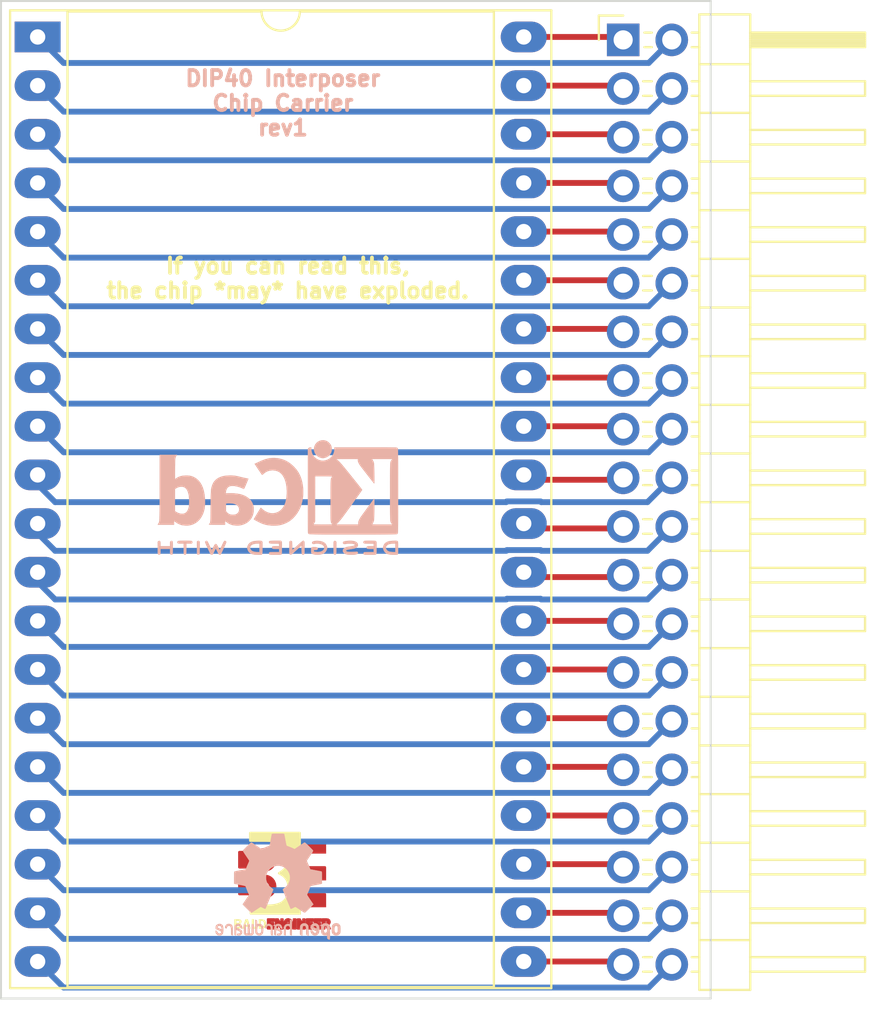
<source format=kicad_pcb>
(kicad_pcb (version 20171130) (host pcbnew "(5.1.7)-1")

  (general
    (thickness 1.6)
    (drawings 6)
    (tracks 93)
    (zones 0)
    (modules 5)
    (nets 41)
  )

  (page A4)
  (layers
    (0 F.Cu signal)
    (31 B.Cu signal)
    (32 B.Adhes user)
    (33 F.Adhes user)
    (34 B.Paste user)
    (35 F.Paste user)
    (36 B.SilkS user)
    (37 F.SilkS user)
    (38 B.Mask user)
    (39 F.Mask user)
    (40 Dwgs.User user)
    (41 Cmts.User user)
    (42 Eco1.User user)
    (43 Eco2.User user)
    (44 Edge.Cuts user)
    (45 Margin user)
    (46 B.CrtYd user)
    (47 F.CrtYd user)
    (48 B.Fab user)
    (49 F.Fab user)
  )

  (setup
    (last_trace_width 0.3048)
    (trace_clearance 0.2032)
    (zone_clearance 0.508)
    (zone_45_only no)
    (trace_min 0.2)
    (via_size 0.8)
    (via_drill 0.4)
    (via_min_size 0.4)
    (via_min_drill 0.3)
    (uvia_size 0.3)
    (uvia_drill 0.1)
    (uvias_allowed no)
    (uvia_min_size 0.2)
    (uvia_min_drill 0.1)
    (edge_width 0.1)
    (segment_width 0.2)
    (pcb_text_width 0.3)
    (pcb_text_size 1.5 1.5)
    (mod_edge_width 0.15)
    (mod_text_size 0.8 0.8)
    (mod_text_width 0.2)
    (pad_size 1.524 1.524)
    (pad_drill 0.762)
    (pad_to_mask_clearance 0)
    (aux_axis_origin 0 0)
    (visible_elements FFFFFF7F)
    (pcbplotparams
      (layerselection 0x010fc_ffffffff)
      (usegerberextensions false)
      (usegerberattributes true)
      (usegerberadvancedattributes true)
      (creategerberjobfile true)
      (excludeedgelayer true)
      (linewidth 0.100000)
      (plotframeref false)
      (viasonmask false)
      (mode 1)
      (useauxorigin false)
      (hpglpennumber 1)
      (hpglpenspeed 20)
      (hpglpendiameter 15.000000)
      (psnegative false)
      (psa4output false)
      (plotreference true)
      (plotvalue true)
      (plotinvisibletext false)
      (padsonsilk false)
      (subtractmaskfromsilk false)
      (outputformat 1)
      (mirror false)
      (drillshape 1)
      (scaleselection 1)
      (outputdirectory ""))
  )

  (net 0 "")
  (net 1 /Sig01)
  (net 2 /Sig21)
  (net 3 /Sig02)
  (net 4 /Sig22)
  (net 5 /Sig03)
  (net 6 /Sig23)
  (net 7 /Sig04)
  (net 8 /Sig24)
  (net 9 /Sig05)
  (net 10 /Sig25)
  (net 11 /Sig06)
  (net 12 /Sig26)
  (net 13 /Sig07)
  (net 14 /Sig27)
  (net 15 /Sig08)
  (net 16 /Sig28)
  (net 17 /Sig09)
  (net 18 /Sig29)
  (net 19 /Sig10)
  (net 20 /Sig30)
  (net 21 /Sig11)
  (net 22 /Sig31)
  (net 23 /Sig12)
  (net 24 /Sig32)
  (net 25 /Sig13)
  (net 26 /Sig33)
  (net 27 /Sig14)
  (net 28 /Sig34)
  (net 29 /Sig15)
  (net 30 /Sig35)
  (net 31 /Sig16)
  (net 32 /Sig36)
  (net 33 /Sig17)
  (net 34 /Sig37)
  (net 35 /Sig18)
  (net 36 /Sig38)
  (net 37 /Sig19)
  (net 38 /Sig39)
  (net 39 /Sig20)
  (net 40 /Sig40)

  (net_class Default "This is the default net class."
    (clearance 0.2032)
    (trace_width 0.3048)
    (via_dia 0.8)
    (via_drill 0.4)
    (uvia_dia 0.3)
    (uvia_drill 0.1)
    (add_net /Sig01)
    (add_net /Sig02)
    (add_net /Sig03)
    (add_net /Sig04)
    (add_net /Sig05)
    (add_net /Sig06)
    (add_net /Sig07)
    (add_net /Sig08)
    (add_net /Sig09)
    (add_net /Sig10)
    (add_net /Sig11)
    (add_net /Sig12)
    (add_net /Sig13)
    (add_net /Sig14)
    (add_net /Sig15)
    (add_net /Sig16)
    (add_net /Sig17)
    (add_net /Sig18)
    (add_net /Sig19)
    (add_net /Sig20)
    (add_net /Sig21)
    (add_net /Sig22)
    (add_net /Sig23)
    (add_net /Sig24)
    (add_net /Sig25)
    (add_net /Sig26)
    (add_net /Sig27)
    (add_net /Sig28)
    (add_net /Sig29)
    (add_net /Sig30)
    (add_net /Sig31)
    (add_net /Sig32)
    (add_net /Sig33)
    (add_net /Sig34)
    (add_net /Sig35)
    (add_net /Sig36)
    (add_net /Sig37)
    (add_net /Sig38)
    (add_net /Sig39)
    (add_net /Sig40)
  )

  (module Symbol:OSHW-Logo2_7.3x6mm_SilkScreen (layer B.Cu) (tedit 0) (tstamp 5F9F7B6A)
    (at 167.386 106.934 180)
    (descr "Open Source Hardware Symbol")
    (tags "Logo Symbol OSHW")
    (attr virtual)
    (fp_text reference REF** (at 0 0) (layer B.SilkS) hide
      (effects (font (size 1 1) (thickness 0.15)) (justify mirror))
    )
    (fp_text value OSHW-Logo2_7.3x6mm_SilkScreen (at 0.75 0) (layer B.Fab) hide
      (effects (font (size 1 1) (thickness 0.15)) (justify mirror))
    )
    (fp_poly (pts (xy -2.400256 -1.919918) (xy -2.344799 -1.947568) (xy -2.295852 -1.99848) (xy -2.282371 -2.017338)
      (xy -2.267686 -2.042015) (xy -2.258158 -2.068816) (xy -2.252707 -2.104587) (xy -2.250253 -2.156169)
      (xy -2.249714 -2.224267) (xy -2.252148 -2.317588) (xy -2.260606 -2.387657) (xy -2.276826 -2.439931)
      (xy -2.302546 -2.479869) (xy -2.339503 -2.512929) (xy -2.342218 -2.514886) (xy -2.37864 -2.534908)
      (xy -2.422498 -2.544815) (xy -2.478276 -2.547257) (xy -2.568952 -2.547257) (xy -2.56899 -2.635283)
      (xy -2.569834 -2.684308) (xy -2.574976 -2.713065) (xy -2.588413 -2.730311) (xy -2.614142 -2.744808)
      (xy -2.620321 -2.747769) (xy -2.649236 -2.761648) (xy -2.671624 -2.770414) (xy -2.688271 -2.771171)
      (xy -2.699964 -2.761023) (xy -2.70749 -2.737073) (xy -2.711634 -2.696426) (xy -2.713185 -2.636186)
      (xy -2.712929 -2.553455) (xy -2.711651 -2.445339) (xy -2.711252 -2.413) (xy -2.709815 -2.301524)
      (xy -2.708528 -2.228603) (xy -2.569029 -2.228603) (xy -2.568245 -2.290499) (xy -2.56476 -2.330997)
      (xy -2.556876 -2.357708) (xy -2.542895 -2.378244) (xy -2.533403 -2.38826) (xy -2.494596 -2.417567)
      (xy -2.460237 -2.419952) (xy -2.424784 -2.39575) (xy -2.423886 -2.394857) (xy -2.409461 -2.376153)
      (xy -2.400687 -2.350732) (xy -2.396261 -2.311584) (xy -2.394882 -2.251697) (xy -2.394857 -2.23843)
      (xy -2.398188 -2.155901) (xy -2.409031 -2.098691) (xy -2.42866 -2.063766) (xy -2.45835 -2.048094)
      (xy -2.475509 -2.046514) (xy -2.516234 -2.053926) (xy -2.544168 -2.07833) (xy -2.560983 -2.12298)
      (xy -2.56835 -2.19113) (xy -2.569029 -2.228603) (xy -2.708528 -2.228603) (xy -2.708292 -2.215245)
      (xy -2.706323 -2.150333) (xy -2.70355 -2.102958) (xy -2.699612 -2.06929) (xy -2.694151 -2.045498)
      (xy -2.686808 -2.027753) (xy -2.677223 -2.012224) (xy -2.673113 -2.006381) (xy -2.618595 -1.951185)
      (xy -2.549664 -1.91989) (xy -2.469928 -1.911165) (xy -2.400256 -1.919918)) (layer B.SilkS) (width 0.01))
    (fp_poly (pts (xy -1.283907 -1.92778) (xy -1.237328 -1.954723) (xy -1.204943 -1.981466) (xy -1.181258 -2.009484)
      (xy -1.164941 -2.043748) (xy -1.154661 -2.089227) (xy -1.149086 -2.150892) (xy -1.146884 -2.233711)
      (xy -1.146629 -2.293246) (xy -1.146629 -2.512391) (xy -1.208314 -2.540044) (xy -1.27 -2.567697)
      (xy -1.277257 -2.32767) (xy -1.280256 -2.238028) (xy -1.283402 -2.172962) (xy -1.287299 -2.128026)
      (xy -1.292553 -2.09877) (xy -1.299769 -2.080748) (xy -1.30955 -2.069511) (xy -1.312688 -2.067079)
      (xy -1.360239 -2.048083) (xy -1.408303 -2.0556) (xy -1.436914 -2.075543) (xy -1.448553 -2.089675)
      (xy -1.456609 -2.10822) (xy -1.461729 -2.136334) (xy -1.464559 -2.179173) (xy -1.465744 -2.241895)
      (xy -1.465943 -2.307261) (xy -1.465982 -2.389268) (xy -1.467386 -2.447316) (xy -1.472086 -2.486465)
      (xy -1.482013 -2.51178) (xy -1.499097 -2.528323) (xy -1.525268 -2.541156) (xy -1.560225 -2.554491)
      (xy -1.598404 -2.569007) (xy -1.593859 -2.311389) (xy -1.592029 -2.218519) (xy -1.589888 -2.149889)
      (xy -1.586819 -2.100711) (xy -1.582206 -2.066198) (xy -1.575432 -2.041562) (xy -1.565881 -2.022016)
      (xy -1.554366 -2.00477) (xy -1.49881 -1.94968) (xy -1.43102 -1.917822) (xy -1.357287 -1.910191)
      (xy -1.283907 -1.92778)) (layer B.SilkS) (width 0.01))
    (fp_poly (pts (xy -2.958885 -1.921962) (xy -2.890855 -1.957733) (xy -2.840649 -2.015301) (xy -2.822815 -2.052312)
      (xy -2.808937 -2.107882) (xy -2.801833 -2.178096) (xy -2.80116 -2.254727) (xy -2.806573 -2.329552)
      (xy -2.81773 -2.394342) (xy -2.834286 -2.440873) (xy -2.839374 -2.448887) (xy -2.899645 -2.508707)
      (xy -2.971231 -2.544535) (xy -3.048908 -2.55502) (xy -3.127452 -2.53881) (xy -3.149311 -2.529092)
      (xy -3.191878 -2.499143) (xy -3.229237 -2.459433) (xy -3.232768 -2.454397) (xy -3.247119 -2.430124)
      (xy -3.256606 -2.404178) (xy -3.26221 -2.370022) (xy -3.264914 -2.321119) (xy -3.265701 -2.250935)
      (xy -3.265714 -2.2352) (xy -3.265678 -2.230192) (xy -3.120571 -2.230192) (xy -3.119727 -2.29643)
      (xy -3.116404 -2.340386) (xy -3.109417 -2.368779) (xy -3.097584 -2.388325) (xy -3.091543 -2.394857)
      (xy -3.056814 -2.41968) (xy -3.023097 -2.418548) (xy -2.989005 -2.397016) (xy -2.968671 -2.374029)
      (xy -2.956629 -2.340478) (xy -2.949866 -2.287569) (xy -2.949402 -2.281399) (xy -2.948248 -2.185513)
      (xy -2.960312 -2.114299) (xy -2.98543 -2.068194) (xy -3.02344 -2.047635) (xy -3.037008 -2.046514)
      (xy -3.072636 -2.052152) (xy -3.097006 -2.071686) (xy -3.111907 -2.109042) (xy -3.119125 -2.16815)
      (xy -3.120571 -2.230192) (xy -3.265678 -2.230192) (xy -3.265174 -2.160413) (xy -3.262904 -2.108159)
      (xy -3.257932 -2.071949) (xy -3.249287 -2.045299) (xy -3.235995 -2.021722) (xy -3.233057 -2.017338)
      (xy -3.183687 -1.958249) (xy -3.129891 -1.923947) (xy -3.064398 -1.910331) (xy -3.042158 -1.909665)
      (xy -2.958885 -1.921962)) (layer B.SilkS) (width 0.01))
    (fp_poly (pts (xy -1.831697 -1.931239) (xy -1.774473 -1.969735) (xy -1.730251 -2.025335) (xy -1.703833 -2.096086)
      (xy -1.69849 -2.148162) (xy -1.699097 -2.169893) (xy -1.704178 -2.186531) (xy -1.718145 -2.201437)
      (xy -1.745411 -2.217973) (xy -1.790388 -2.239498) (xy -1.857489 -2.269374) (xy -1.857829 -2.269524)
      (xy -1.919593 -2.297813) (xy -1.970241 -2.322933) (xy -2.004596 -2.342179) (xy -2.017482 -2.352848)
      (xy -2.017486 -2.352934) (xy -2.006128 -2.376166) (xy -1.979569 -2.401774) (xy -1.949077 -2.420221)
      (xy -1.93363 -2.423886) (xy -1.891485 -2.411212) (xy -1.855192 -2.379471) (xy -1.837483 -2.344572)
      (xy -1.820448 -2.318845) (xy -1.787078 -2.289546) (xy -1.747851 -2.264235) (xy -1.713244 -2.250471)
      (xy -1.706007 -2.249714) (xy -1.697861 -2.26216) (xy -1.69737 -2.293972) (xy -1.703357 -2.336866)
      (xy -1.714643 -2.382558) (xy -1.73005 -2.422761) (xy -1.730829 -2.424322) (xy -1.777196 -2.489062)
      (xy -1.837289 -2.533097) (xy -1.905535 -2.554711) (xy -1.976362 -2.552185) (xy -2.044196 -2.523804)
      (xy -2.047212 -2.521808) (xy -2.100573 -2.473448) (xy -2.13566 -2.410352) (xy -2.155078 -2.327387)
      (xy -2.157684 -2.304078) (xy -2.162299 -2.194055) (xy -2.156767 -2.142748) (xy -2.017486 -2.142748)
      (xy -2.015676 -2.174753) (xy -2.005778 -2.184093) (xy -1.981102 -2.177105) (xy -1.942205 -2.160587)
      (xy -1.898725 -2.139881) (xy -1.897644 -2.139333) (xy -1.860791 -2.119949) (xy -1.846 -2.107013)
      (xy -1.849647 -2.093451) (xy -1.865005 -2.075632) (xy -1.904077 -2.049845) (xy -1.946154 -2.04795)
      (xy -1.983897 -2.066717) (xy -2.009966 -2.102915) (xy -2.017486 -2.142748) (xy -2.156767 -2.142748)
      (xy -2.152806 -2.106027) (xy -2.12845 -2.036212) (xy -2.094544 -1.987302) (xy -2.033347 -1.937878)
      (xy -1.965937 -1.913359) (xy -1.89712 -1.911797) (xy -1.831697 -1.931239)) (layer B.SilkS) (width 0.01))
    (fp_poly (pts (xy -0.624114 -1.851289) (xy -0.619861 -1.910613) (xy -0.614975 -1.945572) (xy -0.608205 -1.96082)
      (xy -0.598298 -1.961015) (xy -0.595086 -1.959195) (xy -0.552356 -1.946015) (xy -0.496773 -1.946785)
      (xy -0.440263 -1.960333) (xy -0.404918 -1.977861) (xy -0.368679 -2.005861) (xy -0.342187 -2.037549)
      (xy -0.324001 -2.077813) (xy -0.312678 -2.131543) (xy -0.306778 -2.203626) (xy -0.304857 -2.298951)
      (xy -0.304823 -2.317237) (xy -0.3048 -2.522646) (xy -0.350509 -2.53858) (xy -0.382973 -2.54942)
      (xy -0.400785 -2.554468) (xy -0.401309 -2.554514) (xy -0.403063 -2.540828) (xy -0.404556 -2.503076)
      (xy -0.405674 -2.446224) (xy -0.406303 -2.375234) (xy -0.4064 -2.332073) (xy -0.406602 -2.246973)
      (xy -0.407642 -2.185981) (xy -0.410169 -2.144177) (xy -0.414836 -2.116642) (xy -0.422293 -2.098456)
      (xy -0.433189 -2.084698) (xy -0.439993 -2.078073) (xy -0.486728 -2.051375) (xy -0.537728 -2.049375)
      (xy -0.583999 -2.071955) (xy -0.592556 -2.080107) (xy -0.605107 -2.095436) (xy -0.613812 -2.113618)
      (xy -0.619369 -2.139909) (xy -0.622474 -2.179562) (xy -0.623824 -2.237832) (xy -0.624114 -2.318173)
      (xy -0.624114 -2.522646) (xy -0.669823 -2.53858) (xy -0.702287 -2.54942) (xy -0.720099 -2.554468)
      (xy -0.720623 -2.554514) (xy -0.721963 -2.540623) (xy -0.723172 -2.501439) (xy -0.724199 -2.4407)
      (xy -0.724998 -2.362141) (xy -0.725519 -2.269498) (xy -0.725714 -2.166509) (xy -0.725714 -1.769342)
      (xy -0.678543 -1.749444) (xy -0.631371 -1.729547) (xy -0.624114 -1.851289)) (layer B.SilkS) (width 0.01))
    (fp_poly (pts (xy 0.039744 -1.950968) (xy 0.096616 -1.972087) (xy 0.097267 -1.972493) (xy 0.13244 -1.99838)
      (xy 0.158407 -2.028633) (xy 0.17667 -2.068058) (xy 0.188732 -2.121462) (xy 0.196096 -2.193651)
      (xy 0.200264 -2.289432) (xy 0.200629 -2.303078) (xy 0.205876 -2.508842) (xy 0.161716 -2.531678)
      (xy 0.129763 -2.54711) (xy 0.11047 -2.554423) (xy 0.109578 -2.554514) (xy 0.106239 -2.541022)
      (xy 0.103587 -2.504626) (xy 0.101956 -2.451452) (xy 0.1016 -2.408393) (xy 0.101592 -2.338641)
      (xy 0.098403 -2.294837) (xy 0.087288 -2.273944) (xy 0.063501 -2.272925) (xy 0.022296 -2.288741)
      (xy -0.039914 -2.317815) (xy -0.085659 -2.341963) (xy -0.109187 -2.362913) (xy -0.116104 -2.385747)
      (xy -0.116114 -2.386877) (xy -0.104701 -2.426212) (xy -0.070908 -2.447462) (xy -0.019191 -2.450539)
      (xy 0.018061 -2.450006) (xy 0.037703 -2.460735) (xy 0.049952 -2.486505) (xy 0.057002 -2.519337)
      (xy 0.046842 -2.537966) (xy 0.043017 -2.540632) (xy 0.007001 -2.55134) (xy -0.043434 -2.552856)
      (xy -0.095374 -2.545759) (xy -0.132178 -2.532788) (xy -0.183062 -2.489585) (xy -0.211986 -2.429446)
      (xy -0.217714 -2.382462) (xy -0.213343 -2.340082) (xy -0.197525 -2.305488) (xy -0.166203 -2.274763)
      (xy -0.115322 -2.24399) (xy -0.040824 -2.209252) (xy -0.036286 -2.207288) (xy 0.030821 -2.176287)
      (xy 0.072232 -2.150862) (xy 0.089981 -2.128014) (xy 0.086107 -2.104745) (xy 0.062643 -2.078056)
      (xy 0.055627 -2.071914) (xy 0.00863 -2.0481) (xy -0.040067 -2.049103) (xy -0.082478 -2.072451)
      (xy -0.110616 -2.115675) (xy -0.113231 -2.12416) (xy -0.138692 -2.165308) (xy -0.170999 -2.185128)
      (xy -0.217714 -2.20477) (xy -0.217714 -2.15395) (xy -0.203504 -2.080082) (xy -0.161325 -2.012327)
      (xy -0.139376 -1.989661) (xy -0.089483 -1.960569) (xy -0.026033 -1.9474) (xy 0.039744 -1.950968)) (layer B.SilkS) (width 0.01))
    (fp_poly (pts (xy 0.529926 -1.949755) (xy 0.595858 -1.974084) (xy 0.649273 -2.017117) (xy 0.670164 -2.047409)
      (xy 0.692939 -2.102994) (xy 0.692466 -2.143186) (xy 0.668562 -2.170217) (xy 0.659717 -2.174813)
      (xy 0.62153 -2.189144) (xy 0.602028 -2.185472) (xy 0.595422 -2.161407) (xy 0.595086 -2.148114)
      (xy 0.582992 -2.09921) (xy 0.551471 -2.064999) (xy 0.507659 -2.048476) (xy 0.458695 -2.052634)
      (xy 0.418894 -2.074227) (xy 0.40545 -2.086544) (xy 0.395921 -2.101487) (xy 0.389485 -2.124075)
      (xy 0.385317 -2.159328) (xy 0.382597 -2.212266) (xy 0.380502 -2.287907) (xy 0.37996 -2.311857)
      (xy 0.377981 -2.39379) (xy 0.375731 -2.451455) (xy 0.372357 -2.489608) (xy 0.367006 -2.513004)
      (xy 0.358824 -2.526398) (xy 0.346959 -2.534545) (xy 0.339362 -2.538144) (xy 0.307102 -2.550452)
      (xy 0.288111 -2.554514) (xy 0.281836 -2.540948) (xy 0.278006 -2.499934) (xy 0.2766 -2.430999)
      (xy 0.277598 -2.333669) (xy 0.277908 -2.318657) (xy 0.280101 -2.229859) (xy 0.282693 -2.165019)
      (xy 0.286382 -2.119067) (xy 0.291864 -2.086935) (xy 0.299835 -2.063553) (xy 0.310993 -2.043852)
      (xy 0.31683 -2.03541) (xy 0.350296 -1.998057) (xy 0.387727 -1.969003) (xy 0.392309 -1.966467)
      (xy 0.459426 -1.946443) (xy 0.529926 -1.949755)) (layer B.SilkS) (width 0.01))
    (fp_poly (pts (xy 1.190117 -2.065358) (xy 1.189933 -2.173837) (xy 1.189219 -2.257287) (xy 1.187675 -2.319704)
      (xy 1.185001 -2.365085) (xy 1.180894 -2.397429) (xy 1.175055 -2.420733) (xy 1.167182 -2.438995)
      (xy 1.161221 -2.449418) (xy 1.111855 -2.505945) (xy 1.049264 -2.541377) (xy 0.980013 -2.55409)
      (xy 0.910668 -2.542463) (xy 0.869375 -2.521568) (xy 0.826025 -2.485422) (xy 0.796481 -2.441276)
      (xy 0.778655 -2.383462) (xy 0.770463 -2.306313) (xy 0.769302 -2.249714) (xy 0.769458 -2.245647)
      (xy 0.870857 -2.245647) (xy 0.871476 -2.31055) (xy 0.874314 -2.353514) (xy 0.88084 -2.381622)
      (xy 0.892523 -2.401953) (xy 0.906483 -2.417288) (xy 0.953365 -2.44689) (xy 1.003701 -2.449419)
      (xy 1.051276 -2.424705) (xy 1.054979 -2.421356) (xy 1.070783 -2.403935) (xy 1.080693 -2.383209)
      (xy 1.086058 -2.352362) (xy 1.088228 -2.304577) (xy 1.088571 -2.251748) (xy 1.087827 -2.185381)
      (xy 1.084748 -2.141106) (xy 1.078061 -2.112009) (xy 1.066496 -2.091173) (xy 1.057013 -2.080107)
      (xy 1.01296 -2.052198) (xy 0.962224 -2.048843) (xy 0.913796 -2.070159) (xy 0.90445 -2.078073)
      (xy 0.88854 -2.095647) (xy 0.87861 -2.116587) (xy 0.873278 -2.147782) (xy 0.871163 -2.196122)
      (xy 0.870857 -2.245647) (xy 0.769458 -2.245647) (xy 0.77281 -2.158568) (xy 0.784726 -2.090086)
      (xy 0.807135 -2.0386) (xy 0.842124 -1.998443) (xy 0.869375 -1.977861) (xy 0.918907 -1.955625)
      (xy 0.976316 -1.945304) (xy 1.029682 -1.948067) (xy 1.059543 -1.959212) (xy 1.071261 -1.962383)
      (xy 1.079037 -1.950557) (xy 1.084465 -1.918866) (xy 1.088571 -1.870593) (xy 1.093067 -1.816829)
      (xy 1.099313 -1.784482) (xy 1.110676 -1.765985) (xy 1.130528 -1.75377) (xy 1.143 -1.748362)
      (xy 1.190171 -1.728601) (xy 1.190117 -2.065358)) (layer B.SilkS) (width 0.01))
    (fp_poly (pts (xy 1.779833 -1.958663) (xy 1.782048 -1.99685) (xy 1.783784 -2.054886) (xy 1.784899 -2.12818)
      (xy 1.785257 -2.205055) (xy 1.785257 -2.465196) (xy 1.739326 -2.511127) (xy 1.707675 -2.539429)
      (xy 1.67989 -2.550893) (xy 1.641915 -2.550168) (xy 1.62684 -2.548321) (xy 1.579726 -2.542948)
      (xy 1.540756 -2.539869) (xy 1.531257 -2.539585) (xy 1.499233 -2.541445) (xy 1.453432 -2.546114)
      (xy 1.435674 -2.548321) (xy 1.392057 -2.551735) (xy 1.362745 -2.54432) (xy 1.33368 -2.521427)
      (xy 1.323188 -2.511127) (xy 1.277257 -2.465196) (xy 1.277257 -1.978602) (xy 1.314226 -1.961758)
      (xy 1.346059 -1.949282) (xy 1.364683 -1.944914) (xy 1.369458 -1.958718) (xy 1.373921 -1.997286)
      (xy 1.377775 -2.056356) (xy 1.380722 -2.131663) (xy 1.382143 -2.195286) (xy 1.386114 -2.445657)
      (xy 1.420759 -2.450556) (xy 1.452268 -2.447131) (xy 1.467708 -2.436041) (xy 1.472023 -2.415308)
      (xy 1.475708 -2.371145) (xy 1.478469 -2.309146) (xy 1.480012 -2.234909) (xy 1.480235 -2.196706)
      (xy 1.480457 -1.976783) (xy 1.526166 -1.960849) (xy 1.558518 -1.950015) (xy 1.576115 -1.944962)
      (xy 1.576623 -1.944914) (xy 1.578388 -1.958648) (xy 1.580329 -1.99673) (xy 1.582282 -2.054482)
      (xy 1.584084 -2.127227) (xy 1.585343 -2.195286) (xy 1.589314 -2.445657) (xy 1.6764 -2.445657)
      (xy 1.680396 -2.21724) (xy 1.684392 -1.988822) (xy 1.726847 -1.966868) (xy 1.758192 -1.951793)
      (xy 1.776744 -1.944951) (xy 1.777279 -1.944914) (xy 1.779833 -1.958663)) (layer B.SilkS) (width 0.01))
    (fp_poly (pts (xy 2.144876 -1.956335) (xy 2.186667 -1.975344) (xy 2.219469 -1.998378) (xy 2.243503 -2.024133)
      (xy 2.260097 -2.057358) (xy 2.270577 -2.1028) (xy 2.276271 -2.165207) (xy 2.278507 -2.249327)
      (xy 2.278743 -2.304721) (xy 2.278743 -2.520826) (xy 2.241774 -2.53767) (xy 2.212656 -2.549981)
      (xy 2.198231 -2.554514) (xy 2.195472 -2.541025) (xy 2.193282 -2.504653) (xy 2.191942 -2.451542)
      (xy 2.191657 -2.409372) (xy 2.190434 -2.348447) (xy 2.187136 -2.300115) (xy 2.182321 -2.270518)
      (xy 2.178496 -2.264229) (xy 2.152783 -2.270652) (xy 2.112418 -2.287125) (xy 2.065679 -2.309458)
      (xy 2.020845 -2.333457) (xy 1.986193 -2.35493) (xy 1.970002 -2.369685) (xy 1.969938 -2.369845)
      (xy 1.97133 -2.397152) (xy 1.983818 -2.423219) (xy 2.005743 -2.444392) (xy 2.037743 -2.451474)
      (xy 2.065092 -2.450649) (xy 2.103826 -2.450042) (xy 2.124158 -2.459116) (xy 2.136369 -2.483092)
      (xy 2.137909 -2.487613) (xy 2.143203 -2.521806) (xy 2.129047 -2.542568) (xy 2.092148 -2.552462)
      (xy 2.052289 -2.554292) (xy 1.980562 -2.540727) (xy 1.943432 -2.521355) (xy 1.897576 -2.475845)
      (xy 1.873256 -2.419983) (xy 1.871073 -2.360957) (xy 1.891629 -2.305953) (xy 1.922549 -2.271486)
      (xy 1.95342 -2.252189) (xy 2.001942 -2.227759) (xy 2.058485 -2.202985) (xy 2.06791 -2.199199)
      (xy 2.130019 -2.171791) (xy 2.165822 -2.147634) (xy 2.177337 -2.123619) (xy 2.16658 -2.096635)
      (xy 2.148114 -2.075543) (xy 2.104469 -2.049572) (xy 2.056446 -2.047624) (xy 2.012406 -2.067637)
      (xy 1.980709 -2.107551) (xy 1.976549 -2.117848) (xy 1.952327 -2.155724) (xy 1.916965 -2.183842)
      (xy 1.872343 -2.206917) (xy 1.872343 -2.141485) (xy 1.874969 -2.101506) (xy 1.88623 -2.069997)
      (xy 1.911199 -2.036378) (xy 1.935169 -2.010484) (xy 1.972441 -1.973817) (xy 2.001401 -1.954121)
      (xy 2.032505 -1.94622) (xy 2.067713 -1.944914) (xy 2.144876 -1.956335)) (layer B.SilkS) (width 0.01))
    (fp_poly (pts (xy 2.6526 -1.958752) (xy 2.669948 -1.966334) (xy 2.711356 -1.999128) (xy 2.746765 -2.046547)
      (xy 2.768664 -2.097151) (xy 2.772229 -2.122098) (xy 2.760279 -2.156927) (xy 2.734067 -2.175357)
      (xy 2.705964 -2.186516) (xy 2.693095 -2.188572) (xy 2.686829 -2.173649) (xy 2.674456 -2.141175)
      (xy 2.669028 -2.126502) (xy 2.63859 -2.075744) (xy 2.59452 -2.050427) (xy 2.53801 -2.051206)
      (xy 2.533825 -2.052203) (xy 2.503655 -2.066507) (xy 2.481476 -2.094393) (xy 2.466327 -2.139287)
      (xy 2.45725 -2.204615) (xy 2.453286 -2.293804) (xy 2.452914 -2.341261) (xy 2.45273 -2.416071)
      (xy 2.451522 -2.467069) (xy 2.448309 -2.499471) (xy 2.442109 -2.518495) (xy 2.43194 -2.529356)
      (xy 2.416819 -2.537272) (xy 2.415946 -2.53767) (xy 2.386828 -2.549981) (xy 2.372403 -2.554514)
      (xy 2.370186 -2.540809) (xy 2.368289 -2.502925) (xy 2.366847 -2.445715) (xy 2.365998 -2.374027)
      (xy 2.365829 -2.321565) (xy 2.366692 -2.220047) (xy 2.37007 -2.143032) (xy 2.377142 -2.086023)
      (xy 2.389088 -2.044526) (xy 2.40709 -2.014043) (xy 2.432327 -1.99008) (xy 2.457247 -1.973355)
      (xy 2.517171 -1.951097) (xy 2.586911 -1.946076) (xy 2.6526 -1.958752)) (layer B.SilkS) (width 0.01))
    (fp_poly (pts (xy 3.153595 -1.966966) (xy 3.211021 -2.004497) (xy 3.238719 -2.038096) (xy 3.260662 -2.099064)
      (xy 3.262405 -2.147308) (xy 3.258457 -2.211816) (xy 3.109686 -2.276934) (xy 3.037349 -2.310202)
      (xy 2.990084 -2.336964) (xy 2.965507 -2.360144) (xy 2.961237 -2.382667) (xy 2.974889 -2.407455)
      (xy 2.989943 -2.423886) (xy 3.033746 -2.450235) (xy 3.081389 -2.452081) (xy 3.125145 -2.431546)
      (xy 3.157289 -2.390752) (xy 3.163038 -2.376347) (xy 3.190576 -2.331356) (xy 3.222258 -2.312182)
      (xy 3.265714 -2.295779) (xy 3.265714 -2.357966) (xy 3.261872 -2.400283) (xy 3.246823 -2.435969)
      (xy 3.21528 -2.476943) (xy 3.210592 -2.482267) (xy 3.175506 -2.51872) (xy 3.145347 -2.538283)
      (xy 3.107615 -2.547283) (xy 3.076335 -2.55023) (xy 3.020385 -2.550965) (xy 2.980555 -2.54166)
      (xy 2.955708 -2.527846) (xy 2.916656 -2.497467) (xy 2.889625 -2.464613) (xy 2.872517 -2.423294)
      (xy 2.863238 -2.367521) (xy 2.859693 -2.291305) (xy 2.85941 -2.252622) (xy 2.860372 -2.206247)
      (xy 2.948007 -2.206247) (xy 2.949023 -2.231126) (xy 2.951556 -2.2352) (xy 2.968274 -2.229665)
      (xy 3.004249 -2.215017) (xy 3.052331 -2.19419) (xy 3.062386 -2.189714) (xy 3.123152 -2.158814)
      (xy 3.156632 -2.131657) (xy 3.16399 -2.10622) (xy 3.146391 -2.080481) (xy 3.131856 -2.069109)
      (xy 3.07941 -2.046364) (xy 3.030322 -2.050122) (xy 2.989227 -2.077884) (xy 2.960758 -2.127152)
      (xy 2.951631 -2.166257) (xy 2.948007 -2.206247) (xy 2.860372 -2.206247) (xy 2.861285 -2.162249)
      (xy 2.868196 -2.095384) (xy 2.881884 -2.046695) (xy 2.904096 -2.010849) (xy 2.936574 -1.982513)
      (xy 2.950733 -1.973355) (xy 3.015053 -1.949507) (xy 3.085473 -1.948006) (xy 3.153595 -1.966966)) (layer B.SilkS) (width 0.01))
    (fp_poly (pts (xy 0.10391 2.757652) (xy 0.182454 2.757222) (xy 0.239298 2.756058) (xy 0.278105 2.753793)
      (xy 0.302538 2.75006) (xy 0.316262 2.744494) (xy 0.32294 2.736727) (xy 0.326236 2.726395)
      (xy 0.326556 2.725057) (xy 0.331562 2.700921) (xy 0.340829 2.653299) (xy 0.353392 2.587259)
      (xy 0.368287 2.507872) (xy 0.384551 2.420204) (xy 0.385119 2.417125) (xy 0.40141 2.331211)
      (xy 0.416652 2.255304) (xy 0.429861 2.193955) (xy 0.440054 2.151718) (xy 0.446248 2.133145)
      (xy 0.446543 2.132816) (xy 0.464788 2.123747) (xy 0.502405 2.108633) (xy 0.551271 2.090738)
      (xy 0.551543 2.090642) (xy 0.613093 2.067507) (xy 0.685657 2.038035) (xy 0.754057 2.008403)
      (xy 0.757294 2.006938) (xy 0.868702 1.956374) (xy 1.115399 2.12484) (xy 1.191077 2.176197)
      (xy 1.259631 2.222111) (xy 1.317088 2.25997) (xy 1.359476 2.287163) (xy 1.382825 2.301079)
      (xy 1.385042 2.302111) (xy 1.40201 2.297516) (xy 1.433701 2.275345) (xy 1.481352 2.234553)
      (xy 1.546198 2.174095) (xy 1.612397 2.109773) (xy 1.676214 2.046388) (xy 1.733329 1.988549)
      (xy 1.780305 1.939825) (xy 1.813703 1.90379) (xy 1.830085 1.884016) (xy 1.830694 1.882998)
      (xy 1.832505 1.869428) (xy 1.825683 1.847267) (xy 1.80854 1.813522) (xy 1.779393 1.7652)
      (xy 1.736555 1.699308) (xy 1.679448 1.614483) (xy 1.628766 1.539823) (xy 1.583461 1.47286)
      (xy 1.54615 1.417484) (xy 1.519452 1.37758) (xy 1.505985 1.357038) (xy 1.505137 1.355644)
      (xy 1.506781 1.335962) (xy 1.519245 1.297707) (xy 1.540048 1.248111) (xy 1.547462 1.232272)
      (xy 1.579814 1.16171) (xy 1.614328 1.081647) (xy 1.642365 1.012371) (xy 1.662568 0.960955)
      (xy 1.678615 0.921881) (xy 1.687888 0.901459) (xy 1.689041 0.899886) (xy 1.706096 0.897279)
      (xy 1.746298 0.890137) (xy 1.804302 0.879477) (xy 1.874763 0.866315) (xy 1.952335 0.851667)
      (xy 2.031672 0.836551) (xy 2.107431 0.821982) (xy 2.174264 0.808978) (xy 2.226828 0.798555)
      (xy 2.259776 0.79173) (xy 2.267857 0.789801) (xy 2.276205 0.785038) (xy 2.282506 0.774282)
      (xy 2.287045 0.753902) (xy 2.290104 0.720266) (xy 2.291967 0.669745) (xy 2.292918 0.598708)
      (xy 2.29324 0.503524) (xy 2.293257 0.464508) (xy 2.293257 0.147201) (xy 2.217057 0.132161)
      (xy 2.174663 0.124005) (xy 2.1114 0.112101) (xy 2.034962 0.097884) (xy 1.953043 0.08279)
      (xy 1.9304 0.078645) (xy 1.854806 0.063947) (xy 1.788953 0.049495) (xy 1.738366 0.036625)
      (xy 1.708574 0.026678) (xy 1.703612 0.023713) (xy 1.691426 0.002717) (xy 1.673953 -0.037967)
      (xy 1.654577 -0.090322) (xy 1.650734 -0.1016) (xy 1.625339 -0.171523) (xy 1.593817 -0.250418)
      (xy 1.562969 -0.321266) (xy 1.562817 -0.321595) (xy 1.511447 -0.432733) (xy 1.680399 -0.681253)
      (xy 1.849352 -0.929772) (xy 1.632429 -1.147058) (xy 1.566819 -1.211726) (xy 1.506979 -1.268733)
      (xy 1.456267 -1.315033) (xy 1.418046 -1.347584) (xy 1.395675 -1.363343) (xy 1.392466 -1.364343)
      (xy 1.373626 -1.356469) (xy 1.33518 -1.334578) (xy 1.28133 -1.301267) (xy 1.216276 -1.259131)
      (xy 1.14594 -1.211943) (xy 1.074555 -1.16381) (xy 1.010908 -1.121928) (xy 0.959041 -1.088871)
      (xy 0.922995 -1.067218) (xy 0.906867 -1.059543) (xy 0.887189 -1.066037) (xy 0.849875 -1.08315)
      (xy 0.802621 -1.107326) (xy 0.797612 -1.110013) (xy 0.733977 -1.141927) (xy 0.690341 -1.157579)
      (xy 0.663202 -1.157745) (xy 0.649057 -1.143204) (xy 0.648975 -1.143) (xy 0.641905 -1.125779)
      (xy 0.625042 -1.084899) (xy 0.599695 -1.023525) (xy 0.567171 -0.944819) (xy 0.528778 -0.851947)
      (xy 0.485822 -0.748072) (xy 0.444222 -0.647502) (xy 0.398504 -0.536516) (xy 0.356526 -0.433703)
      (xy 0.319548 -0.342215) (xy 0.288827 -0.265201) (xy 0.265622 -0.205815) (xy 0.25119 -0.167209)
      (xy 0.246743 -0.1528) (xy 0.257896 -0.136272) (xy 0.287069 -0.10993) (xy 0.325971 -0.080887)
      (xy 0.436757 0.010961) (xy 0.523351 0.116241) (xy 0.584716 0.232734) (xy 0.619815 0.358224)
      (xy 0.627608 0.490493) (xy 0.621943 0.551543) (xy 0.591078 0.678205) (xy 0.53792 0.790059)
      (xy 0.465767 0.885999) (xy 0.377917 0.964924) (xy 0.277665 1.02573) (xy 0.16831 1.067313)
      (xy 0.053147 1.088572) (xy -0.064525 1.088401) (xy -0.18141 1.065699) (xy -0.294211 1.019362)
      (xy -0.399631 0.948287) (xy -0.443632 0.908089) (xy -0.528021 0.804871) (xy -0.586778 0.692075)
      (xy -0.620296 0.57299) (xy -0.628965 0.450905) (xy -0.613177 0.329107) (xy -0.573322 0.210884)
      (xy -0.509793 0.099525) (xy -0.422979 -0.001684) (xy -0.325971 -0.080887) (xy -0.285563 -0.111162)
      (xy -0.257018 -0.137219) (xy -0.246743 -0.152825) (xy -0.252123 -0.169843) (xy -0.267425 -0.2105)
      (xy -0.291388 -0.271642) (xy -0.322756 -0.350119) (xy -0.360268 -0.44278) (xy -0.402667 -0.546472)
      (xy -0.444337 -0.647526) (xy -0.49031 -0.758607) (xy -0.532893 -0.861541) (xy -0.570779 -0.953165)
      (xy -0.60266 -1.030316) (xy -0.627229 -1.089831) (xy -0.64318 -1.128544) (xy -0.64909 -1.143)
      (xy -0.663052 -1.157685) (xy -0.69006 -1.157642) (xy -0.733587 -1.142099) (xy -0.79711 -1.110284)
      (xy -0.797612 -1.110013) (xy -0.84544 -1.085323) (xy -0.884103 -1.067338) (xy -0.905905 -1.059614)
      (xy -0.906867 -1.059543) (xy -0.923279 -1.067378) (xy -0.959513 -1.089165) (xy -1.011526 -1.122328)
      (xy -1.075275 -1.164291) (xy -1.14594 -1.211943) (xy -1.217884 -1.260191) (xy -1.282726 -1.302151)
      (xy -1.336265 -1.335227) (xy -1.374303 -1.356821) (xy -1.392467 -1.364343) (xy -1.409192 -1.354457)
      (xy -1.44282 -1.326826) (xy -1.48999 -1.284495) (xy -1.547342 -1.230505) (xy -1.611516 -1.167899)
      (xy -1.632503 -1.146983) (xy -1.849501 -0.929623) (xy -1.684332 -0.68722) (xy -1.634136 -0.612781)
      (xy -1.590081 -0.545972) (xy -1.554638 -0.490665) (xy -1.530281 -0.450729) (xy -1.519478 -0.430036)
      (xy -1.519162 -0.428563) (xy -1.524857 -0.409058) (xy -1.540174 -0.369822) (xy -1.562463 -0.31743)
      (xy -1.578107 -0.282355) (xy -1.607359 -0.215201) (xy -1.634906 -0.147358) (xy -1.656263 -0.090034)
      (xy -1.662065 -0.072572) (xy -1.678548 -0.025938) (xy -1.69466 0.010095) (xy -1.70351 0.023713)
      (xy -1.72304 0.032048) (xy -1.765666 0.043863) (xy -1.825855 0.057819) (xy -1.898078 0.072578)
      (xy -1.9304 0.078645) (xy -2.012478 0.093727) (xy -2.091205 0.108331) (xy -2.158891 0.12102)
      (xy -2.20784 0.130358) (xy -2.217057 0.132161) (xy -2.293257 0.147201) (xy -2.293257 0.464508)
      (xy -2.293086 0.568846) (xy -2.292384 0.647787) (xy -2.290866 0.704962) (xy -2.288251 0.744001)
      (xy -2.284254 0.768535) (xy -2.278591 0.782195) (xy -2.27098 0.788611) (xy -2.267857 0.789801)
      (xy -2.249022 0.79402) (xy -2.207412 0.802438) (xy -2.14837 0.814039) (xy -2.077243 0.827805)
      (xy -1.999375 0.84272) (xy -1.920113 0.857768) (xy -1.844802 0.871931) (xy -1.778787 0.884194)
      (xy -1.727413 0.893539) (xy -1.696025 0.89895) (xy -1.689041 0.899886) (xy -1.682715 0.912404)
      (xy -1.66871 0.945754) (xy -1.649645 0.993623) (xy -1.642366 1.012371) (xy -1.613004 1.084805)
      (xy -1.578429 1.16483) (xy -1.547463 1.232272) (xy -1.524677 1.283841) (xy -1.509518 1.326215)
      (xy -1.504458 1.352166) (xy -1.505264 1.355644) (xy -1.515959 1.372064) (xy -1.54038 1.408583)
      (xy -1.575905 1.461313) (xy -1.619913 1.526365) (xy -1.669783 1.599849) (xy -1.679644 1.614355)
      (xy -1.737508 1.700296) (xy -1.780044 1.765739) (xy -1.808946 1.813696) (xy -1.82591 1.84718)
      (xy -1.832633 1.869205) (xy -1.83081 1.882783) (xy -1.830764 1.882869) (xy -1.816414 1.900703)
      (xy -1.784677 1.935183) (xy -1.73899 1.982732) (xy -1.682796 2.039778) (xy -1.619532 2.102745)
      (xy -1.612398 2.109773) (xy -1.53267 2.18698) (xy -1.471143 2.24367) (xy -1.426579 2.28089)
      (xy -1.397743 2.299685) (xy -1.385042 2.302111) (xy -1.366506 2.291529) (xy -1.328039 2.267084)
      (xy -1.273614 2.231388) (xy -1.207202 2.187053) (xy -1.132775 2.136689) (xy -1.115399 2.12484)
      (xy -0.868703 1.956374) (xy -0.757294 2.006938) (xy -0.689543 2.036405) (xy -0.616817 2.066041)
      (xy -0.554297 2.08967) (xy -0.551543 2.090642) (xy -0.50264 2.108543) (xy -0.464943 2.12368)
      (xy -0.446575 2.13279) (xy -0.446544 2.132816) (xy -0.440715 2.149283) (xy -0.430808 2.189781)
      (xy -0.417805 2.249758) (xy -0.402691 2.32466) (xy -0.386448 2.409936) (xy -0.385119 2.417125)
      (xy -0.368825 2.504986) (xy -0.353867 2.58474) (xy -0.341209 2.651319) (xy -0.331814 2.699653)
      (xy -0.326646 2.724675) (xy -0.326556 2.725057) (xy -0.323411 2.735701) (xy -0.317296 2.743738)
      (xy -0.304547 2.749533) (xy -0.2815 2.753453) (xy -0.244491 2.755865) (xy -0.189856 2.757135)
      (xy -0.113933 2.757629) (xy -0.013056 2.757714) (xy 0 2.757714) (xy 0.10391 2.757652)) (layer B.SilkS) (width 0.01))
  )

  (module Symbol:KiCad-Logo2_5mm_SilkScreen (layer B.Cu) (tedit 0) (tstamp 5F9F79AE)
    (at 167.386 86.614 180)
    (descr "KiCad Logo")
    (tags "Logo KiCad")
    (attr virtual)
    (fp_text reference REF** (at 0 5.08) (layer B.SilkS) hide
      (effects (font (size 1 1) (thickness 0.15)) (justify mirror))
    )
    (fp_text value KiCad-Logo2_5mm_SilkScreen (at 0 -5.08) (layer B.Fab) hide
      (effects (font (size 1 1) (thickness 0.15)) (justify mirror))
    )
    (fp_poly (pts (xy -2.9464 2.510946) (xy -2.935535 2.397007) (xy -2.903918 2.289384) (xy -2.853015 2.190385)
      (xy -2.784293 2.102316) (xy -2.699219 2.027484) (xy -2.602232 1.969616) (xy -2.495964 1.929995)
      (xy -2.38895 1.911427) (xy -2.2833 1.912566) (xy -2.181125 1.93207) (xy -2.084534 1.968594)
      (xy -1.995638 2.020795) (xy -1.916546 2.087327) (xy -1.849369 2.166848) (xy -1.796217 2.258013)
      (xy -1.759199 2.359477) (xy -1.740427 2.469898) (xy -1.738489 2.519794) (xy -1.738489 2.607733)
      (xy -1.68656 2.607733) (xy -1.650253 2.604889) (xy -1.623355 2.593089) (xy -1.596249 2.569351)
      (xy -1.557867 2.530969) (xy -1.557867 0.339398) (xy -1.557876 0.077261) (xy -1.557908 -0.163241)
      (xy -1.557972 -0.383048) (xy -1.558076 -0.583101) (xy -1.558227 -0.764344) (xy -1.558434 -0.927716)
      (xy -1.558706 -1.07416) (xy -1.55905 -1.204617) (xy -1.559474 -1.320029) (xy -1.559987 -1.421338)
      (xy -1.560597 -1.509484) (xy -1.561312 -1.58541) (xy -1.56214 -1.650057) (xy -1.563089 -1.704367)
      (xy -1.564167 -1.74928) (xy -1.565383 -1.78574) (xy -1.566745 -1.814687) (xy -1.568261 -1.837063)
      (xy -1.569938 -1.853809) (xy -1.571786 -1.865868) (xy -1.573813 -1.87418) (xy -1.576025 -1.879687)
      (xy -1.577108 -1.881537) (xy -1.581271 -1.888549) (xy -1.584805 -1.894996) (xy -1.588635 -1.9009)
      (xy -1.593682 -1.906286) (xy -1.600871 -1.911178) (xy -1.611123 -1.915598) (xy -1.625364 -1.919572)
      (xy -1.644514 -1.923121) (xy -1.669499 -1.92627) (xy -1.70124 -1.929042) (xy -1.740662 -1.931461)
      (xy -1.788686 -1.933551) (xy -1.846237 -1.935335) (xy -1.914237 -1.936837) (xy -1.99361 -1.93808)
      (xy -2.085279 -1.939089) (xy -2.190166 -1.939885) (xy -2.309196 -1.940494) (xy -2.44329 -1.940939)
      (xy -2.593373 -1.941243) (xy -2.760367 -1.94143) (xy -2.945196 -1.941524) (xy -3.148783 -1.941548)
      (xy -3.37205 -1.941525) (xy -3.615922 -1.94148) (xy -3.881321 -1.941437) (xy -3.919704 -1.941432)
      (xy -4.186682 -1.941389) (xy -4.432002 -1.941318) (xy -4.656583 -1.941213) (xy -4.861345 -1.941066)
      (xy -5.047206 -1.940869) (xy -5.215088 -1.940616) (xy -5.365908 -1.9403) (xy -5.500587 -1.939913)
      (xy -5.620044 -1.939447) (xy -5.725199 -1.938897) (xy -5.816971 -1.938253) (xy -5.896279 -1.937511)
      (xy -5.964043 -1.936661) (xy -6.021182 -1.935697) (xy -6.068617 -1.934611) (xy -6.107266 -1.933397)
      (xy -6.138049 -1.932047) (xy -6.161885 -1.930555) (xy -6.179694 -1.928911) (xy -6.192395 -1.927111)
      (xy -6.200908 -1.925145) (xy -6.205266 -1.923477) (xy -6.213728 -1.919906) (xy -6.221497 -1.91727)
      (xy -6.228602 -1.914634) (xy -6.235073 -1.911062) (xy -6.240939 -1.905621) (xy -6.246229 -1.897375)
      (xy -6.250974 -1.88539) (xy -6.255202 -1.868731) (xy -6.258943 -1.846463) (xy -6.262227 -1.817652)
      (xy -6.265083 -1.781363) (xy -6.26754 -1.736661) (xy -6.269629 -1.682611) (xy -6.271378 -1.618279)
      (xy -6.272817 -1.54273) (xy -6.273976 -1.45503) (xy -6.274883 -1.354243) (xy -6.275569 -1.239434)
      (xy -6.276063 -1.10967) (xy -6.276395 -0.964015) (xy -6.276593 -0.801535) (xy -6.276687 -0.621295)
      (xy -6.276708 -0.42236) (xy -6.276685 -0.203796) (xy -6.276646 0.035332) (xy -6.276622 0.29596)
      (xy -6.276622 0.338111) (xy -6.276636 0.601008) (xy -6.276661 0.842268) (xy -6.276671 1.062835)
      (xy -6.276642 1.263648) (xy -6.276548 1.445651) (xy -6.276362 1.609784) (xy -6.276059 1.756989)
      (xy -6.275614 1.888208) (xy -6.275034 1.998133) (xy -5.972197 1.998133) (xy -5.932407 1.940289)
      (xy -5.921236 1.924521) (xy -5.911166 1.910559) (xy -5.902138 1.897216) (xy -5.894097 1.883307)
      (xy -5.886986 1.867644) (xy -5.880747 1.849042) (xy -5.875325 1.826314) (xy -5.870662 1.798273)
      (xy -5.866701 1.763733) (xy -5.863385 1.721508) (xy -5.860659 1.670411) (xy -5.858464 1.609256)
      (xy -5.856745 1.536856) (xy -5.855444 1.452025) (xy -5.854505 1.353578) (xy -5.85387 1.240326)
      (xy -5.853484 1.111084) (xy -5.853288 0.964666) (xy -5.853227 0.799884) (xy -5.853243 0.615553)
      (xy -5.85328 0.410487) (xy -5.853289 0.287867) (xy -5.853265 0.070918) (xy -5.853231 -0.124642)
      (xy -5.853243 -0.299999) (xy -5.853358 -0.456341) (xy -5.85363 -0.594857) (xy -5.854118 -0.716734)
      (xy -5.854876 -0.82316) (xy -5.855962 -0.915322) (xy -5.857431 -0.994409) (xy -5.85934 -1.061608)
      (xy -5.861744 -1.118107) (xy -5.864701 -1.165093) (xy -5.868266 -1.203755) (xy -5.872495 -1.23528)
      (xy -5.877446 -1.260855) (xy -5.883173 -1.28167) (xy -5.889733 -1.298911) (xy -5.897183 -1.313765)
      (xy -5.905579 -1.327422) (xy -5.914976 -1.341069) (xy -5.925432 -1.355893) (xy -5.931523 -1.364783)
      (xy -5.970296 -1.4224) (xy -5.438732 -1.4224) (xy -5.315483 -1.422365) (xy -5.212987 -1.422215)
      (xy -5.12942 -1.421878) (xy -5.062956 -1.421286) (xy -5.011771 -1.420367) (xy -4.974041 -1.419051)
      (xy -4.94794 -1.417269) (xy -4.931644 -1.414951) (xy -4.923328 -1.412026) (xy -4.921168 -1.408424)
      (xy -4.923339 -1.404075) (xy -4.924535 -1.402645) (xy -4.949685 -1.365573) (xy -4.975583 -1.312772)
      (xy -4.999192 -1.25077) (xy -5.007461 -1.224357) (xy -5.012078 -1.206416) (xy -5.015979 -1.185355)
      (xy -5.019248 -1.159089) (xy -5.021966 -1.125532) (xy -5.024215 -1.082599) (xy -5.026077 -1.028204)
      (xy -5.027636 -0.960262) (xy -5.028972 -0.876688) (xy -5.030169 -0.775395) (xy -5.031308 -0.6543)
      (xy -5.031685 -0.6096) (xy -5.032702 -0.484449) (xy -5.03346 -0.380082) (xy -5.033903 -0.294707)
      (xy -5.03397 -0.226533) (xy -5.033605 -0.173765) (xy -5.032748 -0.134614) (xy -5.031341 -0.107285)
      (xy -5.029325 -0.089986) (xy -5.026643 -0.080926) (xy -5.023236 -0.078312) (xy -5.019044 -0.080351)
      (xy -5.014571 -0.084667) (xy -5.004216 -0.097602) (xy -4.982158 -0.126676) (xy -4.949957 -0.169759)
      (xy -4.909174 -0.224718) (xy -4.86137 -0.289423) (xy -4.808105 -0.361742) (xy -4.75094 -0.439544)
      (xy -4.691437 -0.520698) (xy -4.631155 -0.603072) (xy -4.571655 -0.684536) (xy -4.514498 -0.762957)
      (xy -4.461245 -0.836204) (xy -4.413457 -0.902147) (xy -4.372693 -0.958654) (xy -4.340516 -1.003593)
      (xy -4.318485 -1.034834) (xy -4.313917 -1.041466) (xy -4.290996 -1.078369) (xy -4.264188 -1.126359)
      (xy -4.238789 -1.175897) (xy -4.235568 -1.182577) (xy -4.21389 -1.230772) (xy -4.201304 -1.268334)
      (xy -4.195574 -1.30416) (xy -4.194456 -1.3462) (xy -4.19509 -1.4224) (xy -3.040651 -1.4224)
      (xy -3.131815 -1.328669) (xy -3.178612 -1.278775) (xy -3.228899 -1.222295) (xy -3.274944 -1.168026)
      (xy -3.295369 -1.142673) (xy -3.325807 -1.103128) (xy -3.365862 -1.049916) (xy -3.414361 -0.984667)
      (xy -3.470135 -0.909011) (xy -3.532011 -0.824577) (xy -3.598819 -0.732994) (xy -3.669387 -0.635892)
      (xy -3.742545 -0.534901) (xy -3.817121 -0.43165) (xy -3.891944 -0.327768) (xy -3.965843 -0.224885)
      (xy -4.037646 -0.124631) (xy -4.106184 -0.028636) (xy -4.170284 0.061473) (xy -4.228775 0.144064)
      (xy -4.280486 0.217508) (xy -4.324247 0.280176) (xy -4.358885 0.330439) (xy -4.38323 0.366666)
      (xy -4.396111 0.387229) (xy -4.397869 0.391332) (xy -4.38991 0.402658) (xy -4.369115 0.429838)
      (xy -4.336847 0.471171) (xy -4.29447 0.524956) (xy -4.243347 0.589494) (xy -4.184841 0.663082)
      (xy -4.120314 0.744022) (xy -4.051131 0.830612) (xy -3.978653 0.921152) (xy -3.904246 1.01394)
      (xy -3.844517 1.088298) (xy -2.833511 1.088298) (xy -2.827602 1.075341) (xy -2.813272 1.053092)
      (xy -2.812225 1.051609) (xy -2.793438 1.021456) (xy -2.773791 0.984625) (xy -2.769892 0.976489)
      (xy -2.766356 0.96806) (xy -2.76323 0.957941) (xy -2.760486 0.94474) (xy -2.758092 0.927062)
      (xy -2.756019 0.903516) (xy -2.754235 0.872707) (xy -2.752712 0.833243) (xy -2.751419 0.783731)
      (xy -2.750326 0.722777) (xy -2.749403 0.648989) (xy -2.748619 0.560972) (xy -2.747945 0.457335)
      (xy -2.74735 0.336684) (xy -2.746805 0.197626) (xy -2.746279 0.038768) (xy -2.745745 -0.140089)
      (xy -2.745206 -0.325207) (xy -2.744772 -0.489145) (xy -2.744509 -0.633303) (xy -2.744484 -0.759079)
      (xy -2.744765 -0.867871) (xy -2.745419 -0.961077) (xy -2.746514 -1.040097) (xy -2.748118 -1.106328)
      (xy -2.750297 -1.16117) (xy -2.753119 -1.206021) (xy -2.756651 -1.242278) (xy -2.760961 -1.271341)
      (xy -2.766117 -1.294609) (xy -2.772185 -1.313479) (xy -2.779233 -1.329351) (xy -2.787329 -1.343622)
      (xy -2.79654 -1.357691) (xy -2.80504 -1.370158) (xy -2.822176 -1.396452) (xy -2.832322 -1.414037)
      (xy -2.833511 -1.417257) (xy -2.822604 -1.418334) (xy -2.791411 -1.419335) (xy -2.742223 -1.420235)
      (xy -2.677333 -1.42101) (xy -2.59903 -1.421637) (xy -2.509607 -1.422091) (xy -2.411356 -1.422349)
      (xy -2.342445 -1.4224) (xy -2.237452 -1.42218) (xy -2.14061 -1.421548) (xy -2.054107 -1.420549)
      (xy -1.980132 -1.419227) (xy -1.920874 -1.417626) (xy -1.87852 -1.415791) (xy -1.85526 -1.413765)
      (xy -1.851378 -1.412493) (xy -1.859076 -1.397591) (xy -1.867074 -1.38956) (xy -1.880246 -1.372434)
      (xy -1.897485 -1.342183) (xy -1.909407 -1.317622) (xy -1.936045 -1.258711) (xy -1.93912 -0.081845)
      (xy -1.942195 1.095022) (xy -2.387853 1.095022) (xy -2.48567 1.094858) (xy -2.576064 1.094389)
      (xy -2.65663 1.093653) (xy -2.724962 1.092684) (xy -2.778656 1.09152) (xy -2.815305 1.090197)
      (xy -2.832504 1.088751) (xy -2.833511 1.088298) (xy -3.844517 1.088298) (xy -3.82927 1.107278)
      (xy -3.75509 1.199463) (xy -3.683069 1.288796) (xy -3.614569 1.373576) (xy -3.550955 1.452102)
      (xy -3.493588 1.522674) (xy -3.443833 1.583591) (xy -3.403052 1.633153) (xy -3.385888 1.653822)
      (xy -3.299596 1.754484) (xy -3.222997 1.837741) (xy -3.154183 1.905562) (xy -3.091248 1.959911)
      (xy -3.081867 1.967278) (xy -3.042356 1.997883) (xy -4.174116 1.998133) (xy -4.168827 1.950156)
      (xy -4.17213 1.892812) (xy -4.193661 1.824537) (xy -4.233635 1.744788) (xy -4.278943 1.672505)
      (xy -4.295161 1.64986) (xy -4.323214 1.612304) (xy -4.36143 1.561979) (xy -4.408137 1.501027)
      (xy -4.461661 1.431589) (xy -4.520331 1.355806) (xy -4.582475 1.27582) (xy -4.646421 1.193772)
      (xy -4.710495 1.111804) (xy -4.773027 1.032057) (xy -4.832343 0.956673) (xy -4.886771 0.887793)
      (xy -4.934639 0.827558) (xy -4.974275 0.778111) (xy -5.004006 0.741592) (xy -5.022161 0.720142)
      (xy -5.02522 0.716844) (xy -5.028079 0.724851) (xy -5.030293 0.755145) (xy -5.031857 0.807444)
      (xy -5.032767 0.881469) (xy -5.03302 0.976937) (xy -5.032613 1.093566) (xy -5.031704 1.213555)
      (xy -5.030382 1.345667) (xy -5.028857 1.457406) (xy -5.026881 1.550975) (xy -5.024206 1.628581)
      (xy -5.020582 1.692426) (xy -5.015761 1.744717) (xy -5.009494 1.787656) (xy -5.001532 1.823449)
      (xy -4.991627 1.8543) (xy -4.979531 1.882414) (xy -4.964993 1.909995) (xy -4.950311 1.935034)
      (xy -4.912314 1.998133) (xy -5.972197 1.998133) (xy -6.275034 1.998133) (xy -6.275001 2.004383)
      (xy -6.274195 2.106456) (xy -6.27317 2.195367) (xy -6.2719 2.272059) (xy -6.27036 2.337473)
      (xy -6.268524 2.392551) (xy -6.266367 2.438235) (xy -6.263863 2.475466) (xy -6.260987 2.505187)
      (xy -6.257713 2.528338) (xy -6.254015 2.545861) (xy -6.249869 2.558699) (xy -6.245247 2.567792)
      (xy -6.240126 2.574082) (xy -6.234478 2.578512) (xy -6.228279 2.582022) (xy -6.221504 2.585555)
      (xy -6.215508 2.589124) (xy -6.210275 2.5917) (xy -6.202099 2.594028) (xy -6.189886 2.596122)
      (xy -6.172541 2.597993) (xy -6.148969 2.599653) (xy -6.118077 2.601116) (xy -6.078768 2.602392)
      (xy -6.02995 2.603496) (xy -5.970527 2.604439) (xy -5.899404 2.605233) (xy -5.815488 2.605891)
      (xy -5.717683 2.606425) (xy -5.604894 2.606847) (xy -5.476029 2.607171) (xy -5.329991 2.607408)
      (xy -5.165686 2.60757) (xy -4.98202 2.60767) (xy -4.777897 2.60772) (xy -4.566753 2.607733)
      (xy -2.9464 2.607733) (xy -2.9464 2.510946)) (layer B.SilkS) (width 0.01))
    (fp_poly (pts (xy 0.328429 2.050929) (xy 0.48857 2.029755) (xy 0.65251 1.989615) (xy 0.822313 1.930111)
      (xy 1.000043 1.850846) (xy 1.01131 1.845301) (xy 1.069005 1.817275) (xy 1.120552 1.793198)
      (xy 1.162191 1.774751) (xy 1.190162 1.763614) (xy 1.199733 1.761067) (xy 1.21895 1.756059)
      (xy 1.223561 1.751853) (xy 1.218458 1.74142) (xy 1.202418 1.715132) (xy 1.177288 1.675743)
      (xy 1.144914 1.626009) (xy 1.107143 1.568685) (xy 1.065822 1.506524) (xy 1.022798 1.442282)
      (xy 0.979917 1.378715) (xy 0.939026 1.318575) (xy 0.901971 1.26462) (xy 0.8706 1.219603)
      (xy 0.846759 1.186279) (xy 0.832294 1.167403) (xy 0.830309 1.165213) (xy 0.820191 1.169862)
      (xy 0.79785 1.187038) (xy 0.76728 1.21356) (xy 0.751536 1.228036) (xy 0.655047 1.303318)
      (xy 0.548336 1.358759) (xy 0.432832 1.393859) (xy 0.309962 1.40812) (xy 0.240561 1.406949)
      (xy 0.119423 1.389788) (xy 0.010205 1.353906) (xy -0.087418 1.299041) (xy -0.173772 1.22493)
      (xy -0.249185 1.131312) (xy -0.313982 1.017924) (xy -0.351399 0.931333) (xy -0.395252 0.795634)
      (xy -0.427572 0.64815) (xy -0.448443 0.492686) (xy -0.457949 0.333044) (xy -0.456173 0.173027)
      (xy -0.443197 0.016439) (xy -0.419106 -0.132918) (xy -0.383982 -0.27124) (xy -0.337908 -0.394724)
      (xy -0.321627 -0.428978) (xy -0.25338 -0.543064) (xy -0.172921 -0.639557) (xy -0.08143 -0.71767)
      (xy 0.019911 -0.776617) (xy 0.12992 -0.815612) (xy 0.247415 -0.833868) (xy 0.288883 -0.835211)
      (xy 0.410441 -0.82429) (xy 0.530878 -0.791474) (xy 0.648666 -0.737439) (xy 0.762277 -0.662865)
      (xy 0.853685 -0.584539) (xy 0.900215 -0.540008) (xy 1.081483 -0.837271) (xy 1.12658 -0.911433)
      (xy 1.167819 -0.979646) (xy 1.203735 -1.039459) (xy 1.232866 -1.08842) (xy 1.25375 -1.124079)
      (xy 1.264924 -1.143984) (xy 1.266375 -1.147079) (xy 1.258146 -1.156718) (xy 1.232567 -1.173999)
      (xy 1.192873 -1.197283) (xy 1.142297 -1.224934) (xy 1.084074 -1.255315) (xy 1.021437 -1.28679)
      (xy 0.957621 -1.317722) (xy 0.89586 -1.346473) (xy 0.839388 -1.371408) (xy 0.791438 -1.390889)
      (xy 0.767986 -1.399318) (xy 0.634221 -1.437133) (xy 0.496327 -1.462136) (xy 0.348622 -1.47514)
      (xy 0.221833 -1.477468) (xy 0.153878 -1.476373) (xy 0.088277 -1.474275) (xy 0.030847 -1.471434)
      (xy -0.012597 -1.468106) (xy -0.026702 -1.466422) (xy -0.165716 -1.437587) (xy -0.307243 -1.392468)
      (xy -0.444725 -1.33375) (xy -0.571606 -1.26412) (xy -0.649111 -1.211441) (xy -0.776519 -1.103239)
      (xy -0.894822 -0.976671) (xy -1.001828 -0.834866) (xy -1.095348 -0.680951) (xy -1.17319 -0.518053)
      (xy -1.217044 -0.400756) (xy -1.267292 -0.217128) (xy -1.300791 -0.022581) (xy -1.317551 0.178675)
      (xy -1.317584 0.382432) (xy -1.300899 0.584479) (xy -1.267507 0.780608) (xy -1.21742 0.966609)
      (xy -1.213603 0.978197) (xy -1.150719 1.14025) (xy -1.073972 1.288168) (xy -0.980758 1.426135)
      (xy -0.868473 1.558339) (xy -0.824608 1.603601) (xy -0.688466 1.727543) (xy -0.548509 1.830085)
      (xy -0.402589 1.912344) (xy -0.248558 1.975436) (xy -0.084268 2.020477) (xy 0.011289 2.037967)
      (xy 0.170023 2.053534) (xy 0.328429 2.050929)) (layer B.SilkS) (width 0.01))
    (fp_poly (pts (xy 2.673574 1.133448) (xy 2.825492 1.113433) (xy 2.960756 1.079798) (xy 3.080239 1.032275)
      (xy 3.184815 0.970595) (xy 3.262424 0.907035) (xy 3.331265 0.832901) (xy 3.385006 0.753129)
      (xy 3.42791 0.660909) (xy 3.443384 0.617839) (xy 3.456244 0.578858) (xy 3.467446 0.542711)
      (xy 3.47712 0.507566) (xy 3.485396 0.47159) (xy 3.492403 0.43295) (xy 3.498272 0.389815)
      (xy 3.503131 0.340351) (xy 3.50711 0.282727) (xy 3.51034 0.215109) (xy 3.512949 0.135666)
      (xy 3.515067 0.042564) (xy 3.516824 -0.066027) (xy 3.518349 -0.191942) (xy 3.519772 -0.337012)
      (xy 3.521025 -0.479778) (xy 3.522351 -0.635968) (xy 3.523556 -0.771239) (xy 3.524766 -0.887246)
      (xy 3.526106 -0.985645) (xy 3.5277 -1.068093) (xy 3.529675 -1.136246) (xy 3.532156 -1.19176)
      (xy 3.535269 -1.236292) (xy 3.539138 -1.271498) (xy 3.543889 -1.299034) (xy 3.549648 -1.320556)
      (xy 3.556539 -1.337722) (xy 3.564689 -1.352186) (xy 3.574223 -1.365606) (xy 3.585266 -1.379638)
      (xy 3.589566 -1.385071) (xy 3.605386 -1.40791) (xy 3.612422 -1.423463) (xy 3.612444 -1.423922)
      (xy 3.601567 -1.426121) (xy 3.570582 -1.428147) (xy 3.521957 -1.429942) (xy 3.458163 -1.431451)
      (xy 3.381669 -1.432616) (xy 3.294944 -1.43338) (xy 3.200457 -1.433686) (xy 3.18955 -1.433689)
      (xy 2.766657 -1.433689) (xy 2.763395 -1.337622) (xy 2.760133 -1.241556) (xy 2.698044 -1.292543)
      (xy 2.600714 -1.360057) (xy 2.490813 -1.414749) (xy 2.404349 -1.444978) (xy 2.335278 -1.459666)
      (xy 2.251925 -1.469659) (xy 2.162159 -1.474646) (xy 2.073845 -1.474313) (xy 1.994851 -1.468351)
      (xy 1.958622 -1.462638) (xy 1.818603 -1.424776) (xy 1.692178 -1.369932) (xy 1.58026 -1.298924)
      (xy 1.483762 -1.212568) (xy 1.4036 -1.111679) (xy 1.340687 -0.997076) (xy 1.296312 -0.870984)
      (xy 1.283978 -0.814401) (xy 1.276368 -0.752202) (xy 1.272739 -0.677363) (xy 1.272245 -0.643467)
      (xy 1.27231 -0.640282) (xy 2.032248 -0.640282) (xy 2.041541 -0.715333) (xy 2.069728 -0.77916)
      (xy 2.118197 -0.834798) (xy 2.123254 -0.839211) (xy 2.171548 -0.874037) (xy 2.223257 -0.89662)
      (xy 2.283989 -0.90854) (xy 2.359352 -0.911383) (xy 2.377459 -0.910978) (xy 2.431278 -0.908325)
      (xy 2.471308 -0.902909) (xy 2.506324 -0.892745) (xy 2.545103 -0.87585) (xy 2.555745 -0.870672)
      (xy 2.616396 -0.834844) (xy 2.663215 -0.792212) (xy 2.675952 -0.776973) (xy 2.720622 -0.720462)
      (xy 2.720622 -0.524586) (xy 2.720086 -0.445939) (xy 2.718396 -0.387988) (xy 2.715428 -0.348875)
      (xy 2.711057 -0.326741) (xy 2.706972 -0.320274) (xy 2.691047 -0.317111) (xy 2.657264 -0.314488)
      (xy 2.61034 -0.312655) (xy 2.554993 -0.311857) (xy 2.546106 -0.311842) (xy 2.42533 -0.317096)
      (xy 2.32266 -0.333263) (xy 2.236106 -0.360961) (xy 2.163681 -0.400808) (xy 2.108751 -0.447758)
      (xy 2.064204 -0.505645) (xy 2.03948 -0.568693) (xy 2.032248 -0.640282) (xy 1.27231 -0.640282)
      (xy 1.274178 -0.549712) (xy 1.282522 -0.470812) (xy 1.298768 -0.39959) (xy 1.324405 -0.328864)
      (xy 1.348401 -0.276493) (xy 1.40702 -0.181196) (xy 1.485117 -0.09317) (xy 1.580315 -0.014017)
      (xy 1.690238 0.05466) (xy 1.81251 0.111259) (xy 1.944755 0.154179) (xy 2.009422 0.169118)
      (xy 2.145604 0.191223) (xy 2.294049 0.205806) (xy 2.445505 0.212187) (xy 2.572064 0.210555)
      (xy 2.73395 0.203776) (xy 2.72653 0.262755) (xy 2.707238 0.361908) (xy 2.676104 0.442628)
      (xy 2.632269 0.505534) (xy 2.574871 0.551244) (xy 2.503048 0.580378) (xy 2.415941 0.593553)
      (xy 2.312686 0.591389) (xy 2.274711 0.587388) (xy 2.13352 0.56222) (xy 1.996707 0.521186)
      (xy 1.902178 0.483185) (xy 1.857018 0.46381) (xy 1.818585 0.44824) (xy 1.792234 0.438595)
      (xy 1.784546 0.436548) (xy 1.774802 0.445626) (xy 1.758083 0.474595) (xy 1.734232 0.523783)
      (xy 1.703093 0.593516) (xy 1.664507 0.684121) (xy 1.65791 0.699911) (xy 1.627853 0.772228)
      (xy 1.600874 0.837575) (xy 1.578136 0.893094) (xy 1.560806 0.935928) (xy 1.550048 0.963219)
      (xy 1.546941 0.972058) (xy 1.55694 0.976813) (xy 1.583217 0.98209) (xy 1.611489 0.985769)
      (xy 1.641646 0.990526) (xy 1.689433 0.999972) (xy 1.750612 1.01318) (xy 1.820946 1.029224)
      (xy 1.896194 1.04718) (xy 1.924755 1.054203) (xy 2.029816 1.079791) (xy 2.11748 1.099853)
      (xy 2.192068 1.115031) (xy 2.257903 1.125965) (xy 2.319307 1.133296) (xy 2.380602 1.137665)
      (xy 2.44611 1.139713) (xy 2.504128 1.140111) (xy 2.673574 1.133448)) (layer B.SilkS) (width 0.01))
    (fp_poly (pts (xy 6.186507 0.527755) (xy 6.186526 0.293338) (xy 6.186552 0.080397) (xy 6.186625 -0.112168)
      (xy 6.186782 -0.285459) (xy 6.187064 -0.440576) (xy 6.187509 -0.57862) (xy 6.188156 -0.700692)
      (xy 6.189045 -0.807894) (xy 6.190213 -0.901326) (xy 6.191701 -0.98209) (xy 6.193546 -1.051286)
      (xy 6.195789 -1.110015) (xy 6.198469 -1.159379) (xy 6.201623 -1.200478) (xy 6.205292 -1.234413)
      (xy 6.209513 -1.262286) (xy 6.214327 -1.285198) (xy 6.219773 -1.304249) (xy 6.225888 -1.32054)
      (xy 6.232712 -1.335173) (xy 6.240285 -1.349249) (xy 6.248645 -1.363868) (xy 6.253839 -1.372974)
      (xy 6.288104 -1.433689) (xy 5.429955 -1.433689) (xy 5.429955 -1.337733) (xy 5.429224 -1.29437)
      (xy 5.427272 -1.261205) (xy 5.424463 -1.243424) (xy 5.423221 -1.241778) (xy 5.411799 -1.248662)
      (xy 5.389084 -1.266505) (xy 5.366385 -1.285879) (xy 5.3118 -1.326614) (xy 5.242321 -1.367617)
      (xy 5.16527 -1.405123) (xy 5.087965 -1.435364) (xy 5.057113 -1.445012) (xy 4.988616 -1.459578)
      (xy 4.905764 -1.469539) (xy 4.816371 -1.474583) (xy 4.728248 -1.474396) (xy 4.649207 -1.468666)
      (xy 4.611511 -1.462858) (xy 4.473414 -1.424797) (xy 4.346113 -1.367073) (xy 4.230292 -1.290211)
      (xy 4.126637 -1.194739) (xy 4.035833 -1.081179) (xy 3.969031 -0.970381) (xy 3.914164 -0.853625)
      (xy 3.872163 -0.734276) (xy 3.842167 -0.608283) (xy 3.823311 -0.471594) (xy 3.814732 -0.320158)
      (xy 3.814006 -0.242711) (xy 3.8161 -0.185934) (xy 4.645217 -0.185934) (xy 4.645424 -0.279002)
      (xy 4.648337 -0.366692) (xy 4.654 -0.443772) (xy 4.662455 -0.505009) (xy 4.665038 -0.51735)
      (xy 4.69684 -0.624633) (xy 4.738498 -0.711658) (xy 4.790363 -0.778642) (xy 4.852781 -0.825805)
      (xy 4.9261 -0.853365) (xy 5.010669 -0.861541) (xy 5.106835 -0.850551) (xy 5.170311 -0.834829)
      (xy 5.219454 -0.816639) (xy 5.273583 -0.790791) (xy 5.314244 -0.767089) (xy 5.3848 -0.720721)
      (xy 5.3848 0.42947) (xy 5.317392 0.473038) (xy 5.238867 0.51396) (xy 5.154681 0.540611)
      (xy 5.069557 0.552535) (xy 4.988216 0.549278) (xy 4.91538 0.530385) (xy 4.883426 0.514816)
      (xy 4.825501 0.471819) (xy 4.776544 0.415047) (xy 4.73539 0.342425) (xy 4.700874 0.251879)
      (xy 4.671833 0.141334) (xy 4.670552 0.135467) (xy 4.660381 0.073212) (xy 4.652739 -0.004594)
      (xy 4.64767 -0.09272) (xy 4.645217 -0.185934) (xy 3.8161 -0.185934) (xy 3.821857 -0.029895)
      (xy 3.843802 0.165941) (xy 3.879786 0.344668) (xy 3.929759 0.506155) (xy 3.993668 0.650274)
      (xy 4.071462 0.776894) (xy 4.163089 0.885885) (xy 4.268497 0.977117) (xy 4.313662 1.008068)
      (xy 4.414611 1.064215) (xy 4.517901 1.103826) (xy 4.627989 1.127986) (xy 4.74933 1.137781)
      (xy 4.841836 1.136735) (xy 4.97149 1.125769) (xy 5.084084 1.103954) (xy 5.182875 1.070286)
      (xy 5.271121 1.023764) (xy 5.319986 0.989552) (xy 5.349353 0.967638) (xy 5.371043 0.952667)
      (xy 5.379253 0.948267) (xy 5.380868 0.959096) (xy 5.382159 0.989749) (xy 5.383138 1.037474)
      (xy 5.383817 1.099521) (xy 5.38421 1.173138) (xy 5.38433 1.255573) (xy 5.384188 1.344075)
      (xy 5.383797 1.435893) (xy 5.383171 1.528276) (xy 5.38232 1.618472) (xy 5.38126 1.703729)
      (xy 5.380001 1.781297) (xy 5.378556 1.848424) (xy 5.376938 1.902359) (xy 5.375161 1.94035)
      (xy 5.374669 1.947333) (xy 5.367092 2.017749) (xy 5.355531 2.072898) (xy 5.337792 2.120019)
      (xy 5.311682 2.166353) (xy 5.305415 2.175933) (xy 5.280983 2.212622) (xy 6.186311 2.212622)
      (xy 6.186507 0.527755)) (layer B.SilkS) (width 0.01))
    (fp_poly (pts (xy -2.273043 2.973429) (xy -2.176768 2.949191) (xy -2.090184 2.906359) (xy -2.015373 2.846581)
      (xy -1.954418 2.771506) (xy -1.909399 2.68278) (xy -1.883136 2.58647) (xy -1.877286 2.489205)
      (xy -1.89214 2.395346) (xy -1.92584 2.307489) (xy -1.976528 2.22823) (xy -2.042345 2.160164)
      (xy -2.121434 2.105888) (xy -2.211934 2.067998) (xy -2.2632 2.055574) (xy -2.307698 2.048053)
      (xy -2.341999 2.045081) (xy -2.37496 2.046906) (xy -2.415434 2.053775) (xy -2.448531 2.06075)
      (xy -2.541947 2.092259) (xy -2.625619 2.143383) (xy -2.697665 2.212571) (xy -2.7562 2.298272)
      (xy -2.770148 2.325511) (xy -2.786586 2.361878) (xy -2.796894 2.392418) (xy -2.80246 2.42455)
      (xy -2.804669 2.465693) (xy -2.804948 2.511778) (xy -2.800861 2.596135) (xy -2.787446 2.665414)
      (xy -2.762256 2.726039) (xy -2.722846 2.784433) (xy -2.684298 2.828698) (xy -2.612406 2.894516)
      (xy -2.537313 2.939947) (xy -2.454562 2.96715) (xy -2.376928 2.977424) (xy -2.273043 2.973429)) (layer B.SilkS) (width 0.01))
    (fp_poly (pts (xy -6.121371 -2.269066) (xy -6.081889 -2.269467) (xy -5.9662 -2.272259) (xy -5.869311 -2.28055)
      (xy -5.787919 -2.295232) (xy -5.718723 -2.317193) (xy -5.65842 -2.347322) (xy -5.603708 -2.38651)
      (xy -5.584167 -2.403532) (xy -5.55175 -2.443363) (xy -5.52252 -2.497413) (xy -5.499991 -2.557323)
      (xy -5.487679 -2.614739) (xy -5.4864 -2.635956) (xy -5.494417 -2.694769) (xy -5.515899 -2.759013)
      (xy -5.546999 -2.819821) (xy -5.583866 -2.86833) (xy -5.589854 -2.874182) (xy -5.640579 -2.915321)
      (xy -5.696125 -2.947435) (xy -5.759696 -2.971365) (xy -5.834494 -2.987953) (xy -5.923722 -2.998041)
      (xy -6.030582 -3.002469) (xy -6.079528 -3.002845) (xy -6.141762 -3.002545) (xy -6.185528 -3.001292)
      (xy -6.214931 -2.998554) (xy -6.234079 -2.993801) (xy -6.247077 -2.986501) (xy -6.254045 -2.980267)
      (xy -6.260626 -2.972694) (xy -6.265788 -2.962924) (xy -6.269703 -2.94834) (xy -6.272543 -2.926326)
      (xy -6.27448 -2.894264) (xy -6.275684 -2.849536) (xy -6.276328 -2.789526) (xy -6.276583 -2.711617)
      (xy -6.276622 -2.635956) (xy -6.27687 -2.535041) (xy -6.276817 -2.454427) (xy -6.275857 -2.415822)
      (xy -6.129867 -2.415822) (xy -6.129867 -2.856089) (xy -6.036734 -2.856004) (xy -5.980693 -2.854396)
      (xy -5.921999 -2.850256) (xy -5.873028 -2.844464) (xy -5.871538 -2.844226) (xy -5.792392 -2.82509)
      (xy -5.731002 -2.795287) (xy -5.684305 -2.752878) (xy -5.654635 -2.706961) (xy -5.636353 -2.656026)
      (xy -5.637771 -2.6082) (xy -5.658988 -2.556933) (xy -5.700489 -2.503899) (xy -5.757998 -2.4646)
      (xy -5.83275 -2.438331) (xy -5.882708 -2.429035) (xy -5.939416 -2.422507) (xy -5.999519 -2.417782)
      (xy -6.050639 -2.415817) (xy -6.053667 -2.415808) (xy -6.129867 -2.415822) (xy -6.275857 -2.415822)
      (xy -6.27526 -2.391851) (xy -6.270998 -2.345055) (xy -6.26283 -2.311778) (xy -6.249556 -2.289759)
      (xy -6.229974 -2.276739) (xy -6.202883 -2.270457) (xy -6.167082 -2.268653) (xy -6.121371 -2.269066)) (layer B.SilkS) (width 0.01))
    (fp_poly (pts (xy -4.712794 -2.269146) (xy -4.643386 -2.269518) (xy -4.590997 -2.270385) (xy -4.552847 -2.271946)
      (xy -4.526159 -2.274403) (xy -4.508153 -2.277957) (xy -4.496049 -2.28281) (xy -4.487069 -2.289161)
      (xy -4.483818 -2.292084) (xy -4.464043 -2.323142) (xy -4.460482 -2.358828) (xy -4.473491 -2.39051)
      (xy -4.479506 -2.396913) (xy -4.489235 -2.403121) (xy -4.504901 -2.40791) (xy -4.529408 -2.411514)
      (xy -4.565661 -2.414164) (xy -4.616565 -2.416095) (xy -4.685026 -2.417539) (xy -4.747617 -2.418418)
      (xy -4.995334 -2.421467) (xy -4.998719 -2.486378) (xy -5.002105 -2.551289) (xy -4.833958 -2.551289)
      (xy -4.760959 -2.551919) (xy -4.707517 -2.554553) (xy -4.670628 -2.560309) (xy -4.647288 -2.570304)
      (xy -4.634494 -2.585656) (xy -4.629242 -2.607482) (xy -4.628445 -2.627738) (xy -4.630923 -2.652592)
      (xy -4.640277 -2.670906) (xy -4.659383 -2.683637) (xy -4.691118 -2.691741) (xy -4.738359 -2.696176)
      (xy -4.803983 -2.697899) (xy -4.839801 -2.698045) (xy -5.000978 -2.698045) (xy -5.000978 -2.856089)
      (xy -4.752622 -2.856089) (xy -4.671213 -2.856202) (xy -4.609342 -2.856712) (xy -4.563968 -2.85787)
      (xy -4.532054 -2.85993) (xy -4.510559 -2.863146) (xy -4.496443 -2.867772) (xy -4.486668 -2.874059)
      (xy -4.481689 -2.878667) (xy -4.46461 -2.90556) (xy -4.459111 -2.929467) (xy -4.466963 -2.958667)
      (xy -4.481689 -2.980267) (xy -4.489546 -2.987066) (xy -4.499688 -2.992346) (xy -4.514844 -2.996298)
      (xy -4.537741 -2.999113) (xy -4.571109 -3.000982) (xy -4.617675 -3.002098) (xy -4.680167 -3.002651)
      (xy -4.761314 -3.002833) (xy -4.803422 -3.002845) (xy -4.893598 -3.002765) (xy -4.963924 -3.002398)
      (xy -5.017129 -3.001552) (xy -5.05594 -3.000036) (xy -5.083087 -2.997659) (xy -5.101298 -2.994229)
      (xy -5.1133 -2.989554) (xy -5.121822 -2.983444) (xy -5.125156 -2.980267) (xy -5.131755 -2.97267)
      (xy -5.136927 -2.96287) (xy -5.140846 -2.948239) (xy -5.143684 -2.926152) (xy -5.145615 -2.893982)
      (xy -5.146812 -2.849103) (xy -5.147448 -2.788889) (xy -5.147697 -2.710713) (xy -5.147734 -2.637923)
      (xy -5.1477 -2.544707) (xy -5.147465 -2.471431) (xy -5.14683 -2.415458) (xy -5.145594 -2.374151)
      (xy -5.143556 -2.344872) (xy -5.140517 -2.324984) (xy -5.136277 -2.31185) (xy -5.130635 -2.302832)
      (xy -5.123391 -2.295293) (xy -5.121606 -2.293612) (xy -5.112945 -2.286172) (xy -5.102882 -2.280409)
      (xy -5.088625 -2.276112) (xy -5.067383 -2.273064) (xy -5.036364 -2.271051) (xy -4.992777 -2.26986)
      (xy -4.933831 -2.269275) (xy -4.856734 -2.269083) (xy -4.802001 -2.269067) (xy -4.712794 -2.269146)) (layer B.SilkS) (width 0.01))
    (fp_poly (pts (xy -3.691703 -2.270351) (xy -3.616888 -2.275581) (xy -3.547306 -2.28375) (xy -3.487002 -2.29455)
      (xy -3.44002 -2.307673) (xy -3.410406 -2.322813) (xy -3.40586 -2.327269) (xy -3.390054 -2.36185)
      (xy -3.394847 -2.397351) (xy -3.419364 -2.427725) (xy -3.420534 -2.428596) (xy -3.434954 -2.437954)
      (xy -3.450008 -2.442876) (xy -3.471005 -2.443473) (xy -3.503257 -2.439861) (xy -3.552073 -2.432154)
      (xy -3.556 -2.431505) (xy -3.628739 -2.422569) (xy -3.707217 -2.418161) (xy -3.785927 -2.418119)
      (xy -3.859361 -2.422279) (xy -3.922011 -2.430479) (xy -3.96837 -2.442557) (xy -3.971416 -2.443771)
      (xy -4.005048 -2.462615) (xy -4.016864 -2.481685) (xy -4.007614 -2.500439) (xy -3.978047 -2.518337)
      (xy -3.928911 -2.534837) (xy -3.860957 -2.549396) (xy -3.815645 -2.556406) (xy -3.721456 -2.569889)
      (xy -3.646544 -2.582214) (xy -3.587717 -2.594449) (xy -3.541785 -2.607661) (xy -3.505555 -2.622917)
      (xy -3.475838 -2.641285) (xy -3.449442 -2.663831) (xy -3.42823 -2.685971) (xy -3.403065 -2.716819)
      (xy -3.390681 -2.743345) (xy -3.386808 -2.776026) (xy -3.386667 -2.787995) (xy -3.389576 -2.827712)
      (xy -3.401202 -2.857259) (xy -3.421323 -2.883486) (xy -3.462216 -2.923576) (xy -3.507817 -2.954149)
      (xy -3.561513 -2.976203) (xy -3.626692 -2.990735) (xy -3.706744 -2.998741) (xy -3.805057 -3.001218)
      (xy -3.821289 -3.001177) (xy -3.886849 -2.999818) (xy -3.951866 -2.99673) (xy -4.009252 -2.992356)
      (xy -4.051922 -2.98714) (xy -4.055372 -2.986541) (xy -4.097796 -2.976491) (xy -4.13378 -2.963796)
      (xy -4.15415 -2.95219) (xy -4.173107 -2.921572) (xy -4.174427 -2.885918) (xy -4.158085 -2.854144)
      (xy -4.154429 -2.850551) (xy -4.139315 -2.839876) (xy -4.120415 -2.835276) (xy -4.091162 -2.836059)
      (xy -4.055651 -2.840127) (xy -4.01597 -2.843762) (xy -3.960345 -2.846828) (xy -3.895406 -2.849053)
      (xy -3.827785 -2.850164) (xy -3.81 -2.850237) (xy -3.742128 -2.849964) (xy -3.692454 -2.848646)
      (xy -3.65661 -2.845827) (xy -3.630224 -2.84105) (xy -3.608926 -2.833857) (xy -3.596126 -2.827867)
      (xy -3.568 -2.811233) (xy -3.550068 -2.796168) (xy -3.547447 -2.791897) (xy -3.552976 -2.774263)
      (xy -3.57926 -2.757192) (xy -3.624478 -2.741458) (xy -3.686808 -2.727838) (xy -3.705171 -2.724804)
      (xy -3.80109 -2.709738) (xy -3.877641 -2.697146) (xy -3.93778 -2.686111) (xy -3.98446 -2.67572)
      (xy -4.020637 -2.665056) (xy -4.049265 -2.653205) (xy -4.073298 -2.639251) (xy -4.095692 -2.622281)
      (xy -4.119402 -2.601378) (xy -4.12738 -2.594049) (xy -4.155353 -2.566699) (xy -4.17016 -2.545029)
      (xy -4.175952 -2.520232) (xy -4.176889 -2.488983) (xy -4.166575 -2.427705) (xy -4.135752 -2.37564)
      (xy -4.084595 -2.332958) (xy -4.013283 -2.299825) (xy -3.9624 -2.284964) (xy -3.9071 -2.275366)
      (xy -3.840853 -2.269936) (xy -3.767706 -2.268367) (xy -3.691703 -2.270351)) (layer B.SilkS) (width 0.01))
    (fp_poly (pts (xy -2.923822 -2.291645) (xy -2.917242 -2.299218) (xy -2.912079 -2.308987) (xy -2.908164 -2.323571)
      (xy -2.905324 -2.345585) (xy -2.903387 -2.377648) (xy -2.902183 -2.422375) (xy -2.901539 -2.482385)
      (xy -2.901284 -2.560294) (xy -2.901245 -2.635956) (xy -2.901314 -2.729802) (xy -2.901638 -2.803689)
      (xy -2.902386 -2.860232) (xy -2.903732 -2.902049) (xy -2.905846 -2.931757) (xy -2.9089 -2.951973)
      (xy -2.913066 -2.965314) (xy -2.918516 -2.974398) (xy -2.923822 -2.980267) (xy -2.956826 -2.999947)
      (xy -2.991991 -2.998181) (xy -3.023455 -2.976717) (xy -3.030684 -2.968337) (xy -3.036334 -2.958614)
      (xy -3.040599 -2.944861) (xy -3.043673 -2.924389) (xy -3.045752 -2.894512) (xy -3.04703 -2.852541)
      (xy -3.047701 -2.795789) (xy -3.047959 -2.721567) (xy -3.048 -2.637537) (xy -3.048 -2.324485)
      (xy -3.020291 -2.296776) (xy -2.986137 -2.273463) (xy -2.953006 -2.272623) (xy -2.923822 -2.291645)) (layer B.SilkS) (width 0.01))
    (fp_poly (pts (xy -1.950081 -2.274599) (xy -1.881565 -2.286095) (xy -1.828943 -2.303967) (xy -1.794708 -2.327499)
      (xy -1.785379 -2.340924) (xy -1.775893 -2.372148) (xy -1.782277 -2.400395) (xy -1.80243 -2.427182)
      (xy -1.833745 -2.439713) (xy -1.879183 -2.438696) (xy -1.914326 -2.431906) (xy -1.992419 -2.418971)
      (xy -2.072226 -2.417742) (xy -2.161555 -2.428241) (xy -2.186229 -2.43269) (xy -2.269291 -2.456108)
      (xy -2.334273 -2.490945) (xy -2.380461 -2.536604) (xy -2.407145 -2.592494) (xy -2.412663 -2.621388)
      (xy -2.409051 -2.680012) (xy -2.385729 -2.731879) (xy -2.344824 -2.775978) (xy -2.288459 -2.811299)
      (xy -2.21876 -2.836829) (xy -2.137852 -2.851559) (xy -2.04786 -2.854478) (xy -1.95091 -2.844575)
      (xy -1.945436 -2.843641) (xy -1.906875 -2.836459) (xy -1.885494 -2.829521) (xy -1.876227 -2.819227)
      (xy -1.874006 -2.801976) (xy -1.873956 -2.792841) (xy -1.873956 -2.754489) (xy -1.942431 -2.754489)
      (xy -2.0029 -2.750347) (xy -2.044165 -2.737147) (xy -2.068175 -2.71373) (xy -2.076877 -2.678936)
      (xy -2.076983 -2.674394) (xy -2.071892 -2.644654) (xy -2.054433 -2.623419) (xy -2.021939 -2.609366)
      (xy -1.971743 -2.601173) (xy -1.923123 -2.598161) (xy -1.852456 -2.596433) (xy -1.801198 -2.59907)
      (xy -1.766239 -2.6088) (xy -1.74447 -2.628353) (xy -1.73278 -2.660456) (xy -1.72806 -2.707838)
      (xy -1.7272 -2.770071) (xy -1.728609 -2.839535) (xy -1.732848 -2.886786) (xy -1.739936 -2.912012)
      (xy -1.741311 -2.913988) (xy -1.780228 -2.945508) (xy -1.837286 -2.97047) (xy -1.908869 -2.98834)
      (xy -1.991358 -2.998586) (xy -2.081139 -3.000673) (xy -2.174592 -2.994068) (xy -2.229556 -2.985956)
      (xy -2.315766 -2.961554) (xy -2.395892 -2.921662) (xy -2.462977 -2.869887) (xy -2.473173 -2.859539)
      (xy -2.506302 -2.816035) (xy -2.536194 -2.762118) (xy -2.559357 -2.705592) (xy -2.572298 -2.654259)
      (xy -2.573858 -2.634544) (xy -2.567218 -2.593419) (xy -2.549568 -2.542252) (xy -2.524297 -2.488394)
      (xy -2.494789 -2.439195) (xy -2.468719 -2.406334) (xy -2.407765 -2.357452) (xy -2.328969 -2.318545)
      (xy -2.235157 -2.290494) (xy -2.12915 -2.274179) (xy -2.032 -2.270192) (xy -1.950081 -2.274599)) (layer B.SilkS) (width 0.01))
    (fp_poly (pts (xy -1.300114 -2.273448) (xy -1.276548 -2.287273) (xy -1.245735 -2.309881) (xy -1.206078 -2.342338)
      (xy -1.15598 -2.385708) (xy -1.093843 -2.441058) (xy -1.018072 -2.509451) (xy -0.931334 -2.588084)
      (xy -0.750711 -2.751878) (xy -0.745067 -2.532029) (xy -0.743029 -2.456351) (xy -0.741063 -2.399994)
      (xy -0.738734 -2.359706) (xy -0.735606 -2.332235) (xy -0.731245 -2.314329) (xy -0.725216 -2.302737)
      (xy -0.717084 -2.294208) (xy -0.712772 -2.290623) (xy -0.678241 -2.27167) (xy -0.645383 -2.274441)
      (xy -0.619318 -2.290633) (xy -0.592667 -2.312199) (xy -0.589352 -2.627151) (xy -0.588435 -2.719779)
      (xy -0.587968 -2.792544) (xy -0.588113 -2.848161) (xy -0.589032 -2.889342) (xy -0.590887 -2.918803)
      (xy -0.593839 -2.939255) (xy -0.59805 -2.953413) (xy -0.603682 -2.963991) (xy -0.609927 -2.972474)
      (xy -0.623439 -2.988207) (xy -0.636883 -2.998636) (xy -0.652124 -3.002639) (xy -0.671026 -2.999094)
      (xy -0.695455 -2.986879) (xy -0.727273 -2.964871) (xy -0.768348 -2.931949) (xy -0.820542 -2.886991)
      (xy -0.885722 -2.828875) (xy -0.959556 -2.762099) (xy -1.224845 -2.521458) (xy -1.230489 -2.740589)
      (xy -1.232531 -2.816128) (xy -1.234502 -2.872354) (xy -1.236839 -2.912524) (xy -1.239981 -2.939896)
      (xy -1.244364 -2.957728) (xy -1.250424 -2.969279) (xy -1.2586 -2.977807) (xy -1.262784 -2.981282)
      (xy -1.299765 -3.000372) (xy -1.334708 -2.997493) (xy -1.365136 -2.9731) (xy -1.372097 -2.963286)
      (xy -1.377523 -2.951826) (xy -1.381603 -2.935968) (xy -1.384529 -2.912963) (xy -1.386492 -2.880062)
      (xy -1.387683 -2.834516) (xy -1.388292 -2.773573) (xy -1.388511 -2.694486) (xy -1.388534 -2.635956)
      (xy -1.38846 -2.544407) (xy -1.388113 -2.472687) (xy -1.387301 -2.418045) (xy -1.385833 -2.377732)
      (xy -1.383519 -2.348998) (xy -1.380167 -2.329093) (xy -1.375588 -2.315268) (xy -1.369589 -2.304772)
      (xy -1.365136 -2.298811) (xy -1.35385 -2.284691) (xy -1.343301 -2.274029) (xy -1.331893 -2.267892)
      (xy -1.31803 -2.267343) (xy -1.300114 -2.273448)) (layer B.SilkS) (width 0.01))
    (fp_poly (pts (xy 0.230343 -2.26926) (xy 0.306701 -2.270174) (xy 0.365217 -2.272311) (xy 0.408255 -2.276175)
      (xy 0.438183 -2.282267) (xy 0.457368 -2.29109) (xy 0.468176 -2.303146) (xy 0.472973 -2.318939)
      (xy 0.474127 -2.33897) (xy 0.474133 -2.341335) (xy 0.473131 -2.363992) (xy 0.468396 -2.381503)
      (xy 0.457333 -2.394574) (xy 0.437348 -2.403913) (xy 0.405846 -2.410227) (xy 0.360232 -2.414222)
      (xy 0.297913 -2.416606) (xy 0.216293 -2.418086) (xy 0.191277 -2.418414) (xy -0.0508 -2.421467)
      (xy -0.054186 -2.486378) (xy -0.057571 -2.551289) (xy 0.110576 -2.551289) (xy 0.176266 -2.551531)
      (xy 0.223172 -2.552556) (xy 0.255083 -2.554811) (xy 0.275791 -2.558742) (xy 0.289084 -2.564798)
      (xy 0.298755 -2.573424) (xy 0.298817 -2.573493) (xy 0.316356 -2.607112) (xy 0.315722 -2.643448)
      (xy 0.297314 -2.674423) (xy 0.293671 -2.677607) (xy 0.280741 -2.685812) (xy 0.263024 -2.691521)
      (xy 0.23657 -2.695162) (xy 0.197432 -2.697167) (xy 0.141662 -2.697964) (xy 0.105994 -2.698045)
      (xy -0.056445 -2.698045) (xy -0.056445 -2.856089) (xy 0.190161 -2.856089) (xy 0.27158 -2.856231)
      (xy 0.33341 -2.856814) (xy 0.378637 -2.858068) (xy 0.410248 -2.860227) (xy 0.431231 -2.863523)
      (xy 0.444573 -2.868189) (xy 0.453261 -2.874457) (xy 0.45545 -2.876733) (xy 0.471614 -2.90828)
      (xy 0.472797 -2.944168) (xy 0.459536 -2.975285) (xy 0.449043 -2.985271) (xy 0.438129 -2.990769)
      (xy 0.421217 -2.995022) (xy 0.395633 -2.99818) (xy 0.358701 -3.000392) (xy 0.307746 -3.001806)
      (xy 0.240094 -3.002572) (xy 0.153069 -3.002838) (xy 0.133394 -3.002845) (xy 0.044911 -3.002787)
      (xy -0.023773 -3.002467) (xy -0.075436 -3.001667) (xy -0.112855 -3.000167) (xy -0.13881 -2.997749)
      (xy -0.156078 -2.994194) (xy -0.167438 -2.989282) (xy -0.175668 -2.982795) (xy -0.180183 -2.978138)
      (xy -0.186979 -2.969889) (xy -0.192288 -2.959669) (xy -0.196294 -2.9448) (xy -0.199179 -2.922602)
      (xy -0.201126 -2.890393) (xy -0.202319 -2.845496) (xy -0.202939 -2.785228) (xy -0.203171 -2.706911)
      (xy -0.2032 -2.640994) (xy -0.203129 -2.548628) (xy -0.202792 -2.476117) (xy -0.202002 -2.420737)
      (xy -0.200574 -2.379765) (xy -0.198321 -2.350478) (xy -0.195057 -2.330153) (xy -0.190596 -2.316066)
      (xy -0.184752 -2.305495) (xy -0.179803 -2.298811) (xy -0.156406 -2.269067) (xy 0.133774 -2.269067)
      (xy 0.230343 -2.26926)) (layer B.SilkS) (width 0.01))
    (fp_poly (pts (xy 1.018309 -2.269275) (xy 1.147288 -2.273636) (xy 1.256991 -2.286861) (xy 1.349226 -2.309741)
      (xy 1.425802 -2.34307) (xy 1.488527 -2.387638) (xy 1.539212 -2.444236) (xy 1.579663 -2.513658)
      (xy 1.580459 -2.515351) (xy 1.604601 -2.577483) (xy 1.613203 -2.632509) (xy 1.606231 -2.687887)
      (xy 1.583654 -2.751073) (xy 1.579372 -2.760689) (xy 1.550172 -2.816966) (xy 1.517356 -2.860451)
      (xy 1.475002 -2.897417) (xy 1.41719 -2.934135) (xy 1.413831 -2.936052) (xy 1.363504 -2.960227)
      (xy 1.306621 -2.978282) (xy 1.239527 -2.990839) (xy 1.158565 -2.998522) (xy 1.060082 -3.001953)
      (xy 1.025286 -3.002251) (xy 0.859594 -3.002845) (xy 0.836197 -2.9731) (xy 0.829257 -2.963319)
      (xy 0.823842 -2.951897) (xy 0.819765 -2.936095) (xy 0.816837 -2.913175) (xy 0.814867 -2.880396)
      (xy 0.814225 -2.856089) (xy 0.970844 -2.856089) (xy 1.064726 -2.856089) (xy 1.119664 -2.854483)
      (xy 1.17606 -2.850255) (xy 1.222345 -2.844292) (xy 1.225139 -2.84379) (xy 1.307348 -2.821736)
      (xy 1.371114 -2.7886) (xy 1.418452 -2.742847) (xy 1.451382 -2.682939) (xy 1.457108 -2.667061)
      (xy 1.462721 -2.642333) (xy 1.460291 -2.617902) (xy 1.448467 -2.5854) (xy 1.44134 -2.569434)
      (xy 1.418 -2.527006) (xy 1.38988 -2.49724) (xy 1.35894 -2.476511) (xy 1.296966 -2.449537)
      (xy 1.217651 -2.429998) (xy 1.125253 -2.418746) (xy 1.058333 -2.41627) (xy 0.970844 -2.415822)
      (xy 0.970844 -2.856089) (xy 0.814225 -2.856089) (xy 0.813668 -2.835021) (xy 0.81305 -2.774311)
      (xy 0.812825 -2.695526) (xy 0.8128 -2.63392) (xy 0.8128 -2.324485) (xy 0.840509 -2.296776)
      (xy 0.852806 -2.285544) (xy 0.866103 -2.277853) (xy 0.884672 -2.27304) (xy 0.912786 -2.270446)
      (xy 0.954717 -2.26941) (xy 1.014737 -2.26927) (xy 1.018309 -2.269275)) (layer B.SilkS) (width 0.01))
    (fp_poly (pts (xy 3.744665 -2.271034) (xy 3.764255 -2.278035) (xy 3.76501 -2.278377) (xy 3.791613 -2.298678)
      (xy 3.80627 -2.319561) (xy 3.809138 -2.329352) (xy 3.808996 -2.342361) (xy 3.804961 -2.360895)
      (xy 3.796146 -2.387257) (xy 3.781669 -2.423752) (xy 3.760645 -2.472687) (xy 3.732188 -2.536365)
      (xy 3.695415 -2.617093) (xy 3.675175 -2.661216) (xy 3.638625 -2.739985) (xy 3.604315 -2.812423)
      (xy 3.573552 -2.87588) (xy 3.547648 -2.927708) (xy 3.52791 -2.965259) (xy 3.51565 -2.985884)
      (xy 3.513224 -2.988733) (xy 3.482183 -3.001302) (xy 3.447121 -2.999619) (xy 3.419 -2.984332)
      (xy 3.417854 -2.983089) (xy 3.406668 -2.966154) (xy 3.387904 -2.93317) (xy 3.363875 -2.88838)
      (xy 3.336897 -2.836032) (xy 3.327201 -2.816742) (xy 3.254014 -2.67015) (xy 3.17424 -2.829393)
      (xy 3.145767 -2.884415) (xy 3.11935 -2.932132) (xy 3.097148 -2.968893) (xy 3.081319 -2.991044)
      (xy 3.075954 -2.995741) (xy 3.034257 -3.002102) (xy 2.999849 -2.988733) (xy 2.989728 -2.974446)
      (xy 2.972214 -2.942692) (xy 2.948735 -2.896597) (xy 2.92072 -2.839285) (xy 2.889599 -2.77388)
      (xy 2.856799 -2.703507) (xy 2.82375 -2.631291) (xy 2.791881 -2.560355) (xy 2.762619 -2.493825)
      (xy 2.737395 -2.434826) (xy 2.717636 -2.386481) (xy 2.704772 -2.351915) (xy 2.700231 -2.334253)
      (xy 2.700277 -2.333613) (xy 2.711326 -2.311388) (xy 2.73341 -2.288753) (xy 2.73471 -2.287768)
      (xy 2.761853 -2.272425) (xy 2.786958 -2.272574) (xy 2.796368 -2.275466) (xy 2.807834 -2.281718)
      (xy 2.82001 -2.294014) (xy 2.834357 -2.314908) (xy 2.852336 -2.346949) (xy 2.875407 -2.392688)
      (xy 2.90503 -2.454677) (xy 2.931745 -2.511898) (xy 2.96248 -2.578226) (xy 2.990021 -2.637874)
      (xy 3.012938 -2.687725) (xy 3.029798 -2.724664) (xy 3.039173 -2.745573) (xy 3.04054 -2.748845)
      (xy 3.046689 -2.743497) (xy 3.060822 -2.721109) (xy 3.081057 -2.684946) (xy 3.105515 -2.638277)
      (xy 3.115248 -2.619022) (xy 3.148217 -2.554004) (xy 3.173643 -2.506654) (xy 3.193612 -2.474219)
      (xy 3.21021 -2.453946) (xy 3.225524 -2.443082) (xy 3.24164 -2.438875) (xy 3.252143 -2.4384)
      (xy 3.27067 -2.440042) (xy 3.286904 -2.446831) (xy 3.303035 -2.461566) (xy 3.321251 -2.487044)
      (xy 3.343739 -2.526061) (xy 3.372689 -2.581414) (xy 3.388662 -2.612903) (xy 3.41457 -2.663087)
      (xy 3.437167 -2.704704) (xy 3.454458 -2.734242) (xy 3.46445 -2.748189) (xy 3.465809 -2.74877)
      (xy 3.472261 -2.737793) (xy 3.486708 -2.70929) (xy 3.507703 -2.666244) (xy 3.533797 -2.611638)
      (xy 3.563546 -2.548454) (xy 3.57818 -2.517071) (xy 3.61625 -2.436078) (xy 3.646905 -2.373756)
      (xy 3.671737 -2.328071) (xy 3.692337 -2.296989) (xy 3.710298 -2.278478) (xy 3.72721 -2.270504)
      (xy 3.744665 -2.271034)) (layer B.SilkS) (width 0.01))
    (fp_poly (pts (xy 4.188614 -2.275877) (xy 4.212327 -2.290647) (xy 4.238978 -2.312227) (xy 4.238978 -2.633773)
      (xy 4.238893 -2.72783) (xy 4.238529 -2.801932) (xy 4.237724 -2.858704) (xy 4.236313 -2.900768)
      (xy 4.234133 -2.930748) (xy 4.231021 -2.951267) (xy 4.226814 -2.964949) (xy 4.221348 -2.974416)
      (xy 4.217472 -2.979082) (xy 4.186034 -2.999575) (xy 4.150233 -2.998739) (xy 4.118873 -2.981264)
      (xy 4.092222 -2.959684) (xy 4.092222 -2.312227) (xy 4.118873 -2.290647) (xy 4.144594 -2.274949)
      (xy 4.1656 -2.269067) (xy 4.188614 -2.275877)) (layer B.SilkS) (width 0.01))
    (fp_poly (pts (xy 4.963065 -2.269163) (xy 5.041772 -2.269542) (xy 5.102863 -2.270333) (xy 5.148817 -2.27167)
      (xy 5.182114 -2.273683) (xy 5.205236 -2.276506) (xy 5.220662 -2.280269) (xy 5.230871 -2.285105)
      (xy 5.235813 -2.288822) (xy 5.261457 -2.321358) (xy 5.264559 -2.355138) (xy 5.248711 -2.385826)
      (xy 5.238348 -2.398089) (xy 5.227196 -2.40645) (xy 5.211035 -2.411657) (xy 5.185642 -2.414457)
      (xy 5.146798 -2.415596) (xy 5.09028 -2.415821) (xy 5.07918 -2.415822) (xy 4.933244 -2.415822)
      (xy 4.933244 -2.686756) (xy 4.933148 -2.772154) (xy 4.932711 -2.837864) (xy 4.931712 -2.886774)
      (xy 4.929928 -2.921773) (xy 4.927137 -2.945749) (xy 4.923117 -2.961593) (xy 4.917645 -2.972191)
      (xy 4.910666 -2.980267) (xy 4.877734 -3.000112) (xy 4.843354 -2.998548) (xy 4.812176 -2.975906)
      (xy 4.809886 -2.9731) (xy 4.802429 -2.962492) (xy 4.796747 -2.950081) (xy 4.792601 -2.93285)
      (xy 4.78975 -2.907784) (xy 4.787954 -2.871867) (xy 4.786972 -2.822083) (xy 4.786564 -2.755417)
      (xy 4.786489 -2.679589) (xy 4.786489 -2.415822) (xy 4.647127 -2.415822) (xy 4.587322 -2.415418)
      (xy 4.545918 -2.41384) (xy 4.518748 -2.410547) (xy 4.501646 -2.404992) (xy 4.490443 -2.396631)
      (xy 4.489083 -2.395178) (xy 4.472725 -2.361939) (xy 4.474172 -2.324362) (xy 4.492978 -2.291645)
      (xy 4.50025 -2.285298) (xy 4.509627 -2.280266) (xy 4.523609 -2.276396) (xy 4.544696 -2.273537)
      (xy 4.575389 -2.271535) (xy 4.618189 -2.270239) (xy 4.675595 -2.269498) (xy 4.75011 -2.269158)
      (xy 4.844233 -2.269068) (xy 4.86426 -2.269067) (xy 4.963065 -2.269163)) (layer B.SilkS) (width 0.01))
    (fp_poly (pts (xy 6.228823 -2.274533) (xy 6.260202 -2.296776) (xy 6.287911 -2.324485) (xy 6.287911 -2.63392)
      (xy 6.287838 -2.725799) (xy 6.287495 -2.79784) (xy 6.286692 -2.85278) (xy 6.285241 -2.89336)
      (xy 6.282952 -2.922317) (xy 6.279636 -2.942391) (xy 6.275105 -2.956321) (xy 6.269169 -2.966845)
      (xy 6.264514 -2.9731) (xy 6.233783 -2.997673) (xy 6.198496 -3.000341) (xy 6.166245 -2.985271)
      (xy 6.155588 -2.976374) (xy 6.148464 -2.964557) (xy 6.144167 -2.945526) (xy 6.141991 -2.914992)
      (xy 6.141228 -2.868662) (xy 6.141155 -2.832871) (xy 6.141155 -2.698045) (xy 5.644444 -2.698045)
      (xy 5.644444 -2.8207) (xy 5.643931 -2.876787) (xy 5.641876 -2.915333) (xy 5.637508 -2.941361)
      (xy 5.630056 -2.959897) (xy 5.621047 -2.9731) (xy 5.590144 -2.997604) (xy 5.555196 -3.000506)
      (xy 5.521738 -2.983089) (xy 5.512604 -2.973959) (xy 5.506152 -2.961855) (xy 5.501897 -2.943001)
      (xy 5.499352 -2.91362) (xy 5.498029 -2.869937) (xy 5.497443 -2.808175) (xy 5.497375 -2.794)
      (xy 5.496891 -2.677631) (xy 5.496641 -2.581727) (xy 5.496723 -2.504177) (xy 5.497231 -2.442869)
      (xy 5.498262 -2.39569) (xy 5.499913 -2.36053) (xy 5.502279 -2.335276) (xy 5.505457 -2.317817)
      (xy 5.509544 -2.306041) (xy 5.514634 -2.297835) (xy 5.520266 -2.291645) (xy 5.552128 -2.271844)
      (xy 5.585357 -2.274533) (xy 5.616735 -2.296776) (xy 5.629433 -2.311126) (xy 5.637526 -2.326978)
      (xy 5.642042 -2.349554) (xy 5.644006 -2.384078) (xy 5.644444 -2.435776) (xy 5.644444 -2.551289)
      (xy 6.141155 -2.551289) (xy 6.141155 -2.432756) (xy 6.141662 -2.378148) (xy 6.143698 -2.341275)
      (xy 6.148035 -2.317307) (xy 6.155447 -2.301415) (xy 6.163733 -2.291645) (xy 6.195594 -2.271844)
      (xy 6.228823 -2.274533)) (layer B.SilkS) (width 0.01))
  )

  (module "My Libraries:BE5" (layer F.Cu) (tedit 5F4B3643) (tstamp 5F9F7824)
    (at 165.1 104.14)
    (descr "Imported from BE5.svg")
    (tags svg2mod)
    (attr virtual)
    (fp_text reference svg2mod (at 0 -3.048) (layer F.SilkS) hide
      (effects (font (size 1.524 1.524) (thickness 0.3048)))
    )
    (fp_text value G*** (at 0 8.048) (layer F.SilkS) hide
      (effects (font (size 1.524 1.524) (thickness 0.3048)))
    )
    (fp_poly (pts (xy 1.605 2.241823) (xy 1.343613 2.674961) (xy 1.404531 2.582088) (xy 1.494746 2.519637)
      (xy 1.605 2.496781) (xy 1.715781 2.519818) (xy 1.805937 2.582571) (xy 1.866562 2.675505)
      (xy 1.88875 2.78908) (xy 1.866562 2.903401) (xy 1.805937 2.996716) (xy 1.715781 3.059611)
      (xy 1.605 3.082668) (xy 1.494219 3.059611) (xy 1.404062 2.996716) (xy 1.343437 2.903401)
      (xy 1.32125 2.78908) (xy 1.343613 2.674961) (xy 1.605 2.241823) (xy 1.466898 2.260661)
      (xy 1.342685 2.313551) (xy 1.23625 2.395055) (xy 0.26875 2.395055) (xy 0.26875 3.183106)
      (xy 1.23625 3.183106) (xy 1.34213 3.265182) (xy 1.46662 3.317786) (xy 1.605 3.336338)
      (xy 1.746348 3.316814) (xy 1.873287 3.261701) (xy 1.980781 3.176185) (xy 2.063796 3.065451)
      (xy 2.117297 2.934688) (xy 2.13625 2.78908) (xy 2.117297 2.643473) (xy 2.063796 2.51271)
      (xy 1.980781 2.401976) (xy 1.873287 2.31646) (xy 1.746348 2.261347) (xy 1.605 2.241823)) (layer F.Cu) (width 0.134262))
    (fp_poly (pts (xy 3.415 0.394025) (xy 4.7325 0.394025) (xy 4.7325 1.005666) (xy 3.415 1.005666)
      (xy 3.415 0.394025)) (layer F.Cu) (width 0.134262))
    (fp_poly (pts (xy 3.415 1.793716) (xy 4.7325 1.793716) (xy 4.7325 2.405357) (xy 3.415 2.405357)
      (xy 3.415 1.793716)) (layer F.Cu) (width 0.134262))
    (fp_poly (pts (xy 3.415 3.19727) (xy 4.7325 3.19727) (xy 4.7325 3.80891) (xy 3.415 3.80891)
      (xy 3.415 3.19727)) (layer F.Cu) (width 0.134262))
    (fp_poly (pts (xy 1.605 0.844708) (xy 1.343613 1.277644) (xy 1.404531 1.184329) (xy 1.494746 1.121435)
      (xy 1.605 1.098377) (xy 1.715781 1.121435) (xy 1.805937 1.184329) (xy 1.866562 1.277644)
      (xy 1.88875 1.391965) (xy 1.866562 1.505541) (xy 1.805937 1.598474) (xy 1.715781 1.661228)
      (xy 1.605 1.684265) (xy 1.494219 1.661228) (xy 1.404062 1.598474) (xy 1.343437 1.505541)
      (xy 1.32125 1.391965) (xy 1.343613 1.277644) (xy 1.605 0.844708) (xy 1.466898 0.863546)
      (xy 1.342685 0.916435) (xy 1.23625 0.99794) (xy 0.26875 0.99794) (xy 0.26875 1.78599)
      (xy 1.23625 1.78599) (xy 1.34213 1.868067) (xy 1.46662 1.92067) (xy 1.605 1.939222)
      (xy 1.746348 1.919699) (xy 1.873287 1.864585) (xy 1.980781 1.779069) (xy 2.063796 1.668336)
      (xy 2.117297 1.537572) (xy 2.13625 1.391965) (xy 2.117297 1.246358) (xy 2.063796 1.115594)
      (xy 1.980781 1.004861) (xy 1.873287 0.919344) (xy 1.746348 0.864231) (xy 1.605 0.844708)) (layer F.Cu) (width 0.134262))
    (fp_poly (pts (xy 2.095 4.589235) (xy 1.865 4.589235) (xy 1.865 4.69096) (xy 2.04625 4.69096)
      (xy 2.04625 4.78496) (xy 1.865 4.78496) (xy 1.865 4.893123) (xy 2.095 4.893123)
      (xy 2.095 4.992274) (xy 1.75 4.992274) (xy 1.75 4.493948) (xy 2.095 4.493948)
      (xy 2.095 4.589235)) (layer F.Cu) (width 0.095901))
    (fp_poly (pts (xy 2.535 4.495235) (xy 2.535 4.993561) (xy 2.43875 4.993561) (xy 2.25 4.656193)
      (xy 2.251243 4.672933) (xy 2.252487 4.694823) (xy 2.252487 4.993561) (xy 2.163737 4.993561)
      (xy 2.163737 4.495235) (xy 2.286237 4.495235) (xy 2.451237 4.788823) (xy 2.448737 4.755343)
      (xy 2.448737 4.495235) (xy 2.535 4.495235)) (layer F.Cu) (width 0.095901))
    (fp_poly (pts (xy 3.01 4.727015) (xy 3.01 4.993561) (xy 2.95875 4.993561) (xy 2.9425 4.935616)
      (xy 2.81 5) (xy 2.725937 4.982616) (xy 2.6625 4.930466) (xy 2.623125 4.85047)
      (xy 2.61 4.750193) (xy 2.624062 4.642673) (xy 2.66625 4.558331) (xy 2.732656 4.50441)
      (xy 2.81875 4.486222) (xy 2.94875 4.532577) (xy 3.00875 4.657481) (xy 2.90125 4.671645)
      (xy 2.8175 4.581509) (xy 2.7475 4.624002) (xy 2.72375 4.74633) (xy 2.74875 4.863507)
      (xy 2.82125 4.903425) (xy 2.875 4.882822) (xy 2.89875 4.817151) (xy 2.8075 4.817151)
      (xy 2.8075 4.724439) (xy 3.01 4.724439) (xy 3.01 4.727015)) (layer F.Cu) (width 0.095901))
    (fp_poly (pts (xy 3.21125 4.495235) (xy 3.21125 4.993561) (xy 3.09875 4.993561) (xy 3.09875 4.495235)
      (xy 3.21125 4.495235)) (layer F.Cu) (width 0.095901))
    (fp_poly (pts (xy 3.68125 4.495235) (xy 3.68125 4.993561) (xy 3.585 4.993561) (xy 3.39625 4.657481)
      (xy 3.397493 4.674221) (xy 3.398737 4.696111) (xy 3.398737 4.994849) (xy 3.309987 4.994849)
      (xy 3.309987 4.496523) (xy 3.432487 4.496523) (xy 3.597487 4.79011) (xy 3.594987 4.756631)
      (xy 3.594987 4.496523) (xy 3.681237 4.496523) (xy 3.68125 4.495235)) (layer F.Cu) (width 0.095901))
    (fp_poly (pts (xy 4.12375 4.589235) (xy 3.89375 4.589235) (xy 3.89375 4.69096) (xy 4.075 4.69096)
      (xy 4.075 4.78496) (xy 3.89375 4.78496) (xy 3.89375 4.893123) (xy 4.12375 4.893123)
      (xy 4.12375 4.992274) (xy 3.77875 4.992274) (xy 3.77875 4.493948) (xy 4.12375 4.493948)
      (xy 4.12375 4.589235)) (layer F.Cu) (width 0.095901))
    (fp_poly (pts (xy 4.5375 4.589235) (xy 4.3075 4.589235) (xy 4.3075 4.69096) (xy 4.4875 4.69096)
      (xy 4.4875 4.78496) (xy 4.30625 4.78496) (xy 4.30625 4.893123) (xy 4.5375 4.893123)
      (xy 4.5375 4.992274) (xy 4.1925 4.992274) (xy 4.1925 4.493948) (xy 4.5375 4.493948)
      (xy 4.5375 4.589235)) (layer F.Cu) (width 0.095901))
    (fp_poly (pts (xy 4.71875 4.795261) (xy 4.71875 4.711563) (xy 4.78875 4.711563) (xy 4.83875 4.706413)
      (xy 4.86625 4.684522) (xy 4.87875 4.645892) (xy 4.86625 4.60855) (xy 4.84 4.587948)
      (xy 4.78625 4.584085) (xy 4.71875 4.584084) (xy 4.71875 4.711563) (xy 4.71875 4.795261)
      (xy 4.71875 4.992274) (xy 4.605 4.992274) (xy 4.605 4.493948) (xy 4.8175 4.493948)
      (xy 4.9125 4.508112) (xy 4.97125 4.559618) (xy 4.995 4.643317) (xy 4.974219 4.720255)
      (xy 4.91125 4.772083) (xy 5 4.992274) (xy 4.875 4.992274) (xy 4.80125 4.795261)
      (xy 4.71875 4.795261)) (layer F.Cu) (width 0.095901))
    (fp_poly (pts (xy 2.57875 3.573269) (xy 2.480422 3.642272) (xy 2.365463 3.698649) (xy 2.233906 3.742436)
      (xy 2.085787 3.773667) (xy 1.92114 3.79238) (xy 1.74 3.79861) (xy 0.8675 3.79861)
      (xy 0.8675 4.192635) (xy 3.415 4.192635) (xy 3.415 0) (xy 0.8375 0)
      (xy 0.8375 0.394025) (xy 1.61875 0.394025) (xy 1.772285 0.39642) (xy 1.910468 0.403522)
      (xy 2.033418 0.415211) (xy 2.14125 0.431368) (xy 2.267176 0.460936) (xy 2.375324 0.50052)
      (xy 2.46625 0.549833) (xy 2.577916 0.636154) (xy 2.670416 0.738213) (xy 2.74375 0.856297)
      (xy 2.796713 0.986828) (xy 2.828287 1.128805) (xy 2.83875 1.282514) (xy 2.831269 1.419348)
      (xy 2.808906 1.54568) (xy 2.771777 1.661147) (xy 2.72 1.765388) (xy 2.652285 1.860755)
      (xy 2.567343 1.947914) (xy 2.465293 2.026864) (xy 2.34625 2.097605) (xy 2.46625 2.158246)
      (xy 2.569375 2.228303) (xy 2.655625 2.308018) (xy 2.725 2.397631) (xy 2.778418 2.498109)
      (xy 2.816718 2.610418) (xy 2.839785 2.734798) (xy 2.8475 2.871492) (xy 2.840526 3.023001)
      (xy 2.818379 3.160739) (xy 2.781093 3.284671) (xy 2.728703 3.39476) (xy 2.661244 3.490971)
      (xy 2.57875 3.573269)) (layer F.SilkS) (width 0.134262))
    (fp_poly (pts (xy 0 4.495236) (xy 0.1125 4.582797) (xy 0.1125 4.692249) (xy 0.19875 4.692249)
      (xy 0.25875 4.672934) (xy 0.27125 4.635592) (xy 0.26125 4.6034) (xy 0.23875 4.58666)
      (xy 0.19125 4.582797) (xy 0.1125 4.582797) (xy 0 4.495236) (xy 0.1125 4.781098)
      (xy 0.1125 4.900851) (xy 0.2 4.900851) (xy 0.2625 4.885399) (xy 0.28125 4.84033)
      (xy 0.26375 4.799125) (xy 0.205 4.781098) (xy 0.1125 4.781098) (xy 0 4.495236)
      (xy 0.225 4.495236) (xy 0.31625 4.510688) (xy 0.36625 4.554469) (xy 0.38625 4.624003)
      (xy 0.364531 4.692893) (xy 0.29875 4.734742) (xy 0.37375 4.781098) (xy 0.39875 4.85707)
      (xy 0.3575 4.953645) (xy 0.22375 4.99485) (xy 0 4.99485) (xy 0 4.495236)) (layer F.SilkS) (width 0))
    (fp_poly (pts (xy 0.71 4.495236) (xy 0.68375 4.799125) (xy 0.6325 4.624003) (xy 0.58125 4.799125)
      (xy 0.68375 4.799125) (xy 0.71 4.495236) (xy 0.86125 4.993562) (xy 0.74 4.993562)
      (xy 0.71 4.890549) (xy 0.55375 4.890549) (xy 0.52375 4.993562) (xy 0.425 4.993562)
      (xy 0.58 4.495236) (xy 0.71 4.495236)) (layer F.SilkS) (width 0))
    (fp_poly (pts (xy 1.02875 4.894412) (xy 1.22125 4.894412) (xy 1.22125 4.993562) (xy 0.91375 4.993562)
      (xy 0.91375 4.495236) (xy 1.02875 4.495236) (xy 1.02875 4.894412)) (layer F.SilkS) (width 0))
    (fp_poly (pts (xy 1.27875 4.495236) (xy 1.39 4.58666) (xy 1.39 4.899563) (xy 1.43625 4.899563)
      (xy 1.52875 4.851919) (xy 1.55875 4.739893) (xy 1.54125 4.656194) (xy 1.49875 4.602112)
      (xy 1.4375 4.58666) (xy 1.39 4.58666) (xy 1.27875 4.495236) (xy 1.42625 4.495236)
      (xy 1.56125 4.52099) (xy 1.64 4.602112) (xy 1.675 4.742468) (xy 1.659844 4.840652)
      (xy 1.61375 4.921453) (xy 1.540625 4.975374) (xy 1.445 4.993562) (xy 1.27875 4.993562)
      (xy 1.27875 4.495236)) (layer F.SilkS) (width 0))
    (fp_poly (pts (xy 1.605 2.241823) (xy 1.343613 2.674961) (xy 1.404531 2.582088) (xy 1.494746 2.519637)
      (xy 1.605 2.496781) (xy 1.715781 2.519818) (xy 1.805937 2.582571) (xy 1.866562 2.675505)
      (xy 1.88875 2.78908) (xy 1.866562 2.903401) (xy 1.805937 2.996716) (xy 1.715781 3.059611)
      (xy 1.605 3.082668) (xy 1.494219 3.059611) (xy 1.404062 2.996716) (xy 1.343437 2.903401)
      (xy 1.32125 2.78908) (xy 1.343613 2.674961) (xy 1.605 2.241823) (xy 1.466898 2.260661)
      (xy 1.342685 2.313551) (xy 1.23625 2.395055) (xy 0.26875 2.395055) (xy 0.26875 3.183106)
      (xy 1.23625 3.183106) (xy 1.34213 3.265182) (xy 1.46662 3.317786) (xy 1.605 3.336338)
      (xy 1.746348 3.316814) (xy 1.873287 3.261701) (xy 1.980781 3.176185) (xy 2.063796 3.065451)
      (xy 2.117297 2.934688) (xy 2.13625 2.78908) (xy 2.117297 2.643473) (xy 2.063796 2.51271)
      (xy 1.980781 2.401976) (xy 1.873287 2.31646) (xy 1.746348 2.261347) (xy 1.605 2.241823)) (layer F.Mask) (width 0.134262))
    (fp_poly (pts (xy 3.415 0.394025) (xy 4.7325 0.394025) (xy 4.7325 1.005666) (xy 3.415 1.005666)
      (xy 3.415 0.394025)) (layer F.Mask) (width 0.134262))
    (fp_poly (pts (xy 3.415 1.793716) (xy 4.7325 1.793716) (xy 4.7325 2.405357) (xy 3.415 2.405357)
      (xy 3.415 1.793716)) (layer F.Mask) (width 0.134262))
    (fp_poly (pts (xy 3.415 3.19727) (xy 4.7325 3.19727) (xy 4.7325 3.80891) (xy 3.415 3.80891)
      (xy 3.415 3.19727)) (layer F.Mask) (width 0.134262))
    (fp_poly (pts (xy 1.605 0.844708) (xy 1.343613 1.277644) (xy 1.404531 1.184329) (xy 1.494746 1.121435)
      (xy 1.605 1.098377) (xy 1.715781 1.121435) (xy 1.805937 1.184329) (xy 1.866562 1.277644)
      (xy 1.88875 1.391965) (xy 1.866562 1.505541) (xy 1.805937 1.598474) (xy 1.715781 1.661228)
      (xy 1.605 1.684265) (xy 1.494219 1.661228) (xy 1.404062 1.598474) (xy 1.343437 1.505541)
      (xy 1.32125 1.391965) (xy 1.343613 1.277644) (xy 1.605 0.844708) (xy 1.466898 0.863546)
      (xy 1.342685 0.916435) (xy 1.23625 0.99794) (xy 0.26875 0.99794) (xy 0.26875 1.78599)
      (xy 1.23625 1.78599) (xy 1.34213 1.868067) (xy 1.46662 1.92067) (xy 1.605 1.939222)
      (xy 1.746348 1.919699) (xy 1.873287 1.864585) (xy 1.980781 1.779069) (xy 2.063796 1.668336)
      (xy 2.117297 1.537572) (xy 2.13625 1.391965) (xy 2.117297 1.246358) (xy 2.063796 1.115594)
      (xy 1.980781 1.004861) (xy 1.873287 0.919344) (xy 1.746348 0.864231) (xy 1.605 0.844708)) (layer F.Mask) (width 0.134262))
    (fp_poly (pts (xy 2.095 4.589235) (xy 1.865 4.589235) (xy 1.865 4.69096) (xy 2.04625 4.69096)
      (xy 2.04625 4.78496) (xy 1.865 4.78496) (xy 1.865 4.893123) (xy 2.095 4.893123)
      (xy 2.095 4.992274) (xy 1.75 4.992274) (xy 1.75 4.493948) (xy 2.095 4.493948)
      (xy 2.095 4.589235)) (layer F.Mask) (width 0.095901))
    (fp_poly (pts (xy 2.535 4.495235) (xy 2.535 4.993561) (xy 2.43875 4.993561) (xy 2.25 4.656193)
      (xy 2.251243 4.672933) (xy 2.252487 4.694823) (xy 2.252487 4.993561) (xy 2.163737 4.993561)
      (xy 2.163737 4.495235) (xy 2.286237 4.495235) (xy 2.451237 4.788823) (xy 2.448737 4.755343)
      (xy 2.448737 4.495235) (xy 2.535 4.495235)) (layer F.Mask) (width 0.095901))
    (fp_poly (pts (xy 3.01 4.727015) (xy 3.01 4.993561) (xy 2.95875 4.993561) (xy 2.9425 4.935616)
      (xy 2.81 5) (xy 2.725937 4.982616) (xy 2.6625 4.930466) (xy 2.623125 4.85047)
      (xy 2.61 4.750193) (xy 2.624062 4.642673) (xy 2.66625 4.558331) (xy 2.732656 4.50441)
      (xy 2.81875 4.486222) (xy 2.94875 4.532577) (xy 3.00875 4.657481) (xy 2.90125 4.671645)
      (xy 2.8175 4.581509) (xy 2.7475 4.624002) (xy 2.72375 4.74633) (xy 2.74875 4.863507)
      (xy 2.82125 4.903425) (xy 2.875 4.882822) (xy 2.89875 4.817151) (xy 2.8075 4.817151)
      (xy 2.8075 4.724439) (xy 3.01 4.724439) (xy 3.01 4.727015)) (layer F.Mask) (width 0.095901))
    (fp_poly (pts (xy 3.21125 4.495235) (xy 3.21125 4.993561) (xy 3.09875 4.993561) (xy 3.09875 4.495235)
      (xy 3.21125 4.495235)) (layer F.Mask) (width 0.095901))
    (fp_poly (pts (xy 3.68125 4.495235) (xy 3.68125 4.993561) (xy 3.585 4.993561) (xy 3.39625 4.657481)
      (xy 3.397493 4.674221) (xy 3.398737 4.696111) (xy 3.398737 4.994849) (xy 3.309987 4.994849)
      (xy 3.309987 4.496523) (xy 3.432487 4.496523) (xy 3.597487 4.79011) (xy 3.594987 4.756631)
      (xy 3.594987 4.496523) (xy 3.681237 4.496523) (xy 3.68125 4.495235)) (layer F.Mask) (width 0.095901))
    (fp_poly (pts (xy 4.12375 4.589235) (xy 3.89375 4.589235) (xy 3.89375 4.69096) (xy 4.075 4.69096)
      (xy 4.075 4.78496) (xy 3.89375 4.78496) (xy 3.89375 4.893123) (xy 4.12375 4.893123)
      (xy 4.12375 4.992274) (xy 3.77875 4.992274) (xy 3.77875 4.493948) (xy 4.12375 4.493948)
      (xy 4.12375 4.589235)) (layer F.Mask) (width 0.095901))
    (fp_poly (pts (xy 4.5375 4.589235) (xy 4.3075 4.589235) (xy 4.3075 4.69096) (xy 4.4875 4.69096)
      (xy 4.4875 4.78496) (xy 4.30625 4.78496) (xy 4.30625 4.893123) (xy 4.5375 4.893123)
      (xy 4.5375 4.992274) (xy 4.1925 4.992274) (xy 4.1925 4.493948) (xy 4.5375 4.493948)
      (xy 4.5375 4.589235)) (layer F.Mask) (width 0.095901))
    (fp_poly (pts (xy 4.71875 4.795261) (xy 4.71875 4.711563) (xy 4.78875 4.711563) (xy 4.83875 4.706413)
      (xy 4.86625 4.684522) (xy 4.87875 4.645892) (xy 4.86625 4.60855) (xy 4.84 4.587948)
      (xy 4.78625 4.584085) (xy 4.71875 4.584084) (xy 4.71875 4.711563) (xy 4.71875 4.795261)
      (xy 4.71875 4.992274) (xy 4.605 4.992274) (xy 4.605 4.493948) (xy 4.8175 4.493948)
      (xy 4.9125 4.508112) (xy 4.97125 4.559618) (xy 4.995 4.643317) (xy 4.974219 4.720255)
      (xy 4.91125 4.772083) (xy 5 4.992274) (xy 4.875 4.992274) (xy 4.80125 4.795261)
      (xy 4.71875 4.795261)) (layer F.Mask) (width 0.095901))
    (fp_poly (pts (xy 2.57875 3.573269) (xy 2.480422 3.642272) (xy 2.365463 3.698649) (xy 2.233906 3.742436)
      (xy 2.085787 3.773667) (xy 1.92114 3.79238) (xy 1.74 3.79861) (xy 0.8675 3.79861)
      (xy 0.8675 4.192635) (xy 3.415 4.192635) (xy 3.415 0) (xy 0.8375 0)
      (xy 0.8375 0.394025) (xy 1.61875 0.394025) (xy 1.772285 0.39642) (xy 1.910468 0.403522)
      (xy 2.033418 0.415211) (xy 2.14125 0.431368) (xy 2.267176 0.460936) (xy 2.375324 0.50052)
      (xy 2.46625 0.549833) (xy 2.577916 0.636154) (xy 2.670416 0.738213) (xy 2.74375 0.856297)
      (xy 2.796713 0.986828) (xy 2.828287 1.128805) (xy 2.83875 1.282514) (xy 2.831269 1.419348)
      (xy 2.808906 1.54568) (xy 2.771777 1.661147) (xy 2.72 1.765388) (xy 2.652285 1.860755)
      (xy 2.567343 1.947914) (xy 2.465293 2.026864) (xy 2.34625 2.097605) (xy 2.46625 2.158246)
      (xy 2.569375 2.228303) (xy 2.655625 2.308018) (xy 2.725 2.397631) (xy 2.778418 2.498109)
      (xy 2.816718 2.610418) (xy 2.839785 2.734798) (xy 2.8475 2.871492) (xy 2.840526 3.023001)
      (xy 2.818379 3.160739) (xy 2.781093 3.284671) (xy 2.728703 3.39476) (xy 2.661244 3.490971)
      (xy 2.57875 3.573269)) (layer F.Mask) (width 0.134262))
    (fp_poly (pts (xy 0 4.495236) (xy 0.1125 4.582797) (xy 0.1125 4.692249) (xy 0.19875 4.692249)
      (xy 0.25875 4.672934) (xy 0.27125 4.635592) (xy 0.26125 4.6034) (xy 0.23875 4.58666)
      (xy 0.19125 4.582797) (xy 0.1125 4.582797) (xy 0 4.495236) (xy 0.1125 4.781098)
      (xy 0.1125 4.900851) (xy 0.2 4.900851) (xy 0.2625 4.885399) (xy 0.28125 4.84033)
      (xy 0.26375 4.799125) (xy 0.205 4.781098) (xy 0.1125 4.781098) (xy 0 4.495236)
      (xy 0.225 4.495236) (xy 0.31625 4.510688) (xy 0.36625 4.554469) (xy 0.38625 4.624003)
      (xy 0.364531 4.692893) (xy 0.29875 4.734742) (xy 0.37375 4.781098) (xy 0.39875 4.85707)
      (xy 0.3575 4.953645) (xy 0.22375 4.99485) (xy 0 4.99485) (xy 0 4.495236)) (layer F.Mask) (width 0))
    (fp_poly (pts (xy 0.71 4.495236) (xy 0.68375 4.799125) (xy 0.6325 4.624003) (xy 0.58125 4.799125)
      (xy 0.68375 4.799125) (xy 0.71 4.495236) (xy 0.86125 4.993562) (xy 0.74 4.993562)
      (xy 0.71 4.890549) (xy 0.55375 4.890549) (xy 0.52375 4.993562) (xy 0.425 4.993562)
      (xy 0.58 4.495236) (xy 0.71 4.495236)) (layer F.Mask) (width 0))
    (fp_poly (pts (xy 1.02875 4.894412) (xy 1.22125 4.894412) (xy 1.22125 4.993562) (xy 0.91375 4.993562)
      (xy 0.91375 4.495236) (xy 1.02875 4.495236) (xy 1.02875 4.894412)) (layer F.Mask) (width 0))
    (fp_poly (pts (xy 1.27875 4.495236) (xy 1.39 4.58666) (xy 1.39 4.899563) (xy 1.43625 4.899563)
      (xy 1.52875 4.851919) (xy 1.55875 4.739893) (xy 1.54125 4.656194) (xy 1.49875 4.602112)
      (xy 1.4375 4.58666) (xy 1.39 4.58666) (xy 1.27875 4.495236) (xy 1.42625 4.495236)
      (xy 1.56125 4.52099) (xy 1.64 4.602112) (xy 1.675 4.742468) (xy 1.659844 4.840652)
      (xy 1.61375 4.921453) (xy 1.540625 4.975374) (xy 1.445 4.993562) (xy 1.27875 4.993562)
      (xy 1.27875 4.495236)) (layer F.Mask) (width 0))
  )

  (module Package_DIP:DIP-40_W25.4mm_Socket_LongPads (layer F.Cu) (tedit 5A02E8C5) (tstamp 5F9F058E)
    (at 154.825001 62.585001)
    (descr "40-lead though-hole mounted DIP package, row spacing 25.4 mm (1000 mils), Socket, LongPads")
    (tags "THT DIP DIL PDIP 2.54mm 25.4mm 1000mil Socket LongPads")
    (path /5FA0B7B1)
    (fp_text reference J3 (at 12.7 -2.33) (layer F.SilkS) hide
      (effects (font (size 1 1) (thickness 0.15)))
    )
    (fp_text value "Chip Socket" (at 12.7 50.59) (layer F.Fab)
      (effects (font (size 1 1) (thickness 0.15)))
    )
    (fp_line (start 26.95 -1.6) (end -1.55 -1.6) (layer F.CrtYd) (width 0.05))
    (fp_line (start 26.95 49.85) (end 26.95 -1.6) (layer F.CrtYd) (width 0.05))
    (fp_line (start -1.55 49.85) (end 26.95 49.85) (layer F.CrtYd) (width 0.05))
    (fp_line (start -1.55 -1.6) (end -1.55 49.85) (layer F.CrtYd) (width 0.05))
    (fp_line (start 26.84 -1.39) (end -1.44 -1.39) (layer F.SilkS) (width 0.12))
    (fp_line (start 26.84 49.65) (end 26.84 -1.39) (layer F.SilkS) (width 0.12))
    (fp_line (start -1.44 49.65) (end 26.84 49.65) (layer F.SilkS) (width 0.12))
    (fp_line (start -1.44 -1.39) (end -1.44 49.65) (layer F.SilkS) (width 0.12))
    (fp_line (start 23.84 -1.33) (end 13.7 -1.33) (layer F.SilkS) (width 0.12))
    (fp_line (start 23.84 49.59) (end 23.84 -1.33) (layer F.SilkS) (width 0.12))
    (fp_line (start 1.56 49.59) (end 23.84 49.59) (layer F.SilkS) (width 0.12))
    (fp_line (start 1.56 -1.33) (end 1.56 49.59) (layer F.SilkS) (width 0.12))
    (fp_line (start 11.7 -1.33) (end 1.56 -1.33) (layer F.SilkS) (width 0.12))
    (fp_line (start 26.67 -1.33) (end -1.27 -1.33) (layer F.Fab) (width 0.1))
    (fp_line (start 26.67 49.59) (end 26.67 -1.33) (layer F.Fab) (width 0.1))
    (fp_line (start -1.27 49.59) (end 26.67 49.59) (layer F.Fab) (width 0.1))
    (fp_line (start -1.27 -1.33) (end -1.27 49.59) (layer F.Fab) (width 0.1))
    (fp_line (start 0.255 -0.27) (end 1.255 -1.27) (layer F.Fab) (width 0.1))
    (fp_line (start 0.255 49.53) (end 0.255 -0.27) (layer F.Fab) (width 0.1))
    (fp_line (start 25.145 49.53) (end 0.255 49.53) (layer F.Fab) (width 0.1))
    (fp_line (start 25.145 -1.27) (end 25.145 49.53) (layer F.Fab) (width 0.1))
    (fp_line (start 1.255 -1.27) (end 25.145 -1.27) (layer F.Fab) (width 0.1))
    (fp_arc (start 12.7 -1.33) (end 11.7 -1.33) (angle -180) (layer F.SilkS) (width 0.12))
    (fp_text user %R (at 12.7 24.13) (layer F.Fab)
      (effects (font (size 1 1) (thickness 0.15)))
    )
    (pad 1 thru_hole rect (at 0 0) (size 2.4 1.6) (drill 0.8) (layers *.Cu *.Mask)
      (net 1 /Sig01))
    (pad 21 thru_hole oval (at 25.4 48.26) (size 2.4 1.6) (drill 0.8) (layers *.Cu *.Mask)
      (net 40 /Sig40))
    (pad 2 thru_hole oval (at 0 2.54) (size 2.4 1.6) (drill 0.8) (layers *.Cu *.Mask)
      (net 3 /Sig02))
    (pad 22 thru_hole oval (at 25.4 45.72) (size 2.4 1.6) (drill 0.8) (layers *.Cu *.Mask)
      (net 38 /Sig39))
    (pad 3 thru_hole oval (at 0 5.08) (size 2.4 1.6) (drill 0.8) (layers *.Cu *.Mask)
      (net 5 /Sig03))
    (pad 23 thru_hole oval (at 25.4 43.18) (size 2.4 1.6) (drill 0.8) (layers *.Cu *.Mask)
      (net 36 /Sig38))
    (pad 4 thru_hole oval (at 0 7.62) (size 2.4 1.6) (drill 0.8) (layers *.Cu *.Mask)
      (net 7 /Sig04))
    (pad 24 thru_hole oval (at 25.4 40.64) (size 2.4 1.6) (drill 0.8) (layers *.Cu *.Mask)
      (net 34 /Sig37))
    (pad 5 thru_hole oval (at 0 10.16) (size 2.4 1.6) (drill 0.8) (layers *.Cu *.Mask)
      (net 9 /Sig05))
    (pad 25 thru_hole oval (at 25.4 38.1) (size 2.4 1.6) (drill 0.8) (layers *.Cu *.Mask)
      (net 32 /Sig36))
    (pad 6 thru_hole oval (at 0 12.7) (size 2.4 1.6) (drill 0.8) (layers *.Cu *.Mask)
      (net 11 /Sig06))
    (pad 26 thru_hole oval (at 25.4 35.56) (size 2.4 1.6) (drill 0.8) (layers *.Cu *.Mask)
      (net 30 /Sig35))
    (pad 7 thru_hole oval (at 0 15.24) (size 2.4 1.6) (drill 0.8) (layers *.Cu *.Mask)
      (net 13 /Sig07))
    (pad 27 thru_hole oval (at 25.4 33.02) (size 2.4 1.6) (drill 0.8) (layers *.Cu *.Mask)
      (net 28 /Sig34))
    (pad 8 thru_hole oval (at 0 17.78) (size 2.4 1.6) (drill 0.8) (layers *.Cu *.Mask)
      (net 15 /Sig08))
    (pad 28 thru_hole oval (at 25.4 30.48) (size 2.4 1.6) (drill 0.8) (layers *.Cu *.Mask)
      (net 26 /Sig33))
    (pad 9 thru_hole oval (at 0 20.32) (size 2.4 1.6) (drill 0.8) (layers *.Cu *.Mask)
      (net 17 /Sig09))
    (pad 29 thru_hole oval (at 25.4 27.94) (size 2.4 1.6) (drill 0.8) (layers *.Cu *.Mask)
      (net 24 /Sig32))
    (pad 10 thru_hole oval (at 0 22.86) (size 2.4 1.6) (drill 0.8) (layers *.Cu *.Mask)
      (net 19 /Sig10))
    (pad 30 thru_hole oval (at 25.4 25.4) (size 2.4 1.6) (drill 0.8) (layers *.Cu *.Mask)
      (net 22 /Sig31))
    (pad 11 thru_hole oval (at 0 25.4) (size 2.4 1.6) (drill 0.8) (layers *.Cu *.Mask)
      (net 21 /Sig11))
    (pad 31 thru_hole oval (at 25.4 22.86) (size 2.4 1.6) (drill 0.8) (layers *.Cu *.Mask)
      (net 20 /Sig30))
    (pad 12 thru_hole oval (at 0 27.94) (size 2.4 1.6) (drill 0.8) (layers *.Cu *.Mask)
      (net 23 /Sig12))
    (pad 32 thru_hole oval (at 25.4 20.32) (size 2.4 1.6) (drill 0.8) (layers *.Cu *.Mask)
      (net 18 /Sig29))
    (pad 13 thru_hole oval (at 0 30.48) (size 2.4 1.6) (drill 0.8) (layers *.Cu *.Mask)
      (net 25 /Sig13))
    (pad 33 thru_hole oval (at 25.4 17.78) (size 2.4 1.6) (drill 0.8) (layers *.Cu *.Mask)
      (net 16 /Sig28))
    (pad 14 thru_hole oval (at 0 33.02) (size 2.4 1.6) (drill 0.8) (layers *.Cu *.Mask)
      (net 27 /Sig14))
    (pad 34 thru_hole oval (at 25.4 15.24) (size 2.4 1.6) (drill 0.8) (layers *.Cu *.Mask)
      (net 14 /Sig27))
    (pad 15 thru_hole oval (at 0 35.56) (size 2.4 1.6) (drill 0.8) (layers *.Cu *.Mask)
      (net 29 /Sig15))
    (pad 35 thru_hole oval (at 25.4 12.7) (size 2.4 1.6) (drill 0.8) (layers *.Cu *.Mask)
      (net 12 /Sig26))
    (pad 16 thru_hole oval (at 0 38.1) (size 2.4 1.6) (drill 0.8) (layers *.Cu *.Mask)
      (net 31 /Sig16))
    (pad 36 thru_hole oval (at 25.4 10.16) (size 2.4 1.6) (drill 0.8) (layers *.Cu *.Mask)
      (net 10 /Sig25))
    (pad 17 thru_hole oval (at 0 40.64) (size 2.4 1.6) (drill 0.8) (layers *.Cu *.Mask)
      (net 33 /Sig17))
    (pad 37 thru_hole oval (at 25.4 7.62) (size 2.4 1.6) (drill 0.8) (layers *.Cu *.Mask)
      (net 8 /Sig24))
    (pad 18 thru_hole oval (at 0 43.18) (size 2.4 1.6) (drill 0.8) (layers *.Cu *.Mask)
      (net 35 /Sig18))
    (pad 38 thru_hole oval (at 25.4 5.08) (size 2.4 1.6) (drill 0.8) (layers *.Cu *.Mask)
      (net 6 /Sig23))
    (pad 19 thru_hole oval (at 0 45.72) (size 2.4 1.6) (drill 0.8) (layers *.Cu *.Mask)
      (net 37 /Sig19))
    (pad 39 thru_hole oval (at 25.4 2.54) (size 2.4 1.6) (drill 0.8) (layers *.Cu *.Mask)
      (net 4 /Sig22))
    (pad 20 thru_hole oval (at 0 48.26) (size 2.4 1.6) (drill 0.8) (layers *.Cu *.Mask)
      (net 39 /Sig20))
    (pad 40 thru_hole oval (at 25.4 0) (size 2.4 1.6) (drill 0.8) (layers *.Cu *.Mask)
      (net 2 /Sig21))
    (model ${KISYS3DMOD}/Package_DIP.3dshapes/DIP-40_W25.4mm_Socket.wrl
      (at (xyz 0 0 0))
      (scale (xyz 1 1 1))
      (rotate (xyz 0 0 0))
    )
  )

  (module Connector_PinHeader_2.54mm:PinHeader_2x20_P2.54mm_Horizontal (layer F.Cu) (tedit 59FED5CB) (tstamp 5F9F0BEA)
    (at 185.42 62.738)
    (descr "Through hole angled pin header, 2x20, 2.54mm pitch, 6mm pin length, double rows")
    (tags "Through hole angled pin header THT 2x20 2.54mm double row")
    (path /5FA0E7D4)
    (fp_text reference J2 (at 5.655 -2.27) (layer F.SilkS) hide
      (effects (font (size 1 1) (thickness 0.15)))
    )
    (fp_text value Carrier-HDR (at 5.655 50.53) (layer F.Fab)
      (effects (font (size 1 1) (thickness 0.15)))
    )
    (fp_line (start 13.1 -1.8) (end -1.8 -1.8) (layer F.CrtYd) (width 0.05))
    (fp_line (start 13.1 50.05) (end 13.1 -1.8) (layer F.CrtYd) (width 0.05))
    (fp_line (start -1.8 50.05) (end 13.1 50.05) (layer F.CrtYd) (width 0.05))
    (fp_line (start -1.8 -1.8) (end -1.8 50.05) (layer F.CrtYd) (width 0.05))
    (fp_line (start -1.27 -1.27) (end 0 -1.27) (layer F.SilkS) (width 0.12))
    (fp_line (start -1.27 0) (end -1.27 -1.27) (layer F.SilkS) (width 0.12))
    (fp_line (start 1.042929 48.64) (end 1.497071 48.64) (layer F.SilkS) (width 0.12))
    (fp_line (start 1.042929 47.88) (end 1.497071 47.88) (layer F.SilkS) (width 0.12))
    (fp_line (start 3.582929 48.64) (end 3.98 48.64) (layer F.SilkS) (width 0.12))
    (fp_line (start 3.582929 47.88) (end 3.98 47.88) (layer F.SilkS) (width 0.12))
    (fp_line (start 12.64 48.64) (end 6.64 48.64) (layer F.SilkS) (width 0.12))
    (fp_line (start 12.64 47.88) (end 12.64 48.64) (layer F.SilkS) (width 0.12))
    (fp_line (start 6.64 47.88) (end 12.64 47.88) (layer F.SilkS) (width 0.12))
    (fp_line (start 3.98 46.99) (end 6.64 46.99) (layer F.SilkS) (width 0.12))
    (fp_line (start 1.042929 46.1) (end 1.497071 46.1) (layer F.SilkS) (width 0.12))
    (fp_line (start 1.042929 45.34) (end 1.497071 45.34) (layer F.SilkS) (width 0.12))
    (fp_line (start 3.582929 46.1) (end 3.98 46.1) (layer F.SilkS) (width 0.12))
    (fp_line (start 3.582929 45.34) (end 3.98 45.34) (layer F.SilkS) (width 0.12))
    (fp_line (start 12.64 46.1) (end 6.64 46.1) (layer F.SilkS) (width 0.12))
    (fp_line (start 12.64 45.34) (end 12.64 46.1) (layer F.SilkS) (width 0.12))
    (fp_line (start 6.64 45.34) (end 12.64 45.34) (layer F.SilkS) (width 0.12))
    (fp_line (start 3.98 44.45) (end 6.64 44.45) (layer F.SilkS) (width 0.12))
    (fp_line (start 1.042929 43.56) (end 1.497071 43.56) (layer F.SilkS) (width 0.12))
    (fp_line (start 1.042929 42.8) (end 1.497071 42.8) (layer F.SilkS) (width 0.12))
    (fp_line (start 3.582929 43.56) (end 3.98 43.56) (layer F.SilkS) (width 0.12))
    (fp_line (start 3.582929 42.8) (end 3.98 42.8) (layer F.SilkS) (width 0.12))
    (fp_line (start 12.64 43.56) (end 6.64 43.56) (layer F.SilkS) (width 0.12))
    (fp_line (start 12.64 42.8) (end 12.64 43.56) (layer F.SilkS) (width 0.12))
    (fp_line (start 6.64 42.8) (end 12.64 42.8) (layer F.SilkS) (width 0.12))
    (fp_line (start 3.98 41.91) (end 6.64 41.91) (layer F.SilkS) (width 0.12))
    (fp_line (start 1.042929 41.02) (end 1.497071 41.02) (layer F.SilkS) (width 0.12))
    (fp_line (start 1.042929 40.26) (end 1.497071 40.26) (layer F.SilkS) (width 0.12))
    (fp_line (start 3.582929 41.02) (end 3.98 41.02) (layer F.SilkS) (width 0.12))
    (fp_line (start 3.582929 40.26) (end 3.98 40.26) (layer F.SilkS) (width 0.12))
    (fp_line (start 12.64 41.02) (end 6.64 41.02) (layer F.SilkS) (width 0.12))
    (fp_line (start 12.64 40.26) (end 12.64 41.02) (layer F.SilkS) (width 0.12))
    (fp_line (start 6.64 40.26) (end 12.64 40.26) (layer F.SilkS) (width 0.12))
    (fp_line (start 3.98 39.37) (end 6.64 39.37) (layer F.SilkS) (width 0.12))
    (fp_line (start 1.042929 38.48) (end 1.497071 38.48) (layer F.SilkS) (width 0.12))
    (fp_line (start 1.042929 37.72) (end 1.497071 37.72) (layer F.SilkS) (width 0.12))
    (fp_line (start 3.582929 38.48) (end 3.98 38.48) (layer F.SilkS) (width 0.12))
    (fp_line (start 3.582929 37.72) (end 3.98 37.72) (layer F.SilkS) (width 0.12))
    (fp_line (start 12.64 38.48) (end 6.64 38.48) (layer F.SilkS) (width 0.12))
    (fp_line (start 12.64 37.72) (end 12.64 38.48) (layer F.SilkS) (width 0.12))
    (fp_line (start 6.64 37.72) (end 12.64 37.72) (layer F.SilkS) (width 0.12))
    (fp_line (start 3.98 36.83) (end 6.64 36.83) (layer F.SilkS) (width 0.12))
    (fp_line (start 1.042929 35.94) (end 1.497071 35.94) (layer F.SilkS) (width 0.12))
    (fp_line (start 1.042929 35.18) (end 1.497071 35.18) (layer F.SilkS) (width 0.12))
    (fp_line (start 3.582929 35.94) (end 3.98 35.94) (layer F.SilkS) (width 0.12))
    (fp_line (start 3.582929 35.18) (end 3.98 35.18) (layer F.SilkS) (width 0.12))
    (fp_line (start 12.64 35.94) (end 6.64 35.94) (layer F.SilkS) (width 0.12))
    (fp_line (start 12.64 35.18) (end 12.64 35.94) (layer F.SilkS) (width 0.12))
    (fp_line (start 6.64 35.18) (end 12.64 35.18) (layer F.SilkS) (width 0.12))
    (fp_line (start 3.98 34.29) (end 6.64 34.29) (layer F.SilkS) (width 0.12))
    (fp_line (start 1.042929 33.4) (end 1.497071 33.4) (layer F.SilkS) (width 0.12))
    (fp_line (start 1.042929 32.64) (end 1.497071 32.64) (layer F.SilkS) (width 0.12))
    (fp_line (start 3.582929 33.4) (end 3.98 33.4) (layer F.SilkS) (width 0.12))
    (fp_line (start 3.582929 32.64) (end 3.98 32.64) (layer F.SilkS) (width 0.12))
    (fp_line (start 12.64 33.4) (end 6.64 33.4) (layer F.SilkS) (width 0.12))
    (fp_line (start 12.64 32.64) (end 12.64 33.4) (layer F.SilkS) (width 0.12))
    (fp_line (start 6.64 32.64) (end 12.64 32.64) (layer F.SilkS) (width 0.12))
    (fp_line (start 3.98 31.75) (end 6.64 31.75) (layer F.SilkS) (width 0.12))
    (fp_line (start 1.042929 30.86) (end 1.497071 30.86) (layer F.SilkS) (width 0.12))
    (fp_line (start 1.042929 30.1) (end 1.497071 30.1) (layer F.SilkS) (width 0.12))
    (fp_line (start 3.582929 30.86) (end 3.98 30.86) (layer F.SilkS) (width 0.12))
    (fp_line (start 3.582929 30.1) (end 3.98 30.1) (layer F.SilkS) (width 0.12))
    (fp_line (start 12.64 30.86) (end 6.64 30.86) (layer F.SilkS) (width 0.12))
    (fp_line (start 12.64 30.1) (end 12.64 30.86) (layer F.SilkS) (width 0.12))
    (fp_line (start 6.64 30.1) (end 12.64 30.1) (layer F.SilkS) (width 0.12))
    (fp_line (start 3.98 29.21) (end 6.64 29.21) (layer F.SilkS) (width 0.12))
    (fp_line (start 1.042929 28.32) (end 1.497071 28.32) (layer F.SilkS) (width 0.12))
    (fp_line (start 1.042929 27.56) (end 1.497071 27.56) (layer F.SilkS) (width 0.12))
    (fp_line (start 3.582929 28.32) (end 3.98 28.32) (layer F.SilkS) (width 0.12))
    (fp_line (start 3.582929 27.56) (end 3.98 27.56) (layer F.SilkS) (width 0.12))
    (fp_line (start 12.64 28.32) (end 6.64 28.32) (layer F.SilkS) (width 0.12))
    (fp_line (start 12.64 27.56) (end 12.64 28.32) (layer F.SilkS) (width 0.12))
    (fp_line (start 6.64 27.56) (end 12.64 27.56) (layer F.SilkS) (width 0.12))
    (fp_line (start 3.98 26.67) (end 6.64 26.67) (layer F.SilkS) (width 0.12))
    (fp_line (start 1.042929 25.78) (end 1.497071 25.78) (layer F.SilkS) (width 0.12))
    (fp_line (start 1.042929 25.02) (end 1.497071 25.02) (layer F.SilkS) (width 0.12))
    (fp_line (start 3.582929 25.78) (end 3.98 25.78) (layer F.SilkS) (width 0.12))
    (fp_line (start 3.582929 25.02) (end 3.98 25.02) (layer F.SilkS) (width 0.12))
    (fp_line (start 12.64 25.78) (end 6.64 25.78) (layer F.SilkS) (width 0.12))
    (fp_line (start 12.64 25.02) (end 12.64 25.78) (layer F.SilkS) (width 0.12))
    (fp_line (start 6.64 25.02) (end 12.64 25.02) (layer F.SilkS) (width 0.12))
    (fp_line (start 3.98 24.13) (end 6.64 24.13) (layer F.SilkS) (width 0.12))
    (fp_line (start 1.042929 23.24) (end 1.497071 23.24) (layer F.SilkS) (width 0.12))
    (fp_line (start 1.042929 22.48) (end 1.497071 22.48) (layer F.SilkS) (width 0.12))
    (fp_line (start 3.582929 23.24) (end 3.98 23.24) (layer F.SilkS) (width 0.12))
    (fp_line (start 3.582929 22.48) (end 3.98 22.48) (layer F.SilkS) (width 0.12))
    (fp_line (start 12.64 23.24) (end 6.64 23.24) (layer F.SilkS) (width 0.12))
    (fp_line (start 12.64 22.48) (end 12.64 23.24) (layer F.SilkS) (width 0.12))
    (fp_line (start 6.64 22.48) (end 12.64 22.48) (layer F.SilkS) (width 0.12))
    (fp_line (start 3.98 21.59) (end 6.64 21.59) (layer F.SilkS) (width 0.12))
    (fp_line (start 1.042929 20.7) (end 1.497071 20.7) (layer F.SilkS) (width 0.12))
    (fp_line (start 1.042929 19.94) (end 1.497071 19.94) (layer F.SilkS) (width 0.12))
    (fp_line (start 3.582929 20.7) (end 3.98 20.7) (layer F.SilkS) (width 0.12))
    (fp_line (start 3.582929 19.94) (end 3.98 19.94) (layer F.SilkS) (width 0.12))
    (fp_line (start 12.64 20.7) (end 6.64 20.7) (layer F.SilkS) (width 0.12))
    (fp_line (start 12.64 19.94) (end 12.64 20.7) (layer F.SilkS) (width 0.12))
    (fp_line (start 6.64 19.94) (end 12.64 19.94) (layer F.SilkS) (width 0.12))
    (fp_line (start 3.98 19.05) (end 6.64 19.05) (layer F.SilkS) (width 0.12))
    (fp_line (start 1.042929 18.16) (end 1.497071 18.16) (layer F.SilkS) (width 0.12))
    (fp_line (start 1.042929 17.4) (end 1.497071 17.4) (layer F.SilkS) (width 0.12))
    (fp_line (start 3.582929 18.16) (end 3.98 18.16) (layer F.SilkS) (width 0.12))
    (fp_line (start 3.582929 17.4) (end 3.98 17.4) (layer F.SilkS) (width 0.12))
    (fp_line (start 12.64 18.16) (end 6.64 18.16) (layer F.SilkS) (width 0.12))
    (fp_line (start 12.64 17.4) (end 12.64 18.16) (layer F.SilkS) (width 0.12))
    (fp_line (start 6.64 17.4) (end 12.64 17.4) (layer F.SilkS) (width 0.12))
    (fp_line (start 3.98 16.51) (end 6.64 16.51) (layer F.SilkS) (width 0.12))
    (fp_line (start 1.042929 15.62) (end 1.497071 15.62) (layer F.SilkS) (width 0.12))
    (fp_line (start 1.042929 14.86) (end 1.497071 14.86) (layer F.SilkS) (width 0.12))
    (fp_line (start 3.582929 15.62) (end 3.98 15.62) (layer F.SilkS) (width 0.12))
    (fp_line (start 3.582929 14.86) (end 3.98 14.86) (layer F.SilkS) (width 0.12))
    (fp_line (start 12.64 15.62) (end 6.64 15.62) (layer F.SilkS) (width 0.12))
    (fp_line (start 12.64 14.86) (end 12.64 15.62) (layer F.SilkS) (width 0.12))
    (fp_line (start 6.64 14.86) (end 12.64 14.86) (layer F.SilkS) (width 0.12))
    (fp_line (start 3.98 13.97) (end 6.64 13.97) (layer F.SilkS) (width 0.12))
    (fp_line (start 1.042929 13.08) (end 1.497071 13.08) (layer F.SilkS) (width 0.12))
    (fp_line (start 1.042929 12.32) (end 1.497071 12.32) (layer F.SilkS) (width 0.12))
    (fp_line (start 3.582929 13.08) (end 3.98 13.08) (layer F.SilkS) (width 0.12))
    (fp_line (start 3.582929 12.32) (end 3.98 12.32) (layer F.SilkS) (width 0.12))
    (fp_line (start 12.64 13.08) (end 6.64 13.08) (layer F.SilkS) (width 0.12))
    (fp_line (start 12.64 12.32) (end 12.64 13.08) (layer F.SilkS) (width 0.12))
    (fp_line (start 6.64 12.32) (end 12.64 12.32) (layer F.SilkS) (width 0.12))
    (fp_line (start 3.98 11.43) (end 6.64 11.43) (layer F.SilkS) (width 0.12))
    (fp_line (start 1.042929 10.54) (end 1.497071 10.54) (layer F.SilkS) (width 0.12))
    (fp_line (start 1.042929 9.78) (end 1.497071 9.78) (layer F.SilkS) (width 0.12))
    (fp_line (start 3.582929 10.54) (end 3.98 10.54) (layer F.SilkS) (width 0.12))
    (fp_line (start 3.582929 9.78) (end 3.98 9.78) (layer F.SilkS) (width 0.12))
    (fp_line (start 12.64 10.54) (end 6.64 10.54) (layer F.SilkS) (width 0.12))
    (fp_line (start 12.64 9.78) (end 12.64 10.54) (layer F.SilkS) (width 0.12))
    (fp_line (start 6.64 9.78) (end 12.64 9.78) (layer F.SilkS) (width 0.12))
    (fp_line (start 3.98 8.89) (end 6.64 8.89) (layer F.SilkS) (width 0.12))
    (fp_line (start 1.042929 8) (end 1.497071 8) (layer F.SilkS) (width 0.12))
    (fp_line (start 1.042929 7.24) (end 1.497071 7.24) (layer F.SilkS) (width 0.12))
    (fp_line (start 3.582929 8) (end 3.98 8) (layer F.SilkS) (width 0.12))
    (fp_line (start 3.582929 7.24) (end 3.98 7.24) (layer F.SilkS) (width 0.12))
    (fp_line (start 12.64 8) (end 6.64 8) (layer F.SilkS) (width 0.12))
    (fp_line (start 12.64 7.24) (end 12.64 8) (layer F.SilkS) (width 0.12))
    (fp_line (start 6.64 7.24) (end 12.64 7.24) (layer F.SilkS) (width 0.12))
    (fp_line (start 3.98 6.35) (end 6.64 6.35) (layer F.SilkS) (width 0.12))
    (fp_line (start 1.042929 5.46) (end 1.497071 5.46) (layer F.SilkS) (width 0.12))
    (fp_line (start 1.042929 4.7) (end 1.497071 4.7) (layer F.SilkS) (width 0.12))
    (fp_line (start 3.582929 5.46) (end 3.98 5.46) (layer F.SilkS) (width 0.12))
    (fp_line (start 3.582929 4.7) (end 3.98 4.7) (layer F.SilkS) (width 0.12))
    (fp_line (start 12.64 5.46) (end 6.64 5.46) (layer F.SilkS) (width 0.12))
    (fp_line (start 12.64 4.7) (end 12.64 5.46) (layer F.SilkS) (width 0.12))
    (fp_line (start 6.64 4.7) (end 12.64 4.7) (layer F.SilkS) (width 0.12))
    (fp_line (start 3.98 3.81) (end 6.64 3.81) (layer F.SilkS) (width 0.12))
    (fp_line (start 1.042929 2.92) (end 1.497071 2.92) (layer F.SilkS) (width 0.12))
    (fp_line (start 1.042929 2.16) (end 1.497071 2.16) (layer F.SilkS) (width 0.12))
    (fp_line (start 3.582929 2.92) (end 3.98 2.92) (layer F.SilkS) (width 0.12))
    (fp_line (start 3.582929 2.16) (end 3.98 2.16) (layer F.SilkS) (width 0.12))
    (fp_line (start 12.64 2.92) (end 6.64 2.92) (layer F.SilkS) (width 0.12))
    (fp_line (start 12.64 2.16) (end 12.64 2.92) (layer F.SilkS) (width 0.12))
    (fp_line (start 6.64 2.16) (end 12.64 2.16) (layer F.SilkS) (width 0.12))
    (fp_line (start 3.98 1.27) (end 6.64 1.27) (layer F.SilkS) (width 0.12))
    (fp_line (start 1.11 0.38) (end 1.497071 0.38) (layer F.SilkS) (width 0.12))
    (fp_line (start 1.11 -0.38) (end 1.497071 -0.38) (layer F.SilkS) (width 0.12))
    (fp_line (start 3.582929 0.38) (end 3.98 0.38) (layer F.SilkS) (width 0.12))
    (fp_line (start 3.582929 -0.38) (end 3.98 -0.38) (layer F.SilkS) (width 0.12))
    (fp_line (start 6.64 0.28) (end 12.64 0.28) (layer F.SilkS) (width 0.12))
    (fp_line (start 6.64 0.16) (end 12.64 0.16) (layer F.SilkS) (width 0.12))
    (fp_line (start 6.64 0.04) (end 12.64 0.04) (layer F.SilkS) (width 0.12))
    (fp_line (start 6.64 -0.08) (end 12.64 -0.08) (layer F.SilkS) (width 0.12))
    (fp_line (start 6.64 -0.2) (end 12.64 -0.2) (layer F.SilkS) (width 0.12))
    (fp_line (start 6.64 -0.32) (end 12.64 -0.32) (layer F.SilkS) (width 0.12))
    (fp_line (start 12.64 0.38) (end 6.64 0.38) (layer F.SilkS) (width 0.12))
    (fp_line (start 12.64 -0.38) (end 12.64 0.38) (layer F.SilkS) (width 0.12))
    (fp_line (start 6.64 -0.38) (end 12.64 -0.38) (layer F.SilkS) (width 0.12))
    (fp_line (start 6.64 -1.33) (end 3.98 -1.33) (layer F.SilkS) (width 0.12))
    (fp_line (start 6.64 49.59) (end 6.64 -1.33) (layer F.SilkS) (width 0.12))
    (fp_line (start 3.98 49.59) (end 6.64 49.59) (layer F.SilkS) (width 0.12))
    (fp_line (start 3.98 -1.33) (end 3.98 49.59) (layer F.SilkS) (width 0.12))
    (fp_line (start 6.58 48.58) (end 12.58 48.58) (layer F.Fab) (width 0.1))
    (fp_line (start 12.58 47.94) (end 12.58 48.58) (layer F.Fab) (width 0.1))
    (fp_line (start 6.58 47.94) (end 12.58 47.94) (layer F.Fab) (width 0.1))
    (fp_line (start -0.32 48.58) (end 4.04 48.58) (layer F.Fab) (width 0.1))
    (fp_line (start -0.32 47.94) (end -0.32 48.58) (layer F.Fab) (width 0.1))
    (fp_line (start -0.32 47.94) (end 4.04 47.94) (layer F.Fab) (width 0.1))
    (fp_line (start 6.58 46.04) (end 12.58 46.04) (layer F.Fab) (width 0.1))
    (fp_line (start 12.58 45.4) (end 12.58 46.04) (layer F.Fab) (width 0.1))
    (fp_line (start 6.58 45.4) (end 12.58 45.4) (layer F.Fab) (width 0.1))
    (fp_line (start -0.32 46.04) (end 4.04 46.04) (layer F.Fab) (width 0.1))
    (fp_line (start -0.32 45.4) (end -0.32 46.04) (layer F.Fab) (width 0.1))
    (fp_line (start -0.32 45.4) (end 4.04 45.4) (layer F.Fab) (width 0.1))
    (fp_line (start 6.58 43.5) (end 12.58 43.5) (layer F.Fab) (width 0.1))
    (fp_line (start 12.58 42.86) (end 12.58 43.5) (layer F.Fab) (width 0.1))
    (fp_line (start 6.58 42.86) (end 12.58 42.86) (layer F.Fab) (width 0.1))
    (fp_line (start -0.32 43.5) (end 4.04 43.5) (layer F.Fab) (width 0.1))
    (fp_line (start -0.32 42.86) (end -0.32 43.5) (layer F.Fab) (width 0.1))
    (fp_line (start -0.32 42.86) (end 4.04 42.86) (layer F.Fab) (width 0.1))
    (fp_line (start 6.58 40.96) (end 12.58 40.96) (layer F.Fab) (width 0.1))
    (fp_line (start 12.58 40.32) (end 12.58 40.96) (layer F.Fab) (width 0.1))
    (fp_line (start 6.58 40.32) (end 12.58 40.32) (layer F.Fab) (width 0.1))
    (fp_line (start -0.32 40.96) (end 4.04 40.96) (layer F.Fab) (width 0.1))
    (fp_line (start -0.32 40.32) (end -0.32 40.96) (layer F.Fab) (width 0.1))
    (fp_line (start -0.32 40.32) (end 4.04 40.32) (layer F.Fab) (width 0.1))
    (fp_line (start 6.58 38.42) (end 12.58 38.42) (layer F.Fab) (width 0.1))
    (fp_line (start 12.58 37.78) (end 12.58 38.42) (layer F.Fab) (width 0.1))
    (fp_line (start 6.58 37.78) (end 12.58 37.78) (layer F.Fab) (width 0.1))
    (fp_line (start -0.32 38.42) (end 4.04 38.42) (layer F.Fab) (width 0.1))
    (fp_line (start -0.32 37.78) (end -0.32 38.42) (layer F.Fab) (width 0.1))
    (fp_line (start -0.32 37.78) (end 4.04 37.78) (layer F.Fab) (width 0.1))
    (fp_line (start 6.58 35.88) (end 12.58 35.88) (layer F.Fab) (width 0.1))
    (fp_line (start 12.58 35.24) (end 12.58 35.88) (layer F.Fab) (width 0.1))
    (fp_line (start 6.58 35.24) (end 12.58 35.24) (layer F.Fab) (width 0.1))
    (fp_line (start -0.32 35.88) (end 4.04 35.88) (layer F.Fab) (width 0.1))
    (fp_line (start -0.32 35.24) (end -0.32 35.88) (layer F.Fab) (width 0.1))
    (fp_line (start -0.32 35.24) (end 4.04 35.24) (layer F.Fab) (width 0.1))
    (fp_line (start 6.58 33.34) (end 12.58 33.34) (layer F.Fab) (width 0.1))
    (fp_line (start 12.58 32.7) (end 12.58 33.34) (layer F.Fab) (width 0.1))
    (fp_line (start 6.58 32.7) (end 12.58 32.7) (layer F.Fab) (width 0.1))
    (fp_line (start -0.32 33.34) (end 4.04 33.34) (layer F.Fab) (width 0.1))
    (fp_line (start -0.32 32.7) (end -0.32 33.34) (layer F.Fab) (width 0.1))
    (fp_line (start -0.32 32.7) (end 4.04 32.7) (layer F.Fab) (width 0.1))
    (fp_line (start 6.58 30.8) (end 12.58 30.8) (layer F.Fab) (width 0.1))
    (fp_line (start 12.58 30.16) (end 12.58 30.8) (layer F.Fab) (width 0.1))
    (fp_line (start 6.58 30.16) (end 12.58 30.16) (layer F.Fab) (width 0.1))
    (fp_line (start -0.32 30.8) (end 4.04 30.8) (layer F.Fab) (width 0.1))
    (fp_line (start -0.32 30.16) (end -0.32 30.8) (layer F.Fab) (width 0.1))
    (fp_line (start -0.32 30.16) (end 4.04 30.16) (layer F.Fab) (width 0.1))
    (fp_line (start 6.58 28.26) (end 12.58 28.26) (layer F.Fab) (width 0.1))
    (fp_line (start 12.58 27.62) (end 12.58 28.26) (layer F.Fab) (width 0.1))
    (fp_line (start 6.58 27.62) (end 12.58 27.62) (layer F.Fab) (width 0.1))
    (fp_line (start -0.32 28.26) (end 4.04 28.26) (layer F.Fab) (width 0.1))
    (fp_line (start -0.32 27.62) (end -0.32 28.26) (layer F.Fab) (width 0.1))
    (fp_line (start -0.32 27.62) (end 4.04 27.62) (layer F.Fab) (width 0.1))
    (fp_line (start 6.58 25.72) (end 12.58 25.72) (layer F.Fab) (width 0.1))
    (fp_line (start 12.58 25.08) (end 12.58 25.72) (layer F.Fab) (width 0.1))
    (fp_line (start 6.58 25.08) (end 12.58 25.08) (layer F.Fab) (width 0.1))
    (fp_line (start -0.32 25.72) (end 4.04 25.72) (layer F.Fab) (width 0.1))
    (fp_line (start -0.32 25.08) (end -0.32 25.72) (layer F.Fab) (width 0.1))
    (fp_line (start -0.32 25.08) (end 4.04 25.08) (layer F.Fab) (width 0.1))
    (fp_line (start 6.58 23.18) (end 12.58 23.18) (layer F.Fab) (width 0.1))
    (fp_line (start 12.58 22.54) (end 12.58 23.18) (layer F.Fab) (width 0.1))
    (fp_line (start 6.58 22.54) (end 12.58 22.54) (layer F.Fab) (width 0.1))
    (fp_line (start -0.32 23.18) (end 4.04 23.18) (layer F.Fab) (width 0.1))
    (fp_line (start -0.32 22.54) (end -0.32 23.18) (layer F.Fab) (width 0.1))
    (fp_line (start -0.32 22.54) (end 4.04 22.54) (layer F.Fab) (width 0.1))
    (fp_line (start 6.58 20.64) (end 12.58 20.64) (layer F.Fab) (width 0.1))
    (fp_line (start 12.58 20) (end 12.58 20.64) (layer F.Fab) (width 0.1))
    (fp_line (start 6.58 20) (end 12.58 20) (layer F.Fab) (width 0.1))
    (fp_line (start -0.32 20.64) (end 4.04 20.64) (layer F.Fab) (width 0.1))
    (fp_line (start -0.32 20) (end -0.32 20.64) (layer F.Fab) (width 0.1))
    (fp_line (start -0.32 20) (end 4.04 20) (layer F.Fab) (width 0.1))
    (fp_line (start 6.58 18.1) (end 12.58 18.1) (layer F.Fab) (width 0.1))
    (fp_line (start 12.58 17.46) (end 12.58 18.1) (layer F.Fab) (width 0.1))
    (fp_line (start 6.58 17.46) (end 12.58 17.46) (layer F.Fab) (width 0.1))
    (fp_line (start -0.32 18.1) (end 4.04 18.1) (layer F.Fab) (width 0.1))
    (fp_line (start -0.32 17.46) (end -0.32 18.1) (layer F.Fab) (width 0.1))
    (fp_line (start -0.32 17.46) (end 4.04 17.46) (layer F.Fab) (width 0.1))
    (fp_line (start 6.58 15.56) (end 12.58 15.56) (layer F.Fab) (width 0.1))
    (fp_line (start 12.58 14.92) (end 12.58 15.56) (layer F.Fab) (width 0.1))
    (fp_line (start 6.58 14.92) (end 12.58 14.92) (layer F.Fab) (width 0.1))
    (fp_line (start -0.32 15.56) (end 4.04 15.56) (layer F.Fab) (width 0.1))
    (fp_line (start -0.32 14.92) (end -0.32 15.56) (layer F.Fab) (width 0.1))
    (fp_line (start -0.32 14.92) (end 4.04 14.92) (layer F.Fab) (width 0.1))
    (fp_line (start 6.58 13.02) (end 12.58 13.02) (layer F.Fab) (width 0.1))
    (fp_line (start 12.58 12.38) (end 12.58 13.02) (layer F.Fab) (width 0.1))
    (fp_line (start 6.58 12.38) (end 12.58 12.38) (layer F.Fab) (width 0.1))
    (fp_line (start -0.32 13.02) (end 4.04 13.02) (layer F.Fab) (width 0.1))
    (fp_line (start -0.32 12.38) (end -0.32 13.02) (layer F.Fab) (width 0.1))
    (fp_line (start -0.32 12.38) (end 4.04 12.38) (layer F.Fab) (width 0.1))
    (fp_line (start 6.58 10.48) (end 12.58 10.48) (layer F.Fab) (width 0.1))
    (fp_line (start 12.58 9.84) (end 12.58 10.48) (layer F.Fab) (width 0.1))
    (fp_line (start 6.58 9.84) (end 12.58 9.84) (layer F.Fab) (width 0.1))
    (fp_line (start -0.32 10.48) (end 4.04 10.48) (layer F.Fab) (width 0.1))
    (fp_line (start -0.32 9.84) (end -0.32 10.48) (layer F.Fab) (width 0.1))
    (fp_line (start -0.32 9.84) (end 4.04 9.84) (layer F.Fab) (width 0.1))
    (fp_line (start 6.58 7.94) (end 12.58 7.94) (layer F.Fab) (width 0.1))
    (fp_line (start 12.58 7.3) (end 12.58 7.94) (layer F.Fab) (width 0.1))
    (fp_line (start 6.58 7.3) (end 12.58 7.3) (layer F.Fab) (width 0.1))
    (fp_line (start -0.32 7.94) (end 4.04 7.94) (layer F.Fab) (width 0.1))
    (fp_line (start -0.32 7.3) (end -0.32 7.94) (layer F.Fab) (width 0.1))
    (fp_line (start -0.32 7.3) (end 4.04 7.3) (layer F.Fab) (width 0.1))
    (fp_line (start 6.58 5.4) (end 12.58 5.4) (layer F.Fab) (width 0.1))
    (fp_line (start 12.58 4.76) (end 12.58 5.4) (layer F.Fab) (width 0.1))
    (fp_line (start 6.58 4.76) (end 12.58 4.76) (layer F.Fab) (width 0.1))
    (fp_line (start -0.32 5.4) (end 4.04 5.4) (layer F.Fab) (width 0.1))
    (fp_line (start -0.32 4.76) (end -0.32 5.4) (layer F.Fab) (width 0.1))
    (fp_line (start -0.32 4.76) (end 4.04 4.76) (layer F.Fab) (width 0.1))
    (fp_line (start 6.58 2.86) (end 12.58 2.86) (layer F.Fab) (width 0.1))
    (fp_line (start 12.58 2.22) (end 12.58 2.86) (layer F.Fab) (width 0.1))
    (fp_line (start 6.58 2.22) (end 12.58 2.22) (layer F.Fab) (width 0.1))
    (fp_line (start -0.32 2.86) (end 4.04 2.86) (layer F.Fab) (width 0.1))
    (fp_line (start -0.32 2.22) (end -0.32 2.86) (layer F.Fab) (width 0.1))
    (fp_line (start -0.32 2.22) (end 4.04 2.22) (layer F.Fab) (width 0.1))
    (fp_line (start 6.58 0.32) (end 12.58 0.32) (layer F.Fab) (width 0.1))
    (fp_line (start 12.58 -0.32) (end 12.58 0.32) (layer F.Fab) (width 0.1))
    (fp_line (start 6.58 -0.32) (end 12.58 -0.32) (layer F.Fab) (width 0.1))
    (fp_line (start -0.32 0.32) (end 4.04 0.32) (layer F.Fab) (width 0.1))
    (fp_line (start -0.32 -0.32) (end -0.32 0.32) (layer F.Fab) (width 0.1))
    (fp_line (start -0.32 -0.32) (end 4.04 -0.32) (layer F.Fab) (width 0.1))
    (fp_line (start 4.04 -0.635) (end 4.675 -1.27) (layer F.Fab) (width 0.1))
    (fp_line (start 4.04 49.53) (end 4.04 -0.635) (layer F.Fab) (width 0.1))
    (fp_line (start 6.58 49.53) (end 4.04 49.53) (layer F.Fab) (width 0.1))
    (fp_line (start 6.58 -1.27) (end 6.58 49.53) (layer F.Fab) (width 0.1))
    (fp_line (start 4.675 -1.27) (end 6.58 -1.27) (layer F.Fab) (width 0.1))
    (fp_text user %R (at 5.31 24.13 90) (layer F.Fab)
      (effects (font (size 1 1) (thickness 0.15)))
    )
    (pad 1 thru_hole rect (at 0 0) (size 1.7 1.7) (drill 1) (layers *.Cu *.Mask)
      (net 2 /Sig21))
    (pad 2 thru_hole oval (at 2.54 0) (size 1.7 1.7) (drill 1) (layers *.Cu *.Mask)
      (net 1 /Sig01))
    (pad 3 thru_hole oval (at 0 2.54) (size 1.7 1.7) (drill 1) (layers *.Cu *.Mask)
      (net 4 /Sig22))
    (pad 4 thru_hole oval (at 2.54 2.54) (size 1.7 1.7) (drill 1) (layers *.Cu *.Mask)
      (net 3 /Sig02))
    (pad 5 thru_hole oval (at 0 5.08) (size 1.7 1.7) (drill 1) (layers *.Cu *.Mask)
      (net 6 /Sig23))
    (pad 6 thru_hole oval (at 2.54 5.08) (size 1.7 1.7) (drill 1) (layers *.Cu *.Mask)
      (net 5 /Sig03))
    (pad 7 thru_hole oval (at 0 7.62) (size 1.7 1.7) (drill 1) (layers *.Cu *.Mask)
      (net 8 /Sig24))
    (pad 8 thru_hole oval (at 2.54 7.62) (size 1.7 1.7) (drill 1) (layers *.Cu *.Mask)
      (net 7 /Sig04))
    (pad 9 thru_hole oval (at 0 10.16) (size 1.7 1.7) (drill 1) (layers *.Cu *.Mask)
      (net 10 /Sig25))
    (pad 10 thru_hole oval (at 2.54 10.16) (size 1.7 1.7) (drill 1) (layers *.Cu *.Mask)
      (net 9 /Sig05))
    (pad 11 thru_hole oval (at 0 12.7) (size 1.7 1.7) (drill 1) (layers *.Cu *.Mask)
      (net 12 /Sig26))
    (pad 12 thru_hole oval (at 2.54 12.7) (size 1.7 1.7) (drill 1) (layers *.Cu *.Mask)
      (net 11 /Sig06))
    (pad 13 thru_hole oval (at 0 15.24) (size 1.7 1.7) (drill 1) (layers *.Cu *.Mask)
      (net 14 /Sig27))
    (pad 14 thru_hole oval (at 2.54 15.24) (size 1.7 1.7) (drill 1) (layers *.Cu *.Mask)
      (net 13 /Sig07))
    (pad 15 thru_hole oval (at 0 17.78) (size 1.7 1.7) (drill 1) (layers *.Cu *.Mask)
      (net 16 /Sig28))
    (pad 16 thru_hole oval (at 2.54 17.78) (size 1.7 1.7) (drill 1) (layers *.Cu *.Mask)
      (net 15 /Sig08))
    (pad 17 thru_hole oval (at 0 20.32) (size 1.7 1.7) (drill 1) (layers *.Cu *.Mask)
      (net 18 /Sig29))
    (pad 18 thru_hole oval (at 2.54 20.32) (size 1.7 1.7) (drill 1) (layers *.Cu *.Mask)
      (net 17 /Sig09))
    (pad 19 thru_hole oval (at 0 22.86) (size 1.7 1.7) (drill 1) (layers *.Cu *.Mask)
      (net 20 /Sig30))
    (pad 20 thru_hole oval (at 2.54 22.86) (size 1.7 1.7) (drill 1) (layers *.Cu *.Mask)
      (net 19 /Sig10))
    (pad 21 thru_hole oval (at 0 25.4) (size 1.7 1.7) (drill 1) (layers *.Cu *.Mask)
      (net 22 /Sig31))
    (pad 22 thru_hole oval (at 2.54 25.4) (size 1.7 1.7) (drill 1) (layers *.Cu *.Mask)
      (net 21 /Sig11))
    (pad 23 thru_hole oval (at 0 27.94) (size 1.7 1.7) (drill 1) (layers *.Cu *.Mask)
      (net 24 /Sig32))
    (pad 24 thru_hole oval (at 2.54 27.94) (size 1.7 1.7) (drill 1) (layers *.Cu *.Mask)
      (net 23 /Sig12))
    (pad 25 thru_hole oval (at 0 30.48) (size 1.7 1.7) (drill 1) (layers *.Cu *.Mask)
      (net 26 /Sig33))
    (pad 26 thru_hole oval (at 2.54 30.48) (size 1.7 1.7) (drill 1) (layers *.Cu *.Mask)
      (net 25 /Sig13))
    (pad 27 thru_hole oval (at 0 33.02) (size 1.7 1.7) (drill 1) (layers *.Cu *.Mask)
      (net 28 /Sig34))
    (pad 28 thru_hole oval (at 2.54 33.02) (size 1.7 1.7) (drill 1) (layers *.Cu *.Mask)
      (net 27 /Sig14))
    (pad 29 thru_hole oval (at 0 35.56) (size 1.7 1.7) (drill 1) (layers *.Cu *.Mask)
      (net 30 /Sig35))
    (pad 30 thru_hole oval (at 2.54 35.56) (size 1.7 1.7) (drill 1) (layers *.Cu *.Mask)
      (net 29 /Sig15))
    (pad 31 thru_hole oval (at 0 38.1) (size 1.7 1.7) (drill 1) (layers *.Cu *.Mask)
      (net 32 /Sig36))
    (pad 32 thru_hole oval (at 2.54 38.1) (size 1.7 1.7) (drill 1) (layers *.Cu *.Mask)
      (net 31 /Sig16))
    (pad 33 thru_hole oval (at 0 40.64) (size 1.7 1.7) (drill 1) (layers *.Cu *.Mask)
      (net 34 /Sig37))
    (pad 34 thru_hole oval (at 2.54 40.64) (size 1.7 1.7) (drill 1) (layers *.Cu *.Mask)
      (net 33 /Sig17))
    (pad 35 thru_hole oval (at 0 43.18) (size 1.7 1.7) (drill 1) (layers *.Cu *.Mask)
      (net 36 /Sig38))
    (pad 36 thru_hole oval (at 2.54 43.18) (size 1.7 1.7) (drill 1) (layers *.Cu *.Mask)
      (net 35 /Sig18))
    (pad 37 thru_hole oval (at 0 45.72) (size 1.7 1.7) (drill 1) (layers *.Cu *.Mask)
      (net 38 /Sig39))
    (pad 38 thru_hole oval (at 2.54 45.72) (size 1.7 1.7) (drill 1) (layers *.Cu *.Mask)
      (net 37 /Sig19))
    (pad 39 thru_hole oval (at 0 48.26) (size 1.7 1.7) (drill 1) (layers *.Cu *.Mask)
      (net 40 /Sig40))
    (pad 40 thru_hole oval (at 2.54 48.26) (size 1.7 1.7) (drill 1) (layers *.Cu *.Mask)
      (net 39 /Sig20))
    (model ${KISYS3DMOD}/Connector_PinHeader_2.54mm.3dshapes/PinHeader_2x20_P2.54mm_Horizontal.wrl
      (at (xyz 0 0 0))
      (scale (xyz 1 1 1))
      (rotate (xyz 0 0 0))
    )
  )

  (gr_text "If you can read this,\nthe chip *may* have exploded." (at 167.894 75.184) (layer F.SilkS)
    (effects (font (size 0.8 0.8) (thickness 0.2)))
  )
  (gr_text "DIP40 Interposer\nChip Carrier\nrev1" (at 167.64 66.04) (layer B.SilkS)
    (effects (font (size 0.8 0.8) (thickness 0.2)))
  )
  (gr_line (start 152.908 112.776) (end 152.908 60.706) (layer Edge.Cuts) (width 0.1) (tstamp 5F9F070B))
  (gr_line (start 189.992 112.776) (end 152.908 112.776) (layer Edge.Cuts) (width 0.1))
  (gr_line (start 189.992 60.706) (end 189.992 112.776) (layer Edge.Cuts) (width 0.1))
  (gr_line (start 152.908 60.706) (end 189.992 60.706) (layer Edge.Cuts) (width 0.1))

  (segment (start 154.825001 108.305001) (end 156.183601 109.663601) (width 0.3048) (layer B.Cu) (net 37) (tstamp 5F9F195F))
  (segment (start 156.183601 109.663601) (end 186.754399 109.663601) (width 0.3048) (layer B.Cu) (net 37) (tstamp 5F9F1961))
  (segment (start 186.754399 109.663601) (end 187.96 108.458) (width 0.3048) (layer B.Cu) (net 37) (tstamp 5F9F1962))
  (segment (start 180.225001 108.305001) (end 185.267001 108.305001) (width 0.3048) (layer F.Cu) (net 38) (tstamp 5F9F195B))
  (segment (start 154.825001 110.845001) (end 156.183601 112.203601) (width 0.3048) (layer B.Cu) (net 39) (tstamp 5F9F195D))
  (segment (start 186.754399 112.203601) (end 187.96 110.998) (width 0.3048) (layer B.Cu) (net 39) (tstamp 5F9F195E))
  (segment (start 156.183601 112.203601) (end 186.754399 112.203601) (width 0.3048) (layer B.Cu) (net 39) (tstamp 5F9F1960))
  (segment (start 180.225001 110.845001) (end 185.267001 110.845001) (width 0.3048) (layer F.Cu) (net 40) (tstamp 5F9F1959))
  (segment (start 154.825001 100.685001) (end 156.183601 102.043601) (width 0.3048) (layer B.Cu) (net 31) (tstamp 5F9F195F))
  (segment (start 156.183601 102.043601) (end 186.754399 102.043601) (width 0.3048) (layer B.Cu) (net 31) (tstamp 5F9F1961))
  (segment (start 186.754399 102.043601) (end 187.96 100.838) (width 0.3048) (layer B.Cu) (net 31) (tstamp 5F9F1962))
  (segment (start 180.225001 100.685001) (end 185.267001 100.685001) (width 0.3048) (layer F.Cu) (net 32) (tstamp 5F9F195B))
  (segment (start 154.825001 103.225001) (end 156.183601 104.583601) (width 0.3048) (layer B.Cu) (net 33) (tstamp 5F9F195D))
  (segment (start 186.754399 104.583601) (end 187.96 103.378) (width 0.3048) (layer B.Cu) (net 33) (tstamp 5F9F195E))
  (segment (start 156.183601 104.583601) (end 186.754399 104.583601) (width 0.3048) (layer B.Cu) (net 33) (tstamp 5F9F1960))
  (segment (start 180.225001 103.225001) (end 185.267001 103.225001) (width 0.3048) (layer F.Cu) (net 34) (tstamp 5F9F1959))
  (segment (start 186.754399 107.123601) (end 187.96 105.918) (width 0.3048) (layer B.Cu) (net 35) (tstamp 5F9F1957))
  (segment (start 154.825001 105.765001) (end 156.183601 107.123601) (width 0.3048) (layer B.Cu) (net 35) (tstamp 5F9F1958))
  (segment (start 156.183601 107.123601) (end 186.754399 107.123601) (width 0.3048) (layer B.Cu) (net 35) (tstamp 5F9F195A))
  (segment (start 180.225001 105.765001) (end 185.267001 105.765001) (width 0.3048) (layer F.Cu) (net 36) (tstamp 5F9F195C))
  (segment (start 154.825001 93.065001) (end 156.183601 94.423601) (width 0.3048) (layer B.Cu) (net 25) (tstamp 5F9F195F))
  (segment (start 156.183601 94.423601) (end 186.754399 94.423601) (width 0.3048) (layer B.Cu) (net 25) (tstamp 5F9F1961))
  (segment (start 186.754399 94.423601) (end 187.96 93.218) (width 0.3048) (layer B.Cu) (net 25) (tstamp 5F9F1962))
  (segment (start 180.225001 93.065001) (end 185.267001 93.065001) (width 0.3048) (layer F.Cu) (net 26) (tstamp 5F9F195B))
  (segment (start 154.825001 95.605001) (end 156.183601 96.963601) (width 0.3048) (layer B.Cu) (net 27) (tstamp 5F9F195D))
  (segment (start 186.754399 96.963601) (end 187.96 95.758) (width 0.3048) (layer B.Cu) (net 27) (tstamp 5F9F195E))
  (segment (start 156.183601 96.963601) (end 186.754399 96.963601) (width 0.3048) (layer B.Cu) (net 27) (tstamp 5F9F1960))
  (segment (start 180.225001 95.605001) (end 185.267001 95.605001) (width 0.3048) (layer F.Cu) (net 28) (tstamp 5F9F1959))
  (segment (start 186.754399 99.503601) (end 187.96 98.298) (width 0.3048) (layer B.Cu) (net 29) (tstamp 5F9F1957))
  (segment (start 154.825001 98.145001) (end 156.183601 99.503601) (width 0.3048) (layer B.Cu) (net 29) (tstamp 5F9F1958))
  (segment (start 156.183601 99.503601) (end 186.754399 99.503601) (width 0.3048) (layer B.Cu) (net 29) (tstamp 5F9F195A))
  (segment (start 180.225001 98.145001) (end 185.267001 98.145001) (width 0.3048) (layer F.Cu) (net 30) (tstamp 5F9F195C))
  (segment (start 179.971001 85.699001) (end 185.013001 85.699001) (width 0.3048) (layer F.Cu) (net 20) (tstamp 5F9F195B))
  (segment (start 179.971001 88.239001) (end 185.013001 88.239001) (width 0.3048) (layer F.Cu) (net 22) (tstamp 5F9F1959))
  (segment (start 179.971001 90.779001) (end 185.013001 90.779001) (width 0.3048) (layer F.Cu) (net 24) (tstamp 5F9F195C))
  (segment (start 154.825001 77.825001) (end 156.183601 79.183601) (width 0.3048) (layer B.Cu) (net 13) (tstamp 5F9F195F))
  (segment (start 156.183601 79.183601) (end 186.754399 79.183601) (width 0.3048) (layer B.Cu) (net 13) (tstamp 5F9F1961))
  (segment (start 186.754399 79.183601) (end 187.96 77.978) (width 0.3048) (layer B.Cu) (net 13) (tstamp 5F9F1962))
  (segment (start 180.225001 77.825001) (end 185.267001 77.825001) (width 0.3048) (layer F.Cu) (net 14) (tstamp 5F9F195B))
  (segment (start 154.825001 80.365001) (end 156.183601 81.723601) (width 0.3048) (layer B.Cu) (net 15) (tstamp 5F9F195D))
  (segment (start 186.754399 81.723601) (end 187.96 80.518) (width 0.3048) (layer B.Cu) (net 15) (tstamp 5F9F195E))
  (segment (start 156.183601 81.723601) (end 186.754399 81.723601) (width 0.3048) (layer B.Cu) (net 15) (tstamp 5F9F1960))
  (segment (start 180.225001 80.365001) (end 185.267001 80.365001) (width 0.3048) (layer F.Cu) (net 16) (tstamp 5F9F1959))
  (segment (start 186.754399 84.263601) (end 187.96 83.058) (width 0.3048) (layer B.Cu) (net 17) (tstamp 5F9F1957))
  (segment (start 154.825001 82.905001) (end 156.183601 84.263601) (width 0.3048) (layer B.Cu) (net 17) (tstamp 5F9F1958))
  (segment (start 156.183601 84.263601) (end 186.754399 84.263601) (width 0.3048) (layer B.Cu) (net 17) (tstamp 5F9F195A))
  (segment (start 180.225001 82.905001) (end 185.267001 82.905001) (width 0.3048) (layer F.Cu) (net 18) (tstamp 5F9F195C))
  (segment (start 154.825001 70.205001) (end 156.183601 71.563601) (width 0.3048) (layer B.Cu) (net 7) (tstamp 5F9F195F))
  (segment (start 156.183601 71.563601) (end 186.754399 71.563601) (width 0.3048) (layer B.Cu) (net 7) (tstamp 5F9F1961))
  (segment (start 186.754399 71.563601) (end 187.96 70.358) (width 0.3048) (layer B.Cu) (net 7) (tstamp 5F9F1962))
  (segment (start 180.225001 70.205001) (end 185.267001 70.205001) (width 0.3048) (layer F.Cu) (net 8) (tstamp 5F9F195B))
  (segment (start 154.825001 72.745001) (end 156.183601 74.103601) (width 0.3048) (layer B.Cu) (net 9) (tstamp 5F9F195D))
  (segment (start 186.754399 74.103601) (end 187.96 72.898) (width 0.3048) (layer B.Cu) (net 9) (tstamp 5F9F195E))
  (segment (start 156.183601 74.103601) (end 186.754399 74.103601) (width 0.3048) (layer B.Cu) (net 9) (tstamp 5F9F1960))
  (segment (start 180.225001 72.745001) (end 185.267001 72.745001) (width 0.3048) (layer F.Cu) (net 10) (tstamp 5F9F1959))
  (segment (start 186.754399 76.643601) (end 187.96 75.438) (width 0.3048) (layer B.Cu) (net 11) (tstamp 5F9F1957))
  (segment (start 154.825001 75.285001) (end 156.183601 76.643601) (width 0.3048) (layer B.Cu) (net 11) (tstamp 5F9F1958))
  (segment (start 156.183601 76.643601) (end 186.754399 76.643601) (width 0.3048) (layer B.Cu) (net 11) (tstamp 5F9F195A))
  (segment (start 180.225001 75.285001) (end 185.267001 75.285001) (width 0.3048) (layer F.Cu) (net 12) (tstamp 5F9F195C))
  (segment (start 154.825001 67.665001) (end 156.183601 69.023601) (width 0.3048) (layer B.Cu) (net 5) (tstamp 5F9F1938))
  (segment (start 156.183601 69.023601) (end 186.754399 69.023601) (width 0.3048) (layer B.Cu) (net 5) (tstamp 5F9F1939))
  (segment (start 186.754399 69.023601) (end 187.96 67.818) (width 0.3048) (layer B.Cu) (net 5) (tstamp 5F9F193A))
  (segment (start 180.225001 67.665001) (end 185.267001 67.665001) (width 0.3048) (layer F.Cu) (net 6) (tstamp 5F9F1937))
  (segment (start 154.825001 65.125001) (end 156.183601 66.483601) (width 0.3048) (layer B.Cu) (net 3) (tstamp 5F9F1938))
  (segment (start 156.183601 66.483601) (end 186.754399 66.483601) (width 0.3048) (layer B.Cu) (net 3) (tstamp 5F9F1939))
  (segment (start 186.754399 66.483601) (end 187.96 65.278) (width 0.3048) (layer B.Cu) (net 3) (tstamp 5F9F193A))
  (segment (start 180.225001 65.125001) (end 185.267001 65.125001) (width 0.3048) (layer F.Cu) (net 4) (tstamp 5F9F1937))
  (segment (start 156.183601 63.943601) (end 186.754399 63.943601) (width 0.3048) (layer B.Cu) (net 1))
  (segment (start 154.825001 62.585001) (end 156.183601 63.943601) (width 0.3048) (layer B.Cu) (net 1))
  (segment (start 186.754399 63.943601) (end 187.96 62.738) (width 0.3048) (layer B.Cu) (net 1))
  (segment (start 180.225001 62.585001) (end 185.267001 62.585001) (width 0.3048) (layer F.Cu) (net 2))
  (segment (start 185.267001 62.585001) (end 185.42 62.738) (width 0.3048) (layer F.Cu) (net 2))
  (segment (start 181.10367 86.829391) (end 181.142279 86.868) (width 0.3048) (layer B.Cu) (net 19))
  (segment (start 181.142279 86.868) (end 186.69 86.868) (width 0.3048) (layer B.Cu) (net 19))
  (segment (start 179.307723 86.868) (end 179.346332 86.829391) (width 0.3048) (layer B.Cu) (net 19))
  (segment (start 155.74 86.868) (end 179.307723 86.868) (width 0.3048) (layer B.Cu) (net 19))
  (segment (start 186.69 86.868) (end 187.706 85.852) (width 0.3048) (layer B.Cu) (net 19))
  (segment (start 179.346332 86.829391) (end 181.10367 86.829391) (width 0.3048) (layer B.Cu) (net 19))
  (segment (start 154.571001 85.699001) (end 155.74 86.868) (width 0.3048) (layer B.Cu) (net 19))
  (segment (start 186.69 89.408) (end 187.706 88.392) (width 0.3048) (layer B.Cu) (net 21))
  (segment (start 181.142279 89.408) (end 186.69 89.408) (width 0.3048) (layer B.Cu) (net 21))
  (segment (start 181.10367 89.369391) (end 181.142279 89.408) (width 0.3048) (layer B.Cu) (net 21))
  (segment (start 179.346332 89.369391) (end 181.10367 89.369391) (width 0.3048) (layer B.Cu) (net 21))
  (segment (start 179.307723 89.408) (end 179.346332 89.369391) (width 0.3048) (layer B.Cu) (net 21))
  (segment (start 155.74 89.408) (end 179.307723 89.408) (width 0.3048) (layer B.Cu) (net 21))
  (segment (start 154.571001 88.239001) (end 155.74 89.408) (width 0.3048) (layer B.Cu) (net 21))
  (segment (start 181.142279 91.948) (end 186.69 91.948) (width 0.3048) (layer B.Cu) (net 23))
  (segment (start 181.10367 91.909391) (end 181.142279 91.948) (width 0.3048) (layer B.Cu) (net 23))
  (segment (start 179.346332 91.909391) (end 181.10367 91.909391) (width 0.3048) (layer B.Cu) (net 23))
  (segment (start 179.307723 91.948) (end 179.346332 91.909391) (width 0.3048) (layer B.Cu) (net 23))
  (segment (start 155.74 91.948) (end 179.307723 91.948) (width 0.3048) (layer B.Cu) (net 23))
  (segment (start 186.69 91.948) (end 187.706 90.932) (width 0.3048) (layer B.Cu) (net 23))
  (segment (start 154.571001 90.779001) (end 155.74 91.948) (width 0.3048) (layer B.Cu) (net 23))

)

</source>
